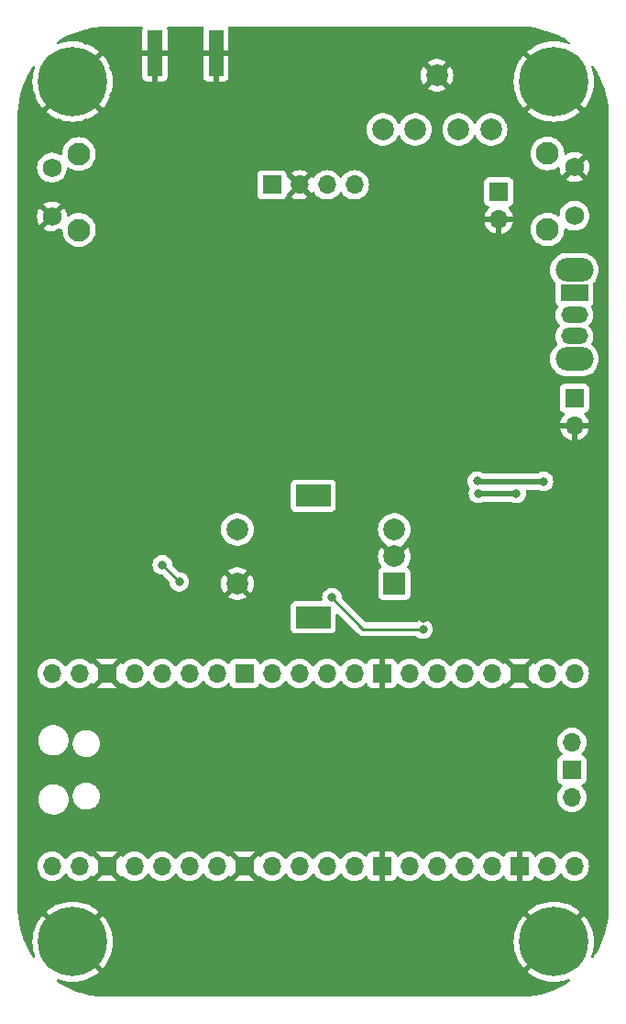
<source format=gbr>
G04 #@! TF.GenerationSoftware,KiCad,Pcbnew,7.0.5-unknown-202306101748~6fbdf8f0e2~ubuntu22.04.1*
G04 #@! TF.CreationDate,2024-07-28T12:56:51+01:00*
G04 #@! TF.ProjectId,pico_rx,7069636f-5f72-4782-9e6b-696361645f70,rev?*
G04 #@! TF.SameCoordinates,Original*
G04 #@! TF.FileFunction,Copper,L2,Bot*
G04 #@! TF.FilePolarity,Positive*
%FSLAX46Y46*%
G04 Gerber Fmt 4.6, Leading zero omitted, Abs format (unit mm)*
G04 Created by KiCad (PCBNEW 7.0.5-unknown-202306101748~6fbdf8f0e2~ubuntu22.04.1) date 2024-07-28 12:56:51*
%MOMM*%
%LPD*%
G01*
G04 APERTURE LIST*
G04 #@! TA.AperFunction,ComponentPad*
%ADD10C,6.400000*%
G04 #@! TD*
G04 #@! TA.AperFunction,ComponentPad*
%ADD11C,2.100000*%
G04 #@! TD*
G04 #@! TA.AperFunction,ComponentPad*
%ADD12C,1.750000*%
G04 #@! TD*
G04 #@! TA.AperFunction,ComponentPad*
%ADD13O,1.700000X1.700000*%
G04 #@! TD*
G04 #@! TA.AperFunction,ComponentPad*
%ADD14R,1.700000X1.700000*%
G04 #@! TD*
G04 #@! TA.AperFunction,ComponentPad*
%ADD15R,2.000000X2.000000*%
G04 #@! TD*
G04 #@! TA.AperFunction,ComponentPad*
%ADD16C,2.000000*%
G04 #@! TD*
G04 #@! TA.AperFunction,ComponentPad*
%ADD17R,3.200000X2.000000*%
G04 #@! TD*
G04 #@! TA.AperFunction,SMDPad,CuDef*
%ADD18R,1.350000X4.200000*%
G04 #@! TD*
G04 #@! TA.AperFunction,ComponentPad*
%ADD19O,3.500000X2.200000*%
G04 #@! TD*
G04 #@! TA.AperFunction,ComponentPad*
%ADD20R,2.500000X1.500000*%
G04 #@! TD*
G04 #@! TA.AperFunction,ComponentPad*
%ADD21O,2.500000X1.500000*%
G04 #@! TD*
G04 #@! TA.AperFunction,ViaPad*
%ADD22C,0.800000*%
G04 #@! TD*
G04 #@! TA.AperFunction,Conductor*
%ADD23C,0.500000*%
G04 #@! TD*
G04 #@! TA.AperFunction,Conductor*
%ADD24C,0.250000*%
G04 #@! TD*
G04 APERTURE END LIST*
D10*
X105410000Y-105410000D03*
D11*
X105992500Y-119095000D03*
X105992500Y-112085000D03*
D12*
X103502500Y-117845000D03*
X103502500Y-113345000D03*
D13*
X103505000Y-177800000D03*
X106045000Y-177800000D03*
D14*
X108585000Y-177800000D03*
D13*
X111125000Y-177800000D03*
X113665000Y-177800000D03*
X116205000Y-177800000D03*
X118745000Y-177800000D03*
D14*
X121285000Y-177800000D03*
D13*
X123825000Y-177800000D03*
X126365000Y-177800000D03*
X128905000Y-177800000D03*
X131445000Y-177800000D03*
D14*
X133985000Y-177800000D03*
D13*
X136525000Y-177800000D03*
X139065000Y-177800000D03*
X141605000Y-177800000D03*
X144145000Y-177800000D03*
D14*
X146685000Y-177800000D03*
D13*
X149225000Y-177800000D03*
X151765000Y-177800000D03*
X151765000Y-160020000D03*
X149225000Y-160020000D03*
D14*
X146685000Y-160020000D03*
D13*
X144145000Y-160020000D03*
X141605000Y-160020000D03*
X139065000Y-160020000D03*
X136525000Y-160020000D03*
D14*
X133985000Y-160020000D03*
D13*
X131445000Y-160020000D03*
X128905000Y-160020000D03*
X126365000Y-160020000D03*
X123825000Y-160020000D03*
D14*
X121285000Y-160020000D03*
D13*
X118745000Y-160020000D03*
X116205000Y-160020000D03*
X113665000Y-160020000D03*
X111125000Y-160020000D03*
D14*
X108585000Y-160020000D03*
D13*
X106045000Y-160020000D03*
X103505000Y-160020000D03*
X151535000Y-171450000D03*
D14*
X151535000Y-168910000D03*
D13*
X151535000Y-166370000D03*
D10*
X149860000Y-184785000D03*
X105410000Y-184785000D03*
D15*
X135128000Y-151725000D03*
D16*
X135128000Y-146725000D03*
X135128000Y-149225000D03*
D17*
X127628000Y-154825000D03*
X127628000Y-143625000D03*
D16*
X120628000Y-146725000D03*
X120628000Y-151725000D03*
X139065000Y-104830000D03*
X144065000Y-109830000D03*
X141065000Y-109830000D03*
X134065000Y-109830000D03*
X137065000Y-109830000D03*
D14*
X123825000Y-114935000D03*
D13*
X126365000Y-114935000D03*
X128905000Y-114935000D03*
X131445000Y-114935000D03*
D14*
X151765000Y-134620000D03*
D13*
X151765000Y-137160000D03*
D18*
X118649000Y-102816000D03*
X112999000Y-102816000D03*
D11*
X149277500Y-112045000D03*
X149277500Y-119055000D03*
D12*
X151767500Y-113295000D03*
X151767500Y-117795000D03*
D10*
X149860000Y-105410000D03*
D19*
X151765000Y-122805000D03*
X151765000Y-131005000D03*
D20*
X151765000Y-124905000D03*
D21*
X151765000Y-126905000D03*
X151765000Y-128905000D03*
D14*
X144780000Y-115565000D03*
D13*
X144780000Y-118105000D03*
D22*
X115570000Y-139319000D03*
X121793000Y-110363000D03*
X109180000Y-140274500D03*
X107760000Y-135370000D03*
X115269623Y-151569623D03*
X148900000Y-142300000D03*
X113700000Y-150000000D03*
X142792000Y-142271968D03*
X130175000Y-101600000D03*
X119380000Y-162560000D03*
X116041000Y-125861653D03*
X144780000Y-162560000D03*
X109220000Y-109220000D03*
X121343885Y-137068578D03*
X114300000Y-162560000D03*
X132080000Y-172720000D03*
X137160000Y-170180000D03*
X137160000Y-167640000D03*
X111760000Y-187960000D03*
X111760000Y-164465000D03*
X127000000Y-182880000D03*
X147320000Y-121920000D03*
X132080000Y-175260000D03*
X111760000Y-169545000D03*
X119380000Y-172720000D03*
X127635000Y-149225000D03*
X134620000Y-187960000D03*
X137160000Y-162560000D03*
X138430000Y-126275500D03*
X147320000Y-116840000D03*
X144780000Y-187960000D03*
X117475000Y-156210000D03*
X109220000Y-149860000D03*
X149860000Y-167640000D03*
X138430000Y-144145000D03*
X119380000Y-185420000D03*
X149860000Y-165100000D03*
X152400000Y-175260000D03*
X104140000Y-119380000D03*
X134620000Y-165100000D03*
X127000000Y-185420000D03*
X146685000Y-154940000D03*
X139700000Y-187960000D03*
X144780000Y-101600000D03*
X152400000Y-142240000D03*
X121285000Y-101600000D03*
X111760000Y-109220000D03*
X149860000Y-162560000D03*
X113665000Y-121920000D03*
X142240000Y-182880000D03*
X109220000Y-182880000D03*
X147320000Y-114300000D03*
X104140000Y-162560000D03*
X152400000Y-154940000D03*
X144780000Y-154940000D03*
X144780000Y-170180000D03*
X137160000Y-175260000D03*
X147320000Y-175260000D03*
X139700000Y-185420000D03*
X149860000Y-152400000D03*
X114300000Y-185420000D03*
X139700000Y-165100000D03*
X116845755Y-136135000D03*
X135890000Y-121920000D03*
X144780000Y-175260000D03*
X144780000Y-167640000D03*
X127000000Y-175260000D03*
X134620000Y-101600000D03*
X111760000Y-167640000D03*
X109220000Y-164465000D03*
X127000000Y-101600000D03*
X109220000Y-162560000D03*
X149860000Y-154940000D03*
X137795000Y-149860000D03*
X137795000Y-154940000D03*
X137160000Y-172720000D03*
X129540000Y-175260000D03*
X138400856Y-122025000D03*
X144780000Y-172720000D03*
X121285000Y-121920000D03*
X149860000Y-149860000D03*
X149860000Y-144780000D03*
X132080000Y-153035000D03*
X114300000Y-187960000D03*
X129540000Y-167640000D03*
X116840000Y-116840000D03*
X137160000Y-182880000D03*
X142240000Y-104140000D03*
X121285000Y-127000000D03*
X106680000Y-175260000D03*
X147320000Y-109220000D03*
X152400000Y-162560000D03*
X142240000Y-165100000D03*
X106680000Y-109220000D03*
X132080000Y-182880000D03*
X144780000Y-149860000D03*
X137160000Y-187960000D03*
X129540000Y-172720000D03*
X147320000Y-167640000D03*
X134620000Y-185420000D03*
X147320000Y-101600000D03*
X137160000Y-185420000D03*
X119380000Y-116840000D03*
X137160000Y-111760000D03*
X149860000Y-172720000D03*
X134620000Y-104140000D03*
X127000000Y-187960000D03*
X114300000Y-182880000D03*
X152400000Y-144780000D03*
X109220000Y-187960000D03*
X139700000Y-167640000D03*
X129540000Y-182880000D03*
X124460000Y-187960000D03*
X127000000Y-165100000D03*
X124460000Y-182880000D03*
X132080000Y-165100000D03*
X142240000Y-172720000D03*
X123825000Y-101600000D03*
X116840000Y-119380000D03*
X137160000Y-104140000D03*
X149860000Y-147320000D03*
X121285000Y-106680000D03*
X149860000Y-170180000D03*
X119380000Y-182880000D03*
X111760000Y-182880000D03*
X137795000Y-139065000D03*
X139700000Y-101600000D03*
X121920000Y-187960000D03*
X134620000Y-172720000D03*
X144780000Y-185420000D03*
X102670000Y-145080000D03*
X142240000Y-187960000D03*
X152400000Y-152400000D03*
X146685000Y-147320000D03*
X109220000Y-175260000D03*
X140335000Y-140970000D03*
X116840000Y-164465000D03*
X140335000Y-137160000D03*
X116840000Y-162560000D03*
X101600000Y-106680000D03*
X116840000Y-187960000D03*
X144780000Y-104140000D03*
X109220000Y-106680000D03*
X114710000Y-107070000D03*
X149860000Y-114300000D03*
X139700000Y-172720000D03*
X144780000Y-111760000D03*
X147320000Y-172720000D03*
X106680000Y-116840000D03*
X109855000Y-111760000D03*
X129540000Y-162560000D03*
X106045000Y-153670000D03*
X121920000Y-182880000D03*
X114300000Y-169545000D03*
X135890000Y-119380000D03*
X106680000Y-101600000D03*
X142240000Y-170180000D03*
X131200000Y-109200000D03*
X139700000Y-114300000D03*
X144780000Y-165100000D03*
X134620000Y-170180000D03*
X142240000Y-175260000D03*
X132080000Y-170180000D03*
X104140000Y-121920000D03*
X110744000Y-125222000D03*
X109220000Y-169545000D03*
X127000000Y-172720000D03*
X106680000Y-121920000D03*
X119380000Y-164465000D03*
X116840000Y-182880000D03*
X116840000Y-167640000D03*
X137795000Y-140970000D03*
X147320000Y-162560000D03*
X111760000Y-185420000D03*
X129540000Y-187960000D03*
X142240000Y-101600000D03*
X124460000Y-175260000D03*
X124460000Y-149860000D03*
X112294259Y-144288731D03*
X149860000Y-116840000D03*
X105660000Y-132730000D03*
X139700000Y-175260000D03*
X152400000Y-147320000D03*
X121285000Y-104140000D03*
X111760000Y-162560000D03*
X132080000Y-167640000D03*
X144780000Y-147320000D03*
X104140000Y-164465000D03*
X121285000Y-132080000D03*
X144780000Y-106680000D03*
X119380000Y-187960000D03*
X132080000Y-185420000D03*
X142240000Y-116840000D03*
X109220000Y-167640000D03*
X144780000Y-152400000D03*
X149860000Y-175260000D03*
X139700000Y-182880000D03*
X116880000Y-107040000D03*
X132080000Y-187960000D03*
X135255000Y-139065000D03*
X137160000Y-101600000D03*
X139700000Y-135345000D03*
X138430000Y-123825000D03*
X121920000Y-185420000D03*
X142240000Y-185420000D03*
X129540000Y-185420000D03*
X109220000Y-104140000D03*
X134620000Y-167640000D03*
X142361624Y-118525000D03*
X147320000Y-170180000D03*
X127000000Y-111760000D03*
X106426000Y-125222000D03*
X101600000Y-109220000D03*
X134620000Y-182880000D03*
X114300000Y-167640000D03*
X109220000Y-101600000D03*
X111290000Y-150580000D03*
X135255000Y-140970000D03*
X146685000Y-152400000D03*
X146685000Y-149860000D03*
X147320000Y-165100000D03*
X106680000Y-114300000D03*
X137160000Y-165100000D03*
X142240000Y-111760000D03*
X123520000Y-142330000D03*
X137795000Y-152400000D03*
X124460000Y-167640000D03*
X114300000Y-164465000D03*
X152400000Y-149860000D03*
X137548171Y-114746088D03*
X139821041Y-116718959D03*
X139700000Y-162560000D03*
X139700000Y-170180000D03*
X152400000Y-109220000D03*
X116840000Y-169545000D03*
X104140000Y-109220000D03*
X111760000Y-106680000D03*
X129540000Y-170180000D03*
X124460000Y-185420000D03*
X121920000Y-170180000D03*
X116840000Y-185420000D03*
X101600000Y-111760000D03*
X134620000Y-175260000D03*
X144780000Y-182880000D03*
X145712221Y-120987778D03*
X109855000Y-114300000D03*
X140335000Y-139065000D03*
X142240000Y-167640000D03*
X129355500Y-153035000D03*
X137795000Y-155939503D03*
X146400000Y-143400000D03*
X142900000Y-143400000D03*
D23*
X148900000Y-142300000D02*
X142820032Y-142300000D01*
X142820032Y-142300000D02*
X142792000Y-142271968D01*
D24*
X113700000Y-150000000D02*
X115269623Y-151569623D01*
X144144999Y-122555000D02*
X145712221Y-120987778D01*
X138430000Y-123190000D02*
X139065000Y-122555000D01*
X138430000Y-126275500D02*
X138430000Y-123825000D01*
X139065000Y-122555000D02*
X144144999Y-122555000D01*
X138430000Y-123825000D02*
X138430000Y-123190000D01*
X132260003Y-155939503D02*
X129355500Y-153035000D01*
X137795000Y-155939503D02*
X132260003Y-155939503D01*
D23*
X142900000Y-143400000D02*
X146400000Y-143400000D01*
G04 #@! TA.AperFunction,Conductor*
G36*
X111822581Y-100350185D02*
G01*
X111868336Y-100402989D01*
X111878280Y-100472147D01*
X111871724Y-100497833D01*
X111830403Y-100608620D01*
X111830401Y-100608627D01*
X111824000Y-100668155D01*
X111824000Y-102566000D01*
X114174000Y-102566000D01*
X114174000Y-100668172D01*
X114173999Y-100668155D01*
X114167598Y-100608627D01*
X114167596Y-100608620D01*
X114126276Y-100497833D01*
X114121292Y-100428141D01*
X114154777Y-100366818D01*
X114216101Y-100333334D01*
X114242458Y-100330500D01*
X117405542Y-100330500D01*
X117472581Y-100350185D01*
X117518336Y-100402989D01*
X117528280Y-100472147D01*
X117521724Y-100497833D01*
X117480403Y-100608620D01*
X117480401Y-100608627D01*
X117474000Y-100668155D01*
X117474000Y-102566000D01*
X119824000Y-102566000D01*
X119824000Y-100668172D01*
X119823999Y-100668155D01*
X119817598Y-100608627D01*
X119817596Y-100608620D01*
X119776276Y-100497833D01*
X119771292Y-100428141D01*
X119804777Y-100366818D01*
X119866101Y-100333334D01*
X119892458Y-100330500D01*
X146685014Y-100330500D01*
X146965074Y-100332890D01*
X146968741Y-100333032D01*
X147113339Y-100342922D01*
X147527287Y-100371238D01*
X147531474Y-100371668D01*
X148085875Y-100447869D01*
X148089991Y-100448578D01*
X148637891Y-100562434D01*
X148641974Y-100563430D01*
X149180801Y-100714402D01*
X149184821Y-100715678D01*
X149599598Y-100863090D01*
X149712082Y-100903067D01*
X149716016Y-100904617D01*
X150229266Y-101127553D01*
X150233083Y-101129369D01*
X150481502Y-101258089D01*
X150729931Y-101386815D01*
X150733601Y-101388879D01*
X151211727Y-101679633D01*
X151215257Y-101681949D01*
X151288150Y-101733403D01*
X151331568Y-101788145D01*
X151338497Y-101857670D01*
X151306738Y-101919905D01*
X151246375Y-101955090D01*
X151176571Y-101952054D01*
X151172204Y-101950471D01*
X151004936Y-101886262D01*
X150630330Y-101785887D01*
X150630323Y-101785886D01*
X150247287Y-101725219D01*
X149860001Y-101704922D01*
X149859999Y-101704922D01*
X149472712Y-101725219D01*
X149089676Y-101785886D01*
X149089669Y-101785887D01*
X148715063Y-101886262D01*
X148353005Y-102025244D01*
X148007456Y-102201310D01*
X147682206Y-102412531D01*
X147424648Y-102621095D01*
X147424648Y-102621096D01*
X148915819Y-104112266D01*
X148725130Y-104275130D01*
X148562267Y-104465818D01*
X147071096Y-102974648D01*
X147071095Y-102974648D01*
X146862531Y-103232206D01*
X146651310Y-103557456D01*
X146475244Y-103903005D01*
X146336262Y-104265063D01*
X146235887Y-104639669D01*
X146235886Y-104639676D01*
X146175219Y-105022712D01*
X146154922Y-105409999D01*
X146154922Y-105410000D01*
X146175219Y-105797287D01*
X146235886Y-106180323D01*
X146235887Y-106180330D01*
X146336262Y-106554936D01*
X146475244Y-106916994D01*
X146651310Y-107262543D01*
X146862531Y-107587793D01*
X147071095Y-107845350D01*
X147071096Y-107845350D01*
X148562266Y-106354180D01*
X148725130Y-106544870D01*
X148915818Y-106707732D01*
X147424648Y-108198903D01*
X147424649Y-108198904D01*
X147682206Y-108407468D01*
X148007456Y-108618689D01*
X148353005Y-108794755D01*
X148715063Y-108933737D01*
X149089669Y-109034112D01*
X149089676Y-109034113D01*
X149472712Y-109094780D01*
X149859999Y-109115078D01*
X149860001Y-109115078D01*
X150247287Y-109094780D01*
X150630323Y-109034113D01*
X150630330Y-109034112D01*
X151004936Y-108933737D01*
X151366994Y-108794755D01*
X151712543Y-108618689D01*
X152037783Y-108407476D01*
X152037785Y-108407475D01*
X152295350Y-108198902D01*
X150804181Y-106707732D01*
X150994870Y-106544870D01*
X151157733Y-106354180D01*
X152648902Y-107845349D01*
X152857475Y-107587785D01*
X152857476Y-107587783D01*
X153068689Y-107262543D01*
X153244755Y-106916994D01*
X153383737Y-106554936D01*
X153484112Y-106180330D01*
X153484113Y-106180323D01*
X153544780Y-105797287D01*
X153565078Y-105410000D01*
X153565078Y-105409999D01*
X153544780Y-105022712D01*
X153484113Y-104639676D01*
X153484112Y-104639669D01*
X153383737Y-104265063D01*
X153319528Y-104097796D01*
X153313880Y-104028155D01*
X153346779Y-103966516D01*
X153407781Y-103932448D01*
X153477517Y-103936769D01*
X153533847Y-103978105D01*
X153536596Y-103981849D01*
X153588049Y-104054741D01*
X153590370Y-104058279D01*
X153875655Y-104527411D01*
X153881119Y-104536395D01*
X153883189Y-104540075D01*
X153934794Y-104639669D01*
X154140629Y-105036915D01*
X154142448Y-105040739D01*
X154365380Y-105553980D01*
X154366933Y-105557920D01*
X154554314Y-106085156D01*
X154555596Y-106089192D01*
X154706568Y-106628024D01*
X154707568Y-106632128D01*
X154750769Y-106840019D01*
X154821414Y-107179977D01*
X154822134Y-107184151D01*
X154898327Y-107738510D01*
X154898760Y-107742722D01*
X154936966Y-108301256D01*
X154937108Y-108304955D01*
X154937668Y-108370429D01*
X154939500Y-108584985D01*
X154939500Y-181610014D01*
X154937109Y-181890039D01*
X154936966Y-181893742D01*
X154898760Y-182452276D01*
X154898327Y-182456488D01*
X154822134Y-183010847D01*
X154821414Y-183015021D01*
X154707571Y-183562860D01*
X154706568Y-183566974D01*
X154555596Y-184105806D01*
X154554314Y-184109842D01*
X154366933Y-184637078D01*
X154365380Y-184641018D01*
X154142448Y-185154259D01*
X154140629Y-185158083D01*
X153883195Y-185654912D01*
X153881119Y-185658603D01*
X153590372Y-186136716D01*
X153588049Y-186140257D01*
X153536597Y-186213147D01*
X153481855Y-186256565D01*
X153412330Y-186263494D01*
X153350095Y-186231735D01*
X153314910Y-186171372D01*
X153317946Y-186101568D01*
X153319529Y-186097200D01*
X153383738Y-185929933D01*
X153484112Y-185555330D01*
X153484113Y-185555323D01*
X153544780Y-185172287D01*
X153565078Y-184785000D01*
X153565078Y-184784999D01*
X153544780Y-184397712D01*
X153484113Y-184014676D01*
X153484112Y-184014669D01*
X153383737Y-183640063D01*
X153244755Y-183278005D01*
X153068689Y-182932456D01*
X152857468Y-182607206D01*
X152648904Y-182349649D01*
X152648903Y-182349648D01*
X151157733Y-183840818D01*
X150994870Y-183650130D01*
X150804179Y-183487265D01*
X152295350Y-181996096D01*
X152295350Y-181996095D01*
X152037793Y-181787531D01*
X151712543Y-181576310D01*
X151366994Y-181400244D01*
X151004936Y-181261262D01*
X150630330Y-181160887D01*
X150630323Y-181160886D01*
X150247287Y-181100219D01*
X149860001Y-181079922D01*
X149859999Y-181079922D01*
X149472712Y-181100219D01*
X149089676Y-181160886D01*
X149089669Y-181160887D01*
X148715063Y-181261262D01*
X148353005Y-181400244D01*
X148007456Y-181576310D01*
X147682206Y-181787531D01*
X147424648Y-181996095D01*
X147424648Y-181996096D01*
X148915819Y-183487266D01*
X148725130Y-183650130D01*
X148562267Y-183840818D01*
X147071096Y-182349648D01*
X147071095Y-182349648D01*
X146862531Y-182607206D01*
X146651310Y-182932456D01*
X146475244Y-183278005D01*
X146336262Y-183640063D01*
X146235887Y-184014669D01*
X146235886Y-184014676D01*
X146175219Y-184397712D01*
X146154922Y-184784999D01*
X146154922Y-184785000D01*
X146175219Y-185172287D01*
X146235886Y-185555323D01*
X146235887Y-185555330D01*
X146336262Y-185929936D01*
X146475244Y-186291994D01*
X146651310Y-186637543D01*
X146862531Y-186962793D01*
X147071095Y-187220350D01*
X147071096Y-187220350D01*
X148562266Y-185729179D01*
X148725130Y-185919870D01*
X148915819Y-186082733D01*
X147424648Y-187573903D01*
X147424649Y-187573904D01*
X147682206Y-187782468D01*
X148007456Y-187993689D01*
X148353005Y-188169755D01*
X148715063Y-188308737D01*
X149089669Y-188409112D01*
X149089676Y-188409113D01*
X149472712Y-188469780D01*
X149859999Y-188490078D01*
X149860001Y-188490078D01*
X150247287Y-188469780D01*
X150630323Y-188409113D01*
X150630330Y-188409112D01*
X151004933Y-188308738D01*
X151172200Y-188244529D01*
X151241841Y-188238881D01*
X151303481Y-188271780D01*
X151337549Y-188332782D01*
X151333228Y-188402518D01*
X151291892Y-188458848D01*
X151288147Y-188461597D01*
X151215257Y-188513049D01*
X151211716Y-188515372D01*
X150733613Y-188806112D01*
X150729922Y-188808188D01*
X150233083Y-189065629D01*
X150229259Y-189067448D01*
X149716022Y-189290378D01*
X149712082Y-189291931D01*
X149184837Y-189479315D01*
X149180801Y-189480596D01*
X148641974Y-189631568D01*
X148637864Y-189632570D01*
X148090020Y-189746414D01*
X148085847Y-189747133D01*
X148080833Y-189747823D01*
X147531489Y-189823328D01*
X147527276Y-189823761D01*
X146968741Y-189861966D01*
X146965041Y-189862108D01*
X146685014Y-189864500D01*
X108584986Y-189864500D01*
X108304955Y-189862108D01*
X108301256Y-189861966D01*
X107742722Y-189823760D01*
X107738510Y-189823327D01*
X107184151Y-189747134D01*
X107179977Y-189746414D01*
X106992903Y-189707539D01*
X106632128Y-189632568D01*
X106628024Y-189631568D01*
X106225030Y-189518655D01*
X106089186Y-189480594D01*
X106085156Y-189479314D01*
X105557920Y-189291933D01*
X105553980Y-189290380D01*
X105040739Y-189067448D01*
X105036915Y-189065629D01*
X104706958Y-188894660D01*
X104540075Y-188808189D01*
X104536402Y-188806123D01*
X104058279Y-188515370D01*
X104054741Y-188513049D01*
X103981849Y-188461596D01*
X103938432Y-188406854D01*
X103931503Y-188337329D01*
X103963262Y-188275094D01*
X104023626Y-188239909D01*
X104093429Y-188242945D01*
X104097796Y-188244528D01*
X104265063Y-188308737D01*
X104639669Y-188409112D01*
X104639676Y-188409113D01*
X105022712Y-188469780D01*
X105409999Y-188490078D01*
X105410001Y-188490078D01*
X105797287Y-188469780D01*
X106180323Y-188409113D01*
X106180330Y-188409112D01*
X106554936Y-188308737D01*
X106916994Y-188169755D01*
X107262543Y-187993689D01*
X107587783Y-187782476D01*
X107587785Y-187782475D01*
X107845349Y-187573902D01*
X106354180Y-186082733D01*
X106544870Y-185919870D01*
X106707733Y-185729180D01*
X108198902Y-187220349D01*
X108407475Y-186962785D01*
X108407476Y-186962783D01*
X108618689Y-186637543D01*
X108794755Y-186291994D01*
X108933737Y-185929936D01*
X109034112Y-185555330D01*
X109034113Y-185555323D01*
X109094780Y-185172287D01*
X109115078Y-184785000D01*
X109115078Y-184784999D01*
X109094780Y-184397712D01*
X109034113Y-184014676D01*
X109034112Y-184014669D01*
X108933737Y-183640063D01*
X108794755Y-183278005D01*
X108618689Y-182932456D01*
X108407468Y-182607206D01*
X108198904Y-182349649D01*
X108198903Y-182349648D01*
X106707732Y-183840818D01*
X106544870Y-183650130D01*
X106354179Y-183487266D01*
X107845350Y-181996096D01*
X107845350Y-181996095D01*
X107587793Y-181787531D01*
X107262543Y-181576310D01*
X106916994Y-181400244D01*
X106554936Y-181261262D01*
X106180330Y-181160887D01*
X106180323Y-181160886D01*
X105797287Y-181100219D01*
X105410001Y-181079922D01*
X105409999Y-181079922D01*
X105022712Y-181100219D01*
X104639676Y-181160886D01*
X104639669Y-181160887D01*
X104265063Y-181261262D01*
X103903005Y-181400244D01*
X103557456Y-181576310D01*
X103232206Y-181787531D01*
X102974648Y-181996095D01*
X102974648Y-181996096D01*
X104465818Y-183487267D01*
X104275130Y-183650130D01*
X104112266Y-183840819D01*
X102621096Y-182349648D01*
X102621095Y-182349648D01*
X102412531Y-182607206D01*
X102201310Y-182932456D01*
X102025244Y-183278005D01*
X101886262Y-183640063D01*
X101785887Y-184014669D01*
X101785886Y-184014676D01*
X101725219Y-184397712D01*
X101704922Y-184784999D01*
X101704922Y-184785000D01*
X101725219Y-185172287D01*
X101785886Y-185555323D01*
X101785887Y-185555330D01*
X101886262Y-185929936D01*
X101950471Y-186097204D01*
X101956119Y-186166845D01*
X101923219Y-186228484D01*
X101862218Y-186262552D01*
X101792482Y-186258231D01*
X101736152Y-186216894D01*
X101733403Y-186213150D01*
X101681949Y-186140257D01*
X101679633Y-186136727D01*
X101388880Y-185658603D01*
X101386810Y-185654922D01*
X101129369Y-185158083D01*
X101127550Y-185154259D01*
X100967158Y-184785000D01*
X100904617Y-184641016D01*
X100903067Y-184637082D01*
X100829984Y-184431446D01*
X100715678Y-184109821D01*
X100714402Y-184105801D01*
X100563430Y-183566974D01*
X100562434Y-183562891D01*
X100448578Y-183014991D01*
X100447869Y-183010875D01*
X100371668Y-182456474D01*
X100371237Y-182452276D01*
X100333032Y-181893741D01*
X100332890Y-181890074D01*
X100330500Y-181610014D01*
X100330500Y-177800000D01*
X102149341Y-177800000D01*
X102169936Y-178035403D01*
X102169938Y-178035413D01*
X102231094Y-178263655D01*
X102231096Y-178263659D01*
X102231097Y-178263663D01*
X102311004Y-178435023D01*
X102330965Y-178477830D01*
X102330967Y-178477834D01*
X102439281Y-178632521D01*
X102466505Y-178671401D01*
X102633599Y-178838495D01*
X102710135Y-178892086D01*
X102827165Y-178974032D01*
X102827167Y-178974033D01*
X102827170Y-178974035D01*
X103041337Y-179073903D01*
X103269592Y-179135063D01*
X103440319Y-179150000D01*
X103504999Y-179155659D01*
X103505000Y-179155659D01*
X103505001Y-179155659D01*
X103569681Y-179150000D01*
X103740408Y-179135063D01*
X103968663Y-179073903D01*
X104182830Y-178974035D01*
X104376401Y-178838495D01*
X104543495Y-178671401D01*
X104673424Y-178485842D01*
X104728002Y-178442217D01*
X104797500Y-178435023D01*
X104859855Y-178466546D01*
X104876575Y-178485842D01*
X105006500Y-178671395D01*
X105006505Y-178671401D01*
X105173599Y-178838495D01*
X105250135Y-178892086D01*
X105367165Y-178974032D01*
X105367167Y-178974033D01*
X105367170Y-178974035D01*
X105581337Y-179073903D01*
X105809592Y-179135063D01*
X105980319Y-179150000D01*
X106044999Y-179155659D01*
X106045000Y-179155659D01*
X106045001Y-179155659D01*
X106109681Y-179150000D01*
X106280408Y-179135063D01*
X106508663Y-179073903D01*
X106722830Y-178974035D01*
X106916401Y-178838495D01*
X107038717Y-178716178D01*
X107100036Y-178682696D01*
X107169728Y-178687680D01*
X107225662Y-178729551D01*
X107242577Y-178760529D01*
X107250275Y-178781168D01*
X107250276Y-178781169D01*
X108093866Y-177937579D01*
X108116318Y-178014040D01*
X108195605Y-178137413D01*
X108306438Y-178233451D01*
X108439839Y-178294373D01*
X108443634Y-178294918D01*
X107603829Y-179134722D01*
X107603829Y-179134723D01*
X107627624Y-179143598D01*
X107687155Y-179149999D01*
X107687172Y-179150000D01*
X109482828Y-179150000D01*
X109482844Y-179149999D01*
X109542372Y-179143598D01*
X109542378Y-179143597D01*
X109566168Y-179134723D01*
X109566168Y-179134722D01*
X108726366Y-178294918D01*
X108730161Y-178294373D01*
X108863562Y-178233451D01*
X108974395Y-178137413D01*
X109053682Y-178014040D01*
X109076133Y-177937580D01*
X109919722Y-178781168D01*
X109919723Y-178781168D01*
X109927423Y-178760526D01*
X109969296Y-178704593D01*
X110034761Y-178680178D01*
X110103033Y-178695031D01*
X110131285Y-178716181D01*
X110253599Y-178838495D01*
X110330135Y-178892086D01*
X110447165Y-178974032D01*
X110447167Y-178974033D01*
X110447170Y-178974035D01*
X110661337Y-179073903D01*
X110889592Y-179135063D01*
X111060319Y-179150000D01*
X111124999Y-179155659D01*
X111125000Y-179155659D01*
X111125001Y-179155659D01*
X111189681Y-179150000D01*
X111360408Y-179135063D01*
X111588663Y-179073903D01*
X111802830Y-178974035D01*
X111996401Y-178838495D01*
X112163495Y-178671401D01*
X112293424Y-178485842D01*
X112348002Y-178442217D01*
X112417500Y-178435023D01*
X112479855Y-178466546D01*
X112496575Y-178485842D01*
X112626500Y-178671395D01*
X112626505Y-178671401D01*
X112793599Y-178838495D01*
X112870135Y-178892086D01*
X112987165Y-178974032D01*
X112987167Y-178974033D01*
X112987170Y-178974035D01*
X113201337Y-179073903D01*
X113429592Y-179135063D01*
X113600319Y-179150000D01*
X113664999Y-179155659D01*
X113665000Y-179155659D01*
X113665001Y-179155659D01*
X113729681Y-179150000D01*
X113900408Y-179135063D01*
X114128663Y-179073903D01*
X114342830Y-178974035D01*
X114536401Y-178838495D01*
X114703495Y-178671401D01*
X114833424Y-178485842D01*
X114888002Y-178442217D01*
X114957500Y-178435023D01*
X115019855Y-178466546D01*
X115036575Y-178485842D01*
X115166500Y-178671395D01*
X115166505Y-178671401D01*
X115333599Y-178838495D01*
X115410135Y-178892086D01*
X115527165Y-178974032D01*
X115527167Y-178974033D01*
X115527170Y-178974035D01*
X115741337Y-179073903D01*
X115969592Y-179135063D01*
X116140319Y-179150000D01*
X116204999Y-179155659D01*
X116205000Y-179155659D01*
X116205001Y-179155659D01*
X116269681Y-179150000D01*
X116440408Y-179135063D01*
X116668663Y-179073903D01*
X116882830Y-178974035D01*
X117076401Y-178838495D01*
X117243495Y-178671401D01*
X117373424Y-178485842D01*
X117428002Y-178442217D01*
X117497500Y-178435023D01*
X117559855Y-178466546D01*
X117576575Y-178485842D01*
X117706500Y-178671395D01*
X117706505Y-178671401D01*
X117873599Y-178838495D01*
X117950135Y-178892086D01*
X118067165Y-178974032D01*
X118067167Y-178974033D01*
X118067170Y-178974035D01*
X118281337Y-179073903D01*
X118509592Y-179135063D01*
X118680319Y-179150000D01*
X118744999Y-179155659D01*
X118745000Y-179155659D01*
X118745001Y-179155659D01*
X118809681Y-179150000D01*
X118980408Y-179135063D01*
X119208663Y-179073903D01*
X119422830Y-178974035D01*
X119616401Y-178838495D01*
X119738717Y-178716178D01*
X119800036Y-178682696D01*
X119869728Y-178687680D01*
X119925662Y-178729551D01*
X119942577Y-178760529D01*
X119950275Y-178781168D01*
X119950276Y-178781169D01*
X120793866Y-177937579D01*
X120816318Y-178014040D01*
X120895605Y-178137413D01*
X121006438Y-178233451D01*
X121139839Y-178294373D01*
X121143634Y-178294918D01*
X120303829Y-179134722D01*
X120303829Y-179134723D01*
X120327624Y-179143598D01*
X120387155Y-179149999D01*
X120387172Y-179150000D01*
X122182828Y-179150000D01*
X122182844Y-179149999D01*
X122242372Y-179143598D01*
X122242378Y-179143597D01*
X122266168Y-179134723D01*
X122266168Y-179134722D01*
X121426366Y-178294918D01*
X121430161Y-178294373D01*
X121563562Y-178233451D01*
X121674395Y-178137413D01*
X121753682Y-178014040D01*
X121776133Y-177937580D01*
X122619722Y-178781168D01*
X122619723Y-178781168D01*
X122627423Y-178760526D01*
X122669296Y-178704593D01*
X122734761Y-178680178D01*
X122803033Y-178695031D01*
X122831285Y-178716181D01*
X122953599Y-178838495D01*
X123030135Y-178892086D01*
X123147165Y-178974032D01*
X123147167Y-178974033D01*
X123147170Y-178974035D01*
X123361337Y-179073903D01*
X123589592Y-179135063D01*
X123760319Y-179150000D01*
X123824999Y-179155659D01*
X123825000Y-179155659D01*
X123825001Y-179155659D01*
X123889681Y-179150000D01*
X124060408Y-179135063D01*
X124288663Y-179073903D01*
X124502830Y-178974035D01*
X124696401Y-178838495D01*
X124863495Y-178671401D01*
X124993424Y-178485842D01*
X125048002Y-178442217D01*
X125117500Y-178435023D01*
X125179855Y-178466546D01*
X125196575Y-178485842D01*
X125326500Y-178671395D01*
X125326505Y-178671401D01*
X125493599Y-178838495D01*
X125570135Y-178892086D01*
X125687165Y-178974032D01*
X125687167Y-178974033D01*
X125687170Y-178974035D01*
X125901337Y-179073903D01*
X126129592Y-179135063D01*
X126300319Y-179150000D01*
X126364999Y-179155659D01*
X126365000Y-179155659D01*
X126365001Y-179155659D01*
X126429681Y-179150000D01*
X126600408Y-179135063D01*
X126828663Y-179073903D01*
X127042830Y-178974035D01*
X127236401Y-178838495D01*
X127403495Y-178671401D01*
X127533424Y-178485842D01*
X127588002Y-178442217D01*
X127657500Y-178435023D01*
X127719855Y-178466546D01*
X127736575Y-178485842D01*
X127866500Y-178671395D01*
X127866505Y-178671401D01*
X128033599Y-178838495D01*
X128110135Y-178892086D01*
X128227165Y-178974032D01*
X128227167Y-178974033D01*
X128227170Y-178974035D01*
X128441337Y-179073903D01*
X128669592Y-179135063D01*
X128840319Y-179150000D01*
X128904999Y-179155659D01*
X128905000Y-179155659D01*
X128905001Y-179155659D01*
X128969681Y-179150000D01*
X129140408Y-179135063D01*
X129368663Y-179073903D01*
X129582830Y-178974035D01*
X129776401Y-178838495D01*
X129943495Y-178671401D01*
X130073424Y-178485842D01*
X130128002Y-178442217D01*
X130197500Y-178435023D01*
X130259855Y-178466546D01*
X130276575Y-178485842D01*
X130406500Y-178671395D01*
X130406505Y-178671401D01*
X130573599Y-178838495D01*
X130650135Y-178892086D01*
X130767165Y-178974032D01*
X130767167Y-178974033D01*
X130767170Y-178974035D01*
X130981337Y-179073903D01*
X131209592Y-179135063D01*
X131380319Y-179150000D01*
X131444999Y-179155659D01*
X131445000Y-179155659D01*
X131445001Y-179155659D01*
X131509681Y-179150000D01*
X131680408Y-179135063D01*
X131908663Y-179073903D01*
X132122830Y-178974035D01*
X132316401Y-178838495D01*
X132438717Y-178716178D01*
X132500036Y-178682696D01*
X132569728Y-178687680D01*
X132625662Y-178729551D01*
X132642577Y-178760528D01*
X132691646Y-178892088D01*
X132691649Y-178892093D01*
X132777809Y-179007187D01*
X132777812Y-179007190D01*
X132892906Y-179093350D01*
X132892913Y-179093354D01*
X133027620Y-179143596D01*
X133027627Y-179143598D01*
X133087155Y-179149999D01*
X133087172Y-179150000D01*
X133735000Y-179150000D01*
X133735000Y-178246494D01*
X133839839Y-178294373D01*
X133948527Y-178310000D01*
X134021473Y-178310000D01*
X134130161Y-178294373D01*
X134235000Y-178246494D01*
X134235000Y-179150000D01*
X134882828Y-179150000D01*
X134882844Y-179149999D01*
X134942372Y-179143598D01*
X134942379Y-179143596D01*
X135077086Y-179093354D01*
X135077093Y-179093350D01*
X135192187Y-179007190D01*
X135192190Y-179007187D01*
X135278350Y-178892093D01*
X135278354Y-178892086D01*
X135327422Y-178760529D01*
X135369293Y-178704595D01*
X135434757Y-178680178D01*
X135503030Y-178695030D01*
X135531285Y-178716181D01*
X135653599Y-178838495D01*
X135730135Y-178892086D01*
X135847165Y-178974032D01*
X135847167Y-178974033D01*
X135847170Y-178974035D01*
X136061337Y-179073903D01*
X136289592Y-179135063D01*
X136460319Y-179150000D01*
X136524999Y-179155659D01*
X136525000Y-179155659D01*
X136525001Y-179155659D01*
X136589681Y-179150000D01*
X136760408Y-179135063D01*
X136988663Y-179073903D01*
X137202830Y-178974035D01*
X137396401Y-178838495D01*
X137563495Y-178671401D01*
X137693424Y-178485842D01*
X137748002Y-178442217D01*
X137817500Y-178435023D01*
X137879855Y-178466546D01*
X137896575Y-178485842D01*
X138026500Y-178671395D01*
X138026505Y-178671401D01*
X138193599Y-178838495D01*
X138270135Y-178892086D01*
X138387165Y-178974032D01*
X138387167Y-178974033D01*
X138387170Y-178974035D01*
X138601337Y-179073903D01*
X138829592Y-179135063D01*
X139000319Y-179150000D01*
X139064999Y-179155659D01*
X139065000Y-179155659D01*
X139065001Y-179155659D01*
X139129681Y-179150000D01*
X139300408Y-179135063D01*
X139528663Y-179073903D01*
X139742830Y-178974035D01*
X139936401Y-178838495D01*
X140103495Y-178671401D01*
X140233424Y-178485842D01*
X140288002Y-178442217D01*
X140357500Y-178435023D01*
X140419855Y-178466546D01*
X140436575Y-178485842D01*
X140566500Y-178671395D01*
X140566505Y-178671401D01*
X140733599Y-178838495D01*
X140810135Y-178892086D01*
X140927165Y-178974032D01*
X140927167Y-178974033D01*
X140927170Y-178974035D01*
X141141337Y-179073903D01*
X141369592Y-179135063D01*
X141540319Y-179150000D01*
X141604999Y-179155659D01*
X141605000Y-179155659D01*
X141605001Y-179155659D01*
X141669681Y-179150000D01*
X141840408Y-179135063D01*
X142068663Y-179073903D01*
X142282830Y-178974035D01*
X142476401Y-178838495D01*
X142643495Y-178671401D01*
X142773424Y-178485842D01*
X142828002Y-178442217D01*
X142897500Y-178435023D01*
X142959855Y-178466546D01*
X142976575Y-178485842D01*
X143106500Y-178671395D01*
X143106505Y-178671401D01*
X143273599Y-178838495D01*
X143350135Y-178892086D01*
X143467165Y-178974032D01*
X143467167Y-178974033D01*
X143467170Y-178974035D01*
X143681337Y-179073903D01*
X143909592Y-179135063D01*
X144080319Y-179150000D01*
X144144999Y-179155659D01*
X144145000Y-179155659D01*
X144145001Y-179155659D01*
X144209681Y-179150000D01*
X144380408Y-179135063D01*
X144608663Y-179073903D01*
X144822830Y-178974035D01*
X145016401Y-178838495D01*
X145138717Y-178716178D01*
X145200036Y-178682696D01*
X145269728Y-178687680D01*
X145325662Y-178729551D01*
X145342577Y-178760528D01*
X145391646Y-178892088D01*
X145391649Y-178892093D01*
X145477809Y-179007187D01*
X145477812Y-179007190D01*
X145592906Y-179093350D01*
X145592913Y-179093354D01*
X145727620Y-179143596D01*
X145727627Y-179143598D01*
X145787155Y-179149999D01*
X145787172Y-179150000D01*
X146435000Y-179150000D01*
X146435000Y-178246494D01*
X146539839Y-178294373D01*
X146648527Y-178310000D01*
X146721473Y-178310000D01*
X146830161Y-178294373D01*
X146935000Y-178246494D01*
X146935000Y-179150000D01*
X147582828Y-179150000D01*
X147582844Y-179149999D01*
X147642372Y-179143598D01*
X147642379Y-179143596D01*
X147777086Y-179093354D01*
X147777093Y-179093350D01*
X147892187Y-179007190D01*
X147892190Y-179007187D01*
X147978350Y-178892093D01*
X147978354Y-178892086D01*
X148027422Y-178760529D01*
X148069293Y-178704595D01*
X148134757Y-178680178D01*
X148203030Y-178695030D01*
X148231285Y-178716181D01*
X148353599Y-178838495D01*
X148430135Y-178892086D01*
X148547165Y-178974032D01*
X148547167Y-178974033D01*
X148547170Y-178974035D01*
X148761337Y-179073903D01*
X148989592Y-179135063D01*
X149160319Y-179150000D01*
X149224999Y-179155659D01*
X149225000Y-179155659D01*
X149225001Y-179155659D01*
X149289681Y-179150000D01*
X149460408Y-179135063D01*
X149688663Y-179073903D01*
X149902830Y-178974035D01*
X150096401Y-178838495D01*
X150263495Y-178671401D01*
X150393424Y-178485842D01*
X150448002Y-178442217D01*
X150517500Y-178435023D01*
X150579855Y-178466546D01*
X150596575Y-178485842D01*
X150726500Y-178671395D01*
X150726505Y-178671401D01*
X150893599Y-178838495D01*
X150970135Y-178892086D01*
X151087165Y-178974032D01*
X151087167Y-178974033D01*
X151087170Y-178974035D01*
X151301337Y-179073903D01*
X151529592Y-179135063D01*
X151700319Y-179150000D01*
X151764999Y-179155659D01*
X151765000Y-179155659D01*
X151765001Y-179155659D01*
X151829681Y-179150000D01*
X152000408Y-179135063D01*
X152228663Y-179073903D01*
X152442830Y-178974035D01*
X152636401Y-178838495D01*
X152803495Y-178671401D01*
X152939035Y-178477830D01*
X153038903Y-178263663D01*
X153100063Y-178035408D01*
X153120659Y-177800000D01*
X153100063Y-177564592D01*
X153038903Y-177336337D01*
X152939035Y-177122171D01*
X152933425Y-177114158D01*
X152803494Y-176928597D01*
X152636402Y-176761506D01*
X152636395Y-176761501D01*
X152442834Y-176625967D01*
X152442830Y-176625965D01*
X152371727Y-176592809D01*
X152228663Y-176526097D01*
X152228659Y-176526096D01*
X152228655Y-176526094D01*
X152000413Y-176464938D01*
X152000403Y-176464936D01*
X151765001Y-176444341D01*
X151764999Y-176444341D01*
X151529596Y-176464936D01*
X151529586Y-176464938D01*
X151301344Y-176526094D01*
X151301335Y-176526098D01*
X151087171Y-176625964D01*
X151087169Y-176625965D01*
X150893597Y-176761505D01*
X150726505Y-176928597D01*
X150596575Y-177114158D01*
X150541998Y-177157783D01*
X150472500Y-177164977D01*
X150410145Y-177133454D01*
X150393425Y-177114158D01*
X150263494Y-176928597D01*
X150096402Y-176761506D01*
X150096395Y-176761501D01*
X149902834Y-176625967D01*
X149902830Y-176625965D01*
X149831727Y-176592809D01*
X149688663Y-176526097D01*
X149688659Y-176526096D01*
X149688655Y-176526094D01*
X149460413Y-176464938D01*
X149460403Y-176464936D01*
X149225001Y-176444341D01*
X149224999Y-176444341D01*
X148989596Y-176464936D01*
X148989586Y-176464938D01*
X148761344Y-176526094D01*
X148761335Y-176526098D01*
X148547171Y-176625964D01*
X148547169Y-176625965D01*
X148353600Y-176761503D01*
X148231284Y-176883819D01*
X148169961Y-176917303D01*
X148100269Y-176912319D01*
X148044336Y-176870447D01*
X148027421Y-176839470D01*
X147978354Y-176707913D01*
X147978350Y-176707906D01*
X147892190Y-176592812D01*
X147892187Y-176592809D01*
X147777093Y-176506649D01*
X147777086Y-176506645D01*
X147642379Y-176456403D01*
X147642372Y-176456401D01*
X147582844Y-176450000D01*
X146935000Y-176450000D01*
X146935000Y-177353505D01*
X146830161Y-177305627D01*
X146721473Y-177290000D01*
X146648527Y-177290000D01*
X146539839Y-177305627D01*
X146435000Y-177353505D01*
X146435000Y-176450000D01*
X145787155Y-176450000D01*
X145727627Y-176456401D01*
X145727620Y-176456403D01*
X145592913Y-176506645D01*
X145592906Y-176506649D01*
X145477812Y-176592809D01*
X145477809Y-176592812D01*
X145391649Y-176707906D01*
X145391645Y-176707913D01*
X145342578Y-176839470D01*
X145300707Y-176895404D01*
X145235242Y-176919821D01*
X145166969Y-176904969D01*
X145138715Y-176883819D01*
X145094364Y-176839468D01*
X145016401Y-176761505D01*
X145016397Y-176761502D01*
X145016396Y-176761501D01*
X144822834Y-176625967D01*
X144822830Y-176625965D01*
X144751727Y-176592809D01*
X144608663Y-176526097D01*
X144608659Y-176526096D01*
X144608655Y-176526094D01*
X144380413Y-176464938D01*
X144380403Y-176464936D01*
X144145001Y-176444341D01*
X144144999Y-176444341D01*
X143909596Y-176464936D01*
X143909586Y-176464938D01*
X143681344Y-176526094D01*
X143681335Y-176526098D01*
X143467171Y-176625964D01*
X143467169Y-176625965D01*
X143273597Y-176761505D01*
X143106505Y-176928597D01*
X142976575Y-177114158D01*
X142921998Y-177157783D01*
X142852500Y-177164977D01*
X142790145Y-177133454D01*
X142773425Y-177114158D01*
X142643494Y-176928597D01*
X142476402Y-176761506D01*
X142476395Y-176761501D01*
X142282834Y-176625967D01*
X142282830Y-176625965D01*
X142211727Y-176592809D01*
X142068663Y-176526097D01*
X142068659Y-176526096D01*
X142068655Y-176526094D01*
X141840413Y-176464938D01*
X141840403Y-176464936D01*
X141605001Y-176444341D01*
X141604999Y-176444341D01*
X141369596Y-176464936D01*
X141369586Y-176464938D01*
X141141344Y-176526094D01*
X141141335Y-176526098D01*
X140927171Y-176625964D01*
X140927169Y-176625965D01*
X140733597Y-176761505D01*
X140566505Y-176928597D01*
X140436575Y-177114158D01*
X140381998Y-177157783D01*
X140312500Y-177164977D01*
X140250145Y-177133454D01*
X140233425Y-177114158D01*
X140103494Y-176928597D01*
X139936402Y-176761506D01*
X139936395Y-176761501D01*
X139742834Y-176625967D01*
X139742830Y-176625965D01*
X139671727Y-176592809D01*
X139528663Y-176526097D01*
X139528659Y-176526096D01*
X139528655Y-176526094D01*
X139300413Y-176464938D01*
X139300403Y-176464936D01*
X139065001Y-176444341D01*
X139064999Y-176444341D01*
X138829596Y-176464936D01*
X138829586Y-176464938D01*
X138601344Y-176526094D01*
X138601335Y-176526098D01*
X138387171Y-176625964D01*
X138387169Y-176625965D01*
X138193597Y-176761505D01*
X138026505Y-176928597D01*
X137896575Y-177114158D01*
X137841998Y-177157783D01*
X137772500Y-177164977D01*
X137710145Y-177133454D01*
X137693425Y-177114158D01*
X137563494Y-176928597D01*
X137396402Y-176761506D01*
X137396395Y-176761501D01*
X137202834Y-176625967D01*
X137202830Y-176625965D01*
X137131727Y-176592809D01*
X136988663Y-176526097D01*
X136988659Y-176526096D01*
X136988655Y-176526094D01*
X136760413Y-176464938D01*
X136760403Y-176464936D01*
X136525001Y-176444341D01*
X136524999Y-176444341D01*
X136289596Y-176464936D01*
X136289586Y-176464938D01*
X136061344Y-176526094D01*
X136061335Y-176526098D01*
X135847171Y-176625964D01*
X135847169Y-176625965D01*
X135653600Y-176761503D01*
X135531284Y-176883819D01*
X135469961Y-176917303D01*
X135400269Y-176912319D01*
X135344336Y-176870447D01*
X135327421Y-176839470D01*
X135278354Y-176707913D01*
X135278350Y-176707906D01*
X135192190Y-176592812D01*
X135192187Y-176592809D01*
X135077093Y-176506649D01*
X135077086Y-176506645D01*
X134942379Y-176456403D01*
X134942372Y-176456401D01*
X134882844Y-176450000D01*
X134235000Y-176450000D01*
X134235000Y-177353505D01*
X134130161Y-177305627D01*
X134021473Y-177290000D01*
X133948527Y-177290000D01*
X133839839Y-177305627D01*
X133735000Y-177353505D01*
X133735000Y-176450000D01*
X133087155Y-176450000D01*
X133027627Y-176456401D01*
X133027620Y-176456403D01*
X132892913Y-176506645D01*
X132892906Y-176506649D01*
X132777812Y-176592809D01*
X132777809Y-176592812D01*
X132691649Y-176707906D01*
X132691645Y-176707913D01*
X132642578Y-176839470D01*
X132600707Y-176895404D01*
X132535242Y-176919821D01*
X132466969Y-176904969D01*
X132438715Y-176883819D01*
X132394364Y-176839468D01*
X132316401Y-176761505D01*
X132316397Y-176761502D01*
X132316396Y-176761501D01*
X132122834Y-176625967D01*
X132122830Y-176625965D01*
X132051727Y-176592809D01*
X131908663Y-176526097D01*
X131908659Y-176526096D01*
X131908655Y-176526094D01*
X131680413Y-176464938D01*
X131680403Y-176464936D01*
X131445001Y-176444341D01*
X131444999Y-176444341D01*
X131209596Y-176464936D01*
X131209586Y-176464938D01*
X130981344Y-176526094D01*
X130981335Y-176526098D01*
X130767171Y-176625964D01*
X130767169Y-176625965D01*
X130573597Y-176761505D01*
X130406505Y-176928597D01*
X130276575Y-177114158D01*
X130221998Y-177157783D01*
X130152500Y-177164977D01*
X130090145Y-177133454D01*
X130073425Y-177114158D01*
X129943494Y-176928597D01*
X129776402Y-176761506D01*
X129776395Y-176761501D01*
X129582834Y-176625967D01*
X129582830Y-176625965D01*
X129511727Y-176592809D01*
X129368663Y-176526097D01*
X129368659Y-176526096D01*
X129368655Y-176526094D01*
X129140413Y-176464938D01*
X129140403Y-176464936D01*
X128905001Y-176444341D01*
X128904999Y-176444341D01*
X128669596Y-176464936D01*
X128669586Y-176464938D01*
X128441344Y-176526094D01*
X128441335Y-176526098D01*
X128227171Y-176625964D01*
X128227169Y-176625965D01*
X128033597Y-176761505D01*
X127866505Y-176928597D01*
X127736575Y-177114158D01*
X127681998Y-177157783D01*
X127612500Y-177164977D01*
X127550145Y-177133454D01*
X127533425Y-177114158D01*
X127403494Y-176928597D01*
X127236402Y-176761506D01*
X127236395Y-176761501D01*
X127042834Y-176625967D01*
X127042830Y-176625965D01*
X126971727Y-176592809D01*
X126828663Y-176526097D01*
X126828659Y-176526096D01*
X126828655Y-176526094D01*
X126600413Y-176464938D01*
X126600403Y-176464936D01*
X126365001Y-176444341D01*
X126364999Y-176444341D01*
X126129596Y-176464936D01*
X126129586Y-176464938D01*
X125901344Y-176526094D01*
X125901335Y-176526098D01*
X125687171Y-176625964D01*
X125687169Y-176625965D01*
X125493597Y-176761505D01*
X125326505Y-176928597D01*
X125196575Y-177114158D01*
X125141998Y-177157783D01*
X125072500Y-177164977D01*
X125010145Y-177133454D01*
X124993425Y-177114158D01*
X124863494Y-176928597D01*
X124696402Y-176761506D01*
X124696395Y-176761501D01*
X124502834Y-176625967D01*
X124502830Y-176625965D01*
X124431727Y-176592809D01*
X124288663Y-176526097D01*
X124288659Y-176526096D01*
X124288655Y-176526094D01*
X124060413Y-176464938D01*
X124060403Y-176464936D01*
X123825001Y-176444341D01*
X123824999Y-176444341D01*
X123589596Y-176464936D01*
X123589586Y-176464938D01*
X123361344Y-176526094D01*
X123361335Y-176526098D01*
X123147171Y-176625964D01*
X123147169Y-176625965D01*
X122953600Y-176761503D01*
X122831284Y-176883819D01*
X122769961Y-176917303D01*
X122700269Y-176912319D01*
X122644336Y-176870447D01*
X122627421Y-176839471D01*
X122619721Y-176818829D01*
X121776132Y-177662418D01*
X121753682Y-177585960D01*
X121674395Y-177462587D01*
X121563562Y-177366549D01*
X121430161Y-177305627D01*
X121426365Y-177305081D01*
X122266169Y-176465276D01*
X122266168Y-176465275D01*
X122242382Y-176456403D01*
X122242372Y-176456401D01*
X122182844Y-176450000D01*
X120387155Y-176450000D01*
X120327626Y-176456401D01*
X120303829Y-176465276D01*
X121143635Y-177305081D01*
X121139839Y-177305627D01*
X121006438Y-177366549D01*
X120895605Y-177462587D01*
X120816318Y-177585960D01*
X120793866Y-177662419D01*
X119950276Y-176818829D01*
X119950276Y-176818830D01*
X119942579Y-176839468D01*
X119900708Y-176895403D01*
X119835244Y-176919821D01*
X119766971Y-176904970D01*
X119738715Y-176883819D01*
X119694364Y-176839468D01*
X119616401Y-176761505D01*
X119616397Y-176761502D01*
X119616396Y-176761501D01*
X119422834Y-176625967D01*
X119422830Y-176625965D01*
X119351727Y-176592809D01*
X119208663Y-176526097D01*
X119208659Y-176526096D01*
X119208655Y-176526094D01*
X118980413Y-176464938D01*
X118980403Y-176464936D01*
X118745001Y-176444341D01*
X118744999Y-176444341D01*
X118509596Y-176464936D01*
X118509586Y-176464938D01*
X118281344Y-176526094D01*
X118281335Y-176526098D01*
X118067171Y-176625964D01*
X118067169Y-176625965D01*
X117873597Y-176761505D01*
X117706505Y-176928597D01*
X117576575Y-177114158D01*
X117521998Y-177157783D01*
X117452500Y-177164977D01*
X117390145Y-177133454D01*
X117373425Y-177114158D01*
X117243494Y-176928597D01*
X117076402Y-176761506D01*
X117076395Y-176761501D01*
X116882834Y-176625967D01*
X116882830Y-176625965D01*
X116811727Y-176592809D01*
X116668663Y-176526097D01*
X116668659Y-176526096D01*
X116668655Y-176526094D01*
X116440413Y-176464938D01*
X116440403Y-176464936D01*
X116205001Y-176444341D01*
X116204999Y-176444341D01*
X115969596Y-176464936D01*
X115969586Y-176464938D01*
X115741344Y-176526094D01*
X115741335Y-176526098D01*
X115527171Y-176625964D01*
X115527169Y-176625965D01*
X115333597Y-176761505D01*
X115166505Y-176928597D01*
X115036575Y-177114158D01*
X114981998Y-177157783D01*
X114912500Y-177164977D01*
X114850145Y-177133454D01*
X114833425Y-177114158D01*
X114703494Y-176928597D01*
X114536402Y-176761506D01*
X114536395Y-176761501D01*
X114342834Y-176625967D01*
X114342830Y-176625965D01*
X114271727Y-176592809D01*
X114128663Y-176526097D01*
X114128659Y-176526096D01*
X114128655Y-176526094D01*
X113900413Y-176464938D01*
X113900403Y-176464936D01*
X113665001Y-176444341D01*
X113664999Y-176444341D01*
X113429596Y-176464936D01*
X113429586Y-176464938D01*
X113201344Y-176526094D01*
X113201335Y-176526098D01*
X112987171Y-176625964D01*
X112987169Y-176625965D01*
X112793597Y-176761505D01*
X112626505Y-176928597D01*
X112496575Y-177114158D01*
X112441998Y-177157783D01*
X112372500Y-177164977D01*
X112310145Y-177133454D01*
X112293425Y-177114158D01*
X112163494Y-176928597D01*
X111996402Y-176761506D01*
X111996395Y-176761501D01*
X111802834Y-176625967D01*
X111802830Y-176625965D01*
X111731727Y-176592809D01*
X111588663Y-176526097D01*
X111588659Y-176526096D01*
X111588655Y-176526094D01*
X111360413Y-176464938D01*
X111360403Y-176464936D01*
X111125001Y-176444341D01*
X111124999Y-176444341D01*
X110889596Y-176464936D01*
X110889586Y-176464938D01*
X110661344Y-176526094D01*
X110661335Y-176526098D01*
X110447171Y-176625964D01*
X110447169Y-176625965D01*
X110253600Y-176761503D01*
X110131284Y-176883819D01*
X110069961Y-176917303D01*
X110000269Y-176912319D01*
X109944336Y-176870447D01*
X109927421Y-176839471D01*
X109919721Y-176818829D01*
X109076132Y-177662418D01*
X109053682Y-177585960D01*
X108974395Y-177462587D01*
X108863562Y-177366549D01*
X108730161Y-177305627D01*
X108726365Y-177305081D01*
X109566169Y-176465276D01*
X109566168Y-176465275D01*
X109542382Y-176456403D01*
X109542372Y-176456401D01*
X109482844Y-176450000D01*
X107687155Y-176450000D01*
X107627626Y-176456401D01*
X107603829Y-176465276D01*
X108443635Y-177305081D01*
X108439839Y-177305627D01*
X108306438Y-177366549D01*
X108195605Y-177462587D01*
X108116318Y-177585960D01*
X108093866Y-177662419D01*
X107250276Y-176818829D01*
X107250276Y-176818830D01*
X107242579Y-176839468D01*
X107200708Y-176895403D01*
X107135244Y-176919821D01*
X107066971Y-176904970D01*
X107038715Y-176883819D01*
X106994364Y-176839468D01*
X106916401Y-176761505D01*
X106916397Y-176761502D01*
X106916396Y-176761501D01*
X106722834Y-176625967D01*
X106722830Y-176625965D01*
X106651727Y-176592809D01*
X106508663Y-176526097D01*
X106508659Y-176526096D01*
X106508655Y-176526094D01*
X106280413Y-176464938D01*
X106280403Y-176464936D01*
X106045001Y-176444341D01*
X106044999Y-176444341D01*
X105809596Y-176464936D01*
X105809586Y-176464938D01*
X105581344Y-176526094D01*
X105581335Y-176526098D01*
X105367171Y-176625964D01*
X105367169Y-176625965D01*
X105173597Y-176761505D01*
X105006508Y-176928594D01*
X104876574Y-177114159D01*
X104821997Y-177157784D01*
X104752498Y-177164976D01*
X104690144Y-177133454D01*
X104673424Y-177114158D01*
X104543494Y-176928597D01*
X104376402Y-176761506D01*
X104376395Y-176761501D01*
X104182834Y-176625967D01*
X104182830Y-176625965D01*
X104111727Y-176592809D01*
X103968663Y-176526097D01*
X103968659Y-176526096D01*
X103968655Y-176526094D01*
X103740413Y-176464938D01*
X103740403Y-176464936D01*
X103505001Y-176444341D01*
X103504999Y-176444341D01*
X103269596Y-176464936D01*
X103269586Y-176464938D01*
X103041344Y-176526094D01*
X103041335Y-176526098D01*
X102827171Y-176625964D01*
X102827169Y-176625965D01*
X102633597Y-176761505D01*
X102466505Y-176928597D01*
X102330965Y-177122169D01*
X102330964Y-177122171D01*
X102231098Y-177336335D01*
X102231094Y-177336344D01*
X102169938Y-177564586D01*
X102169936Y-177564596D01*
X102149341Y-177799999D01*
X102149341Y-177800000D01*
X100330500Y-177800000D01*
X100330500Y-171635000D01*
X102229700Y-171635000D01*
X102232359Y-171667097D01*
X102236955Y-171722567D01*
X102240819Y-171813523D01*
X102240820Y-171813534D01*
X102245939Y-171837284D01*
X102247120Y-171845233D01*
X102248865Y-171866301D01*
X102248865Y-171866304D01*
X102248866Y-171866305D01*
X102271205Y-171954520D01*
X102278677Y-171989191D01*
X102291046Y-172046582D01*
X102298883Y-172066084D01*
X102301458Y-172073987D01*
X102305844Y-172091303D01*
X102343655Y-172177504D01*
X102379934Y-172267787D01*
X102379935Y-172267788D01*
X102389232Y-172282888D01*
X102393218Y-172290495D01*
X102399076Y-172303850D01*
X102452275Y-172385277D01*
X102504930Y-172470794D01*
X102511543Y-172478308D01*
X102522263Y-172492402D01*
X102524738Y-172496189D01*
X102526021Y-172498153D01*
X102594027Y-172572028D01*
X102662436Y-172649755D01*
X102667564Y-172653895D01*
X102680882Y-172666377D01*
X102683216Y-172668913D01*
X102764933Y-172732515D01*
X102847920Y-172799523D01*
X102847922Y-172799524D01*
X102850678Y-172801064D01*
X102866360Y-172811460D01*
X102866367Y-172811465D01*
X102866371Y-172811467D01*
X102866374Y-172811470D01*
X102959885Y-172862075D01*
X102960162Y-172862225D01*
X103056046Y-172915790D01*
X103058849Y-172917058D01*
X103065695Y-172920097D01*
X103065794Y-172919873D01*
X103070490Y-172921932D01*
X103070497Y-172921936D01*
X103174276Y-172957563D01*
X103280829Y-172995211D01*
X103281398Y-172995308D01*
X103286129Y-172996312D01*
X103290007Y-172997294D01*
X103290019Y-172997298D01*
X103401324Y-173015870D01*
X103401324Y-173015871D01*
X103515791Y-173035499D01*
X103515800Y-173035500D01*
X103751044Y-173035500D01*
X103751049Y-173035500D01*
X103784073Y-173029988D01*
X103807469Y-173026085D01*
X103812407Y-173025463D01*
X103872541Y-173020346D01*
X103924615Y-173006786D01*
X103930017Y-173005634D01*
X103979981Y-172997298D01*
X104037186Y-172977658D01*
X104041663Y-172976309D01*
X104103249Y-172960275D01*
X104109249Y-172957563D01*
X104114262Y-172955296D01*
X104149297Y-172939459D01*
X104154681Y-172937322D01*
X104199503Y-172921936D01*
X104255554Y-172891601D01*
X104259527Y-172889632D01*
X104268156Y-172885730D01*
X104320486Y-172862077D01*
X104359647Y-172835608D01*
X104364820Y-172832469D01*
X104403626Y-172811470D01*
X104456532Y-172770290D01*
X104459850Y-172767881D01*
X104518003Y-172728579D01*
X104549770Y-172698131D01*
X104554548Y-172694002D01*
X104586784Y-172668913D01*
X104589109Y-172666388D01*
X104604420Y-172649755D01*
X104634389Y-172617198D01*
X104637101Y-172614432D01*
X104690118Y-172563621D01*
X104714329Y-172530883D01*
X104718540Y-172525785D01*
X104743979Y-172498153D01*
X104784206Y-172436578D01*
X104786241Y-172433652D01*
X104831879Y-172371947D01*
X104848733Y-172338517D01*
X104852170Y-172332552D01*
X104870924Y-172303849D01*
X104901805Y-172233445D01*
X104903174Y-172230538D01*
X104939207Y-172159074D01*
X104949208Y-172126413D01*
X104951701Y-172119694D01*
X104964157Y-172091300D01*
X104983827Y-172013621D01*
X104984635Y-172010732D01*
X105009016Y-171931123D01*
X105012936Y-171900508D01*
X105014330Y-171893170D01*
X105021134Y-171866305D01*
X105028132Y-171781845D01*
X105039298Y-171694654D01*
X105038126Y-171667079D01*
X105038281Y-171659355D01*
X105040300Y-171635000D01*
X105038592Y-171614392D01*
X105033044Y-171547432D01*
X105029180Y-171456474D01*
X105029180Y-171456468D01*
X105024059Y-171432709D01*
X105022879Y-171424762D01*
X105022286Y-171417602D01*
X105021134Y-171403695D01*
X105021133Y-171403692D01*
X105021133Y-171403688D01*
X105003739Y-171335003D01*
X105409723Y-171335003D01*
X105411688Y-171357470D01*
X105411862Y-171365660D01*
X105410709Y-171391324D01*
X105410710Y-171391328D01*
X105421641Y-171472031D01*
X105421966Y-171474949D01*
X105428792Y-171552972D01*
X105428795Y-171552987D01*
X105435482Y-171577941D01*
X105437034Y-171585670D01*
X105440924Y-171614381D01*
X105440926Y-171614392D01*
X105465075Y-171688713D01*
X105465997Y-171691825D01*
X105485423Y-171764324D01*
X105485427Y-171764336D01*
X105497736Y-171790732D01*
X105500512Y-171797779D01*
X105510483Y-171828464D01*
X105545970Y-171894411D01*
X105547558Y-171897576D01*
X105577898Y-171962639D01*
X105596490Y-171989191D01*
X105600303Y-171995378D01*
X105617146Y-172026678D01*
X105617152Y-172026687D01*
X105661792Y-172082663D01*
X105664106Y-172085758D01*
X105687854Y-172119672D01*
X105703402Y-172141877D01*
X105703405Y-172141880D01*
X105728646Y-172167121D01*
X105733283Y-172172309D01*
X105757492Y-172202666D01*
X105808959Y-172247632D01*
X105812008Y-172250483D01*
X105858116Y-172296592D01*
X105858122Y-172296597D01*
X105858123Y-172296598D01*
X105868479Y-172303849D01*
X105890055Y-172318957D01*
X105895290Y-172323057D01*
X105927004Y-172350765D01*
X105927013Y-172350771D01*
X105982849Y-172384131D01*
X105986613Y-172386568D01*
X106037359Y-172422101D01*
X106037364Y-172422104D01*
X106059917Y-172432620D01*
X106075677Y-172439969D01*
X106081271Y-172442935D01*
X106118349Y-172465088D01*
X106120236Y-172466215D01*
X106132437Y-172470794D01*
X106178083Y-172487925D01*
X106182503Y-172489782D01*
X106235670Y-172514575D01*
X106235674Y-172514577D01*
X106266069Y-172522720D01*
X106279677Y-172526366D01*
X106285413Y-172528207D01*
X106292581Y-172530897D01*
X106330976Y-172545307D01*
X106388545Y-172555754D01*
X106393511Y-172556868D01*
X106447023Y-172571207D01*
X106495689Y-172575464D01*
X106501306Y-172576218D01*
X106552453Y-172585500D01*
X106607691Y-172585500D01*
X106613092Y-172585735D01*
X106641548Y-172588225D01*
X106664998Y-172590277D01*
X106665000Y-172590277D01*
X106717992Y-172585640D01*
X106721121Y-172585500D01*
X106721155Y-172585500D01*
X106775172Y-172580638D01*
X106882977Y-172571207D01*
X106883000Y-172571200D01*
X106883475Y-172571117D01*
X106888713Y-172570419D01*
X106889188Y-172570377D01*
X106992997Y-172541726D01*
X107094330Y-172514575D01*
X107094337Y-172514571D01*
X107101254Y-172512053D01*
X107105948Y-172510554D01*
X107106170Y-172510493D01*
X107106181Y-172510487D01*
X107106183Y-172510487D01*
X107200454Y-172465088D01*
X107200454Y-172465087D01*
X107292639Y-172422102D01*
X107292644Y-172422097D01*
X107297327Y-172419395D01*
X107297400Y-172419522D01*
X107308164Y-172413218D01*
X107308973Y-172412829D01*
X107391156Y-172353118D01*
X107471877Y-172296598D01*
X107472747Y-172295727D01*
X107487550Y-172283084D01*
X107491078Y-172280522D01*
X107559131Y-172209343D01*
X107626598Y-172141877D01*
X107629285Y-172138039D01*
X107641239Y-172123465D01*
X107646629Y-172117828D01*
X107646628Y-172117828D01*
X107646632Y-172117825D01*
X107699164Y-172038241D01*
X107752102Y-171962639D01*
X107755543Y-171955259D01*
X107764432Y-171939364D01*
X107770635Y-171929968D01*
X107806889Y-171845146D01*
X107844575Y-171764330D01*
X107847570Y-171753148D01*
X107853325Y-171736505D01*
X107859103Y-171722988D01*
X107878936Y-171636092D01*
X107901207Y-171552977D01*
X107902887Y-171533766D01*
X107904206Y-171525377D01*
X107904445Y-171524325D01*
X107909191Y-171503537D01*
X107911595Y-171450000D01*
X150179341Y-171450000D01*
X150199936Y-171685403D01*
X150199938Y-171685413D01*
X150261094Y-171913655D01*
X150261096Y-171913659D01*
X150261097Y-171913663D01*
X150343930Y-172091299D01*
X150360965Y-172127830D01*
X150360967Y-172127834D01*
X150458964Y-172267787D01*
X150496505Y-172321401D01*
X150663599Y-172488495D01*
X150744735Y-172545307D01*
X150857165Y-172624032D01*
X150857167Y-172624033D01*
X150857170Y-172624035D01*
X151071337Y-172723903D01*
X151071343Y-172723904D01*
X151071344Y-172723905D01*
X151088788Y-172728579D01*
X151299592Y-172785063D01*
X151482480Y-172801064D01*
X151534999Y-172805659D01*
X151535000Y-172805659D01*
X151535001Y-172805659D01*
X151587520Y-172801064D01*
X151770408Y-172785063D01*
X151998663Y-172723903D01*
X152212830Y-172624035D01*
X152406401Y-172488495D01*
X152573495Y-172321401D01*
X152709035Y-172127830D01*
X152808903Y-171913663D01*
X152870063Y-171685408D01*
X152890659Y-171450000D01*
X152887824Y-171417602D01*
X152884257Y-171376830D01*
X152870063Y-171214592D01*
X152808903Y-170986337D01*
X152709035Y-170772171D01*
X152708808Y-170771847D01*
X152573496Y-170578600D01*
X152523016Y-170528120D01*
X152451567Y-170456671D01*
X152418084Y-170395351D01*
X152423068Y-170325659D01*
X152464939Y-170269725D01*
X152495915Y-170252810D01*
X152627331Y-170203796D01*
X152742546Y-170117546D01*
X152828796Y-170002331D01*
X152879091Y-169867483D01*
X152885500Y-169807873D01*
X152885499Y-168012128D01*
X152879091Y-167952517D01*
X152828796Y-167817669D01*
X152828795Y-167817668D01*
X152828793Y-167817664D01*
X152742547Y-167702455D01*
X152742544Y-167702452D01*
X152627335Y-167616206D01*
X152627328Y-167616202D01*
X152495917Y-167567189D01*
X152439983Y-167525318D01*
X152415566Y-167459853D01*
X152430418Y-167391580D01*
X152451563Y-167363332D01*
X152573495Y-167241401D01*
X152709035Y-167047830D01*
X152808903Y-166833663D01*
X152870063Y-166605408D01*
X152890659Y-166370000D01*
X152870063Y-166134592D01*
X152808903Y-165906337D01*
X152709035Y-165692171D01*
X152707304Y-165689698D01*
X152573494Y-165498597D01*
X152406402Y-165331506D01*
X152406395Y-165331501D01*
X152212834Y-165195967D01*
X152212830Y-165195965D01*
X152212828Y-165195964D01*
X151998663Y-165096097D01*
X151998659Y-165096096D01*
X151998655Y-165096094D01*
X151770413Y-165034938D01*
X151770403Y-165034936D01*
X151535001Y-165014341D01*
X151534999Y-165014341D01*
X151299596Y-165034936D01*
X151299586Y-165034938D01*
X151071344Y-165096094D01*
X151071335Y-165096098D01*
X150857171Y-165195964D01*
X150857169Y-165195965D01*
X150663597Y-165331505D01*
X150496505Y-165498597D01*
X150360965Y-165692169D01*
X150360964Y-165692171D01*
X150261098Y-165906335D01*
X150261094Y-165906344D01*
X150199938Y-166134586D01*
X150199936Y-166134596D01*
X150179341Y-166369999D01*
X150179341Y-166370000D01*
X150199936Y-166605403D01*
X150199938Y-166605413D01*
X150261094Y-166833655D01*
X150261096Y-166833659D01*
X150261097Y-166833663D01*
X150328619Y-166978464D01*
X150360965Y-167047830D01*
X150360967Y-167047834D01*
X150451192Y-167176687D01*
X150496501Y-167241396D01*
X150496506Y-167241402D01*
X150618430Y-167363326D01*
X150651915Y-167424649D01*
X150646931Y-167494341D01*
X150605059Y-167550274D01*
X150574083Y-167567189D01*
X150442669Y-167616203D01*
X150442664Y-167616206D01*
X150327455Y-167702452D01*
X150327452Y-167702455D01*
X150241206Y-167817664D01*
X150241202Y-167817671D01*
X150190908Y-167952517D01*
X150184501Y-168012116D01*
X150184501Y-168012123D01*
X150184500Y-168012135D01*
X150184500Y-169807870D01*
X150184501Y-169807876D01*
X150190908Y-169867483D01*
X150241202Y-170002328D01*
X150241206Y-170002335D01*
X150327452Y-170117544D01*
X150327455Y-170117547D01*
X150442664Y-170203793D01*
X150442671Y-170203797D01*
X150574081Y-170252810D01*
X150630015Y-170294681D01*
X150654432Y-170360145D01*
X150639580Y-170428418D01*
X150618430Y-170456673D01*
X150496503Y-170578600D01*
X150360965Y-170772169D01*
X150360964Y-170772171D01*
X150261098Y-170986335D01*
X150261094Y-170986344D01*
X150199938Y-171214586D01*
X150199936Y-171214596D01*
X150179341Y-171449999D01*
X150179341Y-171450000D01*
X107911595Y-171450000D01*
X107913050Y-171417602D01*
X107920277Y-171335000D01*
X107918310Y-171312528D01*
X107918137Y-171304334D01*
X107919290Y-171278670D01*
X107908353Y-171197939D01*
X107908034Y-171195067D01*
X107901207Y-171117023D01*
X107894515Y-171092053D01*
X107892963Y-171084322D01*
X107889076Y-171055618D01*
X107889075Y-171055616D01*
X107889075Y-171055613D01*
X107866817Y-170987112D01*
X107864921Y-170981276D01*
X107863998Y-170978161D01*
X107844576Y-170905673D01*
X107844574Y-170905669D01*
X107832266Y-170879274D01*
X107829488Y-170872222D01*
X107819519Y-170841541D01*
X107819517Y-170841537D01*
X107819517Y-170841536D01*
X107806988Y-170818253D01*
X107784027Y-170775583D01*
X107782432Y-170772405D01*
X107781315Y-170770010D01*
X107752102Y-170707362D01*
X107733512Y-170680813D01*
X107729698Y-170674625D01*
X107718718Y-170654221D01*
X107712852Y-170643319D01*
X107668192Y-170587318D01*
X107665896Y-170584247D01*
X107626598Y-170528123D01*
X107601353Y-170502878D01*
X107596715Y-170497689D01*
X107572506Y-170467332D01*
X107521039Y-170422366D01*
X107517990Y-170419515D01*
X107471878Y-170373402D01*
X107439940Y-170351039D01*
X107434705Y-170346939D01*
X107402996Y-170319235D01*
X107402994Y-170319233D01*
X107402992Y-170319232D01*
X107347149Y-170285868D01*
X107343386Y-170283431D01*
X107292641Y-170247899D01*
X107254333Y-170230035D01*
X107248735Y-170227067D01*
X107209769Y-170203787D01*
X107209767Y-170203786D01*
X107151928Y-170182079D01*
X107147515Y-170180226D01*
X107094330Y-170155425D01*
X107094329Y-170155425D01*
X107050321Y-170143632D01*
X107044581Y-170141790D01*
X106999025Y-170124692D01*
X106941456Y-170114245D01*
X106936480Y-170113128D01*
X106882977Y-170098793D01*
X106834327Y-170094536D01*
X106828659Y-170093775D01*
X106777551Y-170084500D01*
X106777547Y-170084500D01*
X106722309Y-170084500D01*
X106716907Y-170084264D01*
X106688451Y-170081774D01*
X106665002Y-170079723D01*
X106664997Y-170079723D01*
X106612050Y-170084355D01*
X106608862Y-170084499D01*
X106608851Y-170084500D01*
X106608845Y-170084500D01*
X106562671Y-170088655D01*
X106554826Y-170089361D01*
X106447020Y-170098793D01*
X106446468Y-170098891D01*
X106441275Y-170099581D01*
X106440812Y-170099622D01*
X106440809Y-170099623D01*
X106337002Y-170128273D01*
X106235659Y-170155428D01*
X106228739Y-170157946D01*
X106224050Y-170159444D01*
X106223849Y-170159499D01*
X106223832Y-170159505D01*
X106129528Y-170204919D01*
X106037358Y-170247899D01*
X106032670Y-170250606D01*
X106032598Y-170250481D01*
X106021871Y-170256764D01*
X106021030Y-170257168D01*
X105938831Y-170316889D01*
X105858123Y-170373401D01*
X105857241Y-170374284D01*
X105842461Y-170386906D01*
X105838928Y-170389472D01*
X105838916Y-170389483D01*
X105807477Y-170422366D01*
X105770868Y-170460656D01*
X105748379Y-170483144D01*
X105703403Y-170528120D01*
X105703402Y-170528121D01*
X105700711Y-170531965D01*
X105688773Y-170546521D01*
X105683368Y-170552174D01*
X105665925Y-170578599D01*
X105630828Y-170631768D01*
X105578587Y-170706378D01*
X105577898Y-170707362D01*
X105577891Y-170707374D01*
X105574457Y-170714738D01*
X105565572Y-170730628D01*
X105559362Y-170740035D01*
X105559362Y-170740036D01*
X105532129Y-170803752D01*
X105523108Y-170824858D01*
X105515331Y-170841536D01*
X105485425Y-170905669D01*
X105485424Y-170905671D01*
X105482425Y-170916860D01*
X105476681Y-170933475D01*
X105470899Y-170947005D01*
X105470896Y-170947016D01*
X105451063Y-171033907D01*
X105428793Y-171117022D01*
X105428793Y-171117023D01*
X105427112Y-171136226D01*
X105425793Y-171144619D01*
X105424492Y-171150323D01*
X105420809Y-171166459D01*
X105420809Y-171166464D01*
X105416949Y-171252397D01*
X105409723Y-171334996D01*
X105409723Y-171335003D01*
X105003739Y-171335003D01*
X105003738Y-171335000D01*
X104998794Y-171315479D01*
X104978954Y-171223419D01*
X104971115Y-171203912D01*
X104968541Y-171196015D01*
X104964157Y-171178700D01*
X104926344Y-171092495D01*
X104890064Y-171002210D01*
X104880768Y-170987112D01*
X104876779Y-170979500D01*
X104870924Y-170966151D01*
X104817724Y-170884721D01*
X104765071Y-170799208D01*
X104765070Y-170799207D01*
X104765069Y-170799205D01*
X104758451Y-170791686D01*
X104747727Y-170777584D01*
X104743978Y-170771845D01*
X104675972Y-170697971D01*
X104607565Y-170620246D01*
X104602439Y-170616107D01*
X104589117Y-170603621D01*
X104586785Y-170601088D01*
X104586783Y-170601086D01*
X104505066Y-170537484D01*
X104422080Y-170470477D01*
X104422073Y-170470472D01*
X104419311Y-170468929D01*
X104403643Y-170458542D01*
X104403634Y-170458535D01*
X104403628Y-170458532D01*
X104403626Y-170458530D01*
X104309837Y-170407774D01*
X104213954Y-170354210D01*
X104213953Y-170354209D01*
X104213952Y-170354209D01*
X104211381Y-170353047D01*
X104204284Y-170349898D01*
X104204188Y-170350119D01*
X104199506Y-170348065D01*
X104095723Y-170312436D01*
X103989168Y-170274788D01*
X103989160Y-170274786D01*
X103988612Y-170274692D01*
X103983889Y-170273691D01*
X103979989Y-170272703D01*
X103868675Y-170254128D01*
X103754209Y-170234500D01*
X103754200Y-170234500D01*
X103751049Y-170234500D01*
X103518951Y-170234500D01*
X103518950Y-170234500D01*
X103462533Y-170243913D01*
X103457587Y-170244535D01*
X103455099Y-170244747D01*
X103397469Y-170249652D01*
X103397461Y-170249653D01*
X103345397Y-170263208D01*
X103339981Y-170264363D01*
X103290013Y-170272703D01*
X103232840Y-170292331D01*
X103228330Y-170293690D01*
X103166749Y-170309725D01*
X103166744Y-170309727D01*
X103120711Y-170330535D01*
X103115304Y-170332680D01*
X103070503Y-170348060D01*
X103070498Y-170348063D01*
X103014448Y-170378395D01*
X103010478Y-170380363D01*
X102949514Y-170407922D01*
X102910359Y-170434385D01*
X102905149Y-170437544D01*
X102866379Y-170458526D01*
X102866367Y-170458533D01*
X102813487Y-170499692D01*
X102810124Y-170502133D01*
X102752001Y-170541417D01*
X102751994Y-170541422D01*
X102720248Y-170571847D01*
X102715430Y-170576011D01*
X102683218Y-170601085D01*
X102683209Y-170601093D01*
X102635613Y-170652795D01*
X102632900Y-170655564D01*
X102579882Y-170706378D01*
X102579880Y-170706380D01*
X102555681Y-170739098D01*
X102551448Y-170744223D01*
X102526022Y-170771845D01*
X102485797Y-170833412D01*
X102483741Y-170836367D01*
X102438124Y-170898047D01*
X102438120Y-170898054D01*
X102421268Y-170931475D01*
X102417811Y-170937472D01*
X102399076Y-170966149D01*
X102368219Y-171036496D01*
X102366803Y-171039503D01*
X102330790Y-171110931D01*
X102320792Y-171143573D01*
X102318288Y-171150323D01*
X102305845Y-171178691D01*
X102305845Y-171178692D01*
X102286178Y-171256347D01*
X102285358Y-171259279D01*
X102260984Y-171338876D01*
X102260983Y-171338879D01*
X102257063Y-171369485D01*
X102255668Y-171376830D01*
X102248867Y-171403688D01*
X102248864Y-171403705D01*
X102241867Y-171488154D01*
X102230702Y-171575344D01*
X102230701Y-171575344D01*
X102231872Y-171602900D01*
X102231716Y-171610655D01*
X102229700Y-171634995D01*
X102229700Y-171635000D01*
X100330500Y-171635000D01*
X100330500Y-166185000D01*
X102229700Y-166185000D01*
X102234642Y-166244653D01*
X102236955Y-166272567D01*
X102240819Y-166363523D01*
X102240820Y-166363534D01*
X102245939Y-166387284D01*
X102247120Y-166395233D01*
X102248865Y-166416301D01*
X102271205Y-166504519D01*
X102291046Y-166596582D01*
X102298883Y-166616084D01*
X102301458Y-166623987D01*
X102305844Y-166641303D01*
X102343655Y-166727504D01*
X102379934Y-166817787D01*
X102379935Y-166817788D01*
X102389232Y-166832888D01*
X102393218Y-166840495D01*
X102399076Y-166853850D01*
X102452275Y-166935277D01*
X102504930Y-167020794D01*
X102511543Y-167028308D01*
X102522263Y-167042402D01*
X102523576Y-167044411D01*
X102526021Y-167048153D01*
X102594027Y-167122028D01*
X102662436Y-167199755D01*
X102667564Y-167203895D01*
X102680882Y-167216377D01*
X102683216Y-167218913D01*
X102764933Y-167282515D01*
X102847920Y-167349523D01*
X102847922Y-167349524D01*
X102850678Y-167351064D01*
X102866360Y-167361460D01*
X102866367Y-167361465D01*
X102866371Y-167361467D01*
X102866374Y-167361470D01*
X102959885Y-167412075D01*
X102960162Y-167412225D01*
X103056046Y-167465790D01*
X103058849Y-167467058D01*
X103065695Y-167470097D01*
X103065794Y-167469873D01*
X103070490Y-167471932D01*
X103070497Y-167471936D01*
X103174276Y-167507563D01*
X103280829Y-167545211D01*
X103281398Y-167545308D01*
X103286129Y-167546312D01*
X103290007Y-167547294D01*
X103290019Y-167547298D01*
X103401324Y-167565870D01*
X103401324Y-167565871D01*
X103515791Y-167585499D01*
X103515800Y-167585500D01*
X103751044Y-167585500D01*
X103751049Y-167585500D01*
X103784073Y-167579988D01*
X103807469Y-167576085D01*
X103812407Y-167575463D01*
X103872541Y-167570346D01*
X103924615Y-167556786D01*
X103930017Y-167555634D01*
X103979981Y-167547298D01*
X104037186Y-167527658D01*
X104041663Y-167526309D01*
X104103249Y-167510275D01*
X104109249Y-167507563D01*
X104119082Y-167503118D01*
X104149297Y-167489459D01*
X104154681Y-167487322D01*
X104199503Y-167471936D01*
X104255554Y-167441601D01*
X104259527Y-167439632D01*
X104268156Y-167435730D01*
X104320486Y-167412077D01*
X104359647Y-167385608D01*
X104364820Y-167382469D01*
X104403626Y-167361470D01*
X104456532Y-167320290D01*
X104459850Y-167317881D01*
X104518003Y-167278579D01*
X104549770Y-167248131D01*
X104554548Y-167244002D01*
X104586784Y-167218913D01*
X104589109Y-167216388D01*
X104604420Y-167199755D01*
X104634389Y-167167198D01*
X104637101Y-167164432D01*
X104690118Y-167113621D01*
X104714329Y-167080883D01*
X104718540Y-167075785D01*
X104743979Y-167048153D01*
X104744348Y-167047589D01*
X104784205Y-166986581D01*
X104786241Y-166983652D01*
X104831879Y-166921947D01*
X104848733Y-166888517D01*
X104852170Y-166882552D01*
X104870924Y-166853849D01*
X104901805Y-166783445D01*
X104903174Y-166780538D01*
X104939207Y-166709074D01*
X104949208Y-166676413D01*
X104951701Y-166669694D01*
X104964157Y-166641300D01*
X104983827Y-166563621D01*
X104984635Y-166560732D01*
X105007828Y-166485003D01*
X105409723Y-166485003D01*
X105411688Y-166507470D01*
X105411862Y-166515660D01*
X105410709Y-166541324D01*
X105410710Y-166541328D01*
X105421641Y-166622031D01*
X105421966Y-166624949D01*
X105428792Y-166702972D01*
X105428795Y-166702987D01*
X105435482Y-166727941D01*
X105437034Y-166735670D01*
X105440924Y-166764381D01*
X105440926Y-166764392D01*
X105465075Y-166838713D01*
X105465997Y-166841825D01*
X105485423Y-166914324D01*
X105485427Y-166914336D01*
X105497736Y-166940732D01*
X105500512Y-166947779D01*
X105510483Y-166978464D01*
X105545970Y-167044411D01*
X105547558Y-167047576D01*
X105577898Y-167112639D01*
X105596490Y-167139191D01*
X105600303Y-167145378D01*
X105617146Y-167176678D01*
X105617152Y-167176687D01*
X105661792Y-167232663D01*
X105664106Y-167235758D01*
X105695296Y-167280301D01*
X105703402Y-167291877D01*
X105703405Y-167291880D01*
X105728646Y-167317121D01*
X105733283Y-167322309D01*
X105757492Y-167352666D01*
X105808959Y-167397632D01*
X105812008Y-167400483D01*
X105858116Y-167446592D01*
X105858122Y-167446597D01*
X105858123Y-167446598D01*
X105869802Y-167454775D01*
X105890055Y-167468957D01*
X105895290Y-167473057D01*
X105927004Y-167500765D01*
X105927013Y-167500771D01*
X105982849Y-167534131D01*
X105986613Y-167536568D01*
X106037359Y-167572101D01*
X106037364Y-167572104D01*
X106045902Y-167576085D01*
X106075677Y-167589969D01*
X106081271Y-167592935D01*
X106120217Y-167616204D01*
X106120236Y-167616215D01*
X106138828Y-167623192D01*
X106178083Y-167637925D01*
X106182503Y-167639782D01*
X106235670Y-167664575D01*
X106235674Y-167664577D01*
X106266069Y-167672720D01*
X106279677Y-167676366D01*
X106285413Y-167678207D01*
X106302264Y-167684531D01*
X106330976Y-167695307D01*
X106388545Y-167705754D01*
X106393511Y-167706868D01*
X106447023Y-167721207D01*
X106495689Y-167725464D01*
X106501306Y-167726218D01*
X106552453Y-167735500D01*
X106607691Y-167735500D01*
X106613092Y-167735735D01*
X106641548Y-167738225D01*
X106664998Y-167740277D01*
X106665000Y-167740277D01*
X106717992Y-167735640D01*
X106721121Y-167735500D01*
X106721155Y-167735500D01*
X106775172Y-167730638D01*
X106882977Y-167721207D01*
X106883000Y-167721200D01*
X106883475Y-167721117D01*
X106888713Y-167720419D01*
X106889188Y-167720377D01*
X106992997Y-167691726D01*
X107094330Y-167664575D01*
X107094337Y-167664571D01*
X107101254Y-167662053D01*
X107105948Y-167660554D01*
X107106170Y-167660493D01*
X107106181Y-167660487D01*
X107106183Y-167660487D01*
X107200454Y-167615088D01*
X107292639Y-167572102D01*
X107292644Y-167572097D01*
X107297327Y-167569395D01*
X107297400Y-167569522D01*
X107308164Y-167563218D01*
X107308973Y-167562829D01*
X107391156Y-167503118D01*
X107471877Y-167446598D01*
X107472747Y-167445727D01*
X107487550Y-167433084D01*
X107491078Y-167430522D01*
X107508572Y-167412225D01*
X107559131Y-167359343D01*
X107626592Y-167291883D01*
X107626592Y-167291882D01*
X107626598Y-167291877D01*
X107629285Y-167288039D01*
X107641239Y-167273465D01*
X107646629Y-167267828D01*
X107646628Y-167267828D01*
X107646632Y-167267825D01*
X107699164Y-167188241D01*
X107752102Y-167112639D01*
X107755543Y-167105259D01*
X107764432Y-167089364D01*
X107770635Y-167079968D01*
X107806889Y-166995146D01*
X107844575Y-166914330D01*
X107847570Y-166903148D01*
X107853325Y-166886505D01*
X107855024Y-166882531D01*
X107859103Y-166872988D01*
X107878936Y-166786092D01*
X107901207Y-166702977D01*
X107902887Y-166683766D01*
X107904206Y-166675377D01*
X107905508Y-166669672D01*
X107909191Y-166653537D01*
X107913050Y-166567602D01*
X107920277Y-166485000D01*
X107918310Y-166462528D01*
X107918137Y-166454334D01*
X107919290Y-166428670D01*
X107908353Y-166347939D01*
X107908034Y-166345067D01*
X107901207Y-166267023D01*
X107894515Y-166242053D01*
X107892963Y-166234322D01*
X107889076Y-166205618D01*
X107889075Y-166205616D01*
X107889075Y-166205613D01*
X107871947Y-166152900D01*
X107864921Y-166131276D01*
X107863998Y-166128161D01*
X107844576Y-166055673D01*
X107844574Y-166055669D01*
X107832266Y-166029274D01*
X107829488Y-166022222D01*
X107819519Y-165991541D01*
X107819517Y-165991537D01*
X107819517Y-165991536D01*
X107806988Y-165968253D01*
X107784027Y-165925583D01*
X107782432Y-165922405D01*
X107767338Y-165890036D01*
X107752102Y-165857362D01*
X107733512Y-165830813D01*
X107729698Y-165824625D01*
X107719862Y-165806347D01*
X107712852Y-165793319D01*
X107668192Y-165737318D01*
X107665896Y-165734247D01*
X107626598Y-165678123D01*
X107601353Y-165652878D01*
X107596715Y-165647689D01*
X107572506Y-165617332D01*
X107521039Y-165572366D01*
X107517990Y-165569515D01*
X107471878Y-165523402D01*
X107439940Y-165501039D01*
X107434705Y-165496939D01*
X107420542Y-165484565D01*
X107402996Y-165469235D01*
X107402994Y-165469233D01*
X107402992Y-165469232D01*
X107347149Y-165435868D01*
X107343386Y-165433431D01*
X107292641Y-165397899D01*
X107267911Y-165386367D01*
X107254332Y-165380034D01*
X107248735Y-165377067D01*
X107209769Y-165353787D01*
X107209767Y-165353786D01*
X107151928Y-165332079D01*
X107147515Y-165330226D01*
X107094330Y-165305425D01*
X107094329Y-165305425D01*
X107050321Y-165293632D01*
X107044581Y-165291790D01*
X106999025Y-165274692D01*
X106941456Y-165264245D01*
X106936480Y-165263128D01*
X106882977Y-165248793D01*
X106834327Y-165244536D01*
X106828659Y-165243775D01*
X106777551Y-165234500D01*
X106777547Y-165234500D01*
X106722309Y-165234500D01*
X106716907Y-165234264D01*
X106688451Y-165231774D01*
X106665002Y-165229723D01*
X106664997Y-165229723D01*
X106612050Y-165234355D01*
X106608862Y-165234499D01*
X106608851Y-165234500D01*
X106608845Y-165234500D01*
X106562671Y-165238655D01*
X106554826Y-165239361D01*
X106447020Y-165248793D01*
X106446468Y-165248891D01*
X106441275Y-165249581D01*
X106440812Y-165249622D01*
X106440809Y-165249623D01*
X106337002Y-165278273D01*
X106235659Y-165305428D01*
X106228739Y-165307946D01*
X106224050Y-165309444D01*
X106223849Y-165309499D01*
X106223832Y-165309505D01*
X106129528Y-165354919D01*
X106037358Y-165397899D01*
X106032670Y-165400606D01*
X106032598Y-165400481D01*
X106021871Y-165406764D01*
X106021030Y-165407168D01*
X105938831Y-165466889D01*
X105858123Y-165523401D01*
X105857241Y-165524284D01*
X105842461Y-165536906D01*
X105838928Y-165539472D01*
X105838916Y-165539483D01*
X105807477Y-165572366D01*
X105770868Y-165610656D01*
X105748379Y-165633144D01*
X105703403Y-165678120D01*
X105703402Y-165678121D01*
X105700711Y-165681965D01*
X105688773Y-165696521D01*
X105683368Y-165702174D01*
X105665864Y-165728692D01*
X105630828Y-165781768D01*
X105577898Y-165857362D01*
X105577891Y-165857374D01*
X105574457Y-165864738D01*
X105565572Y-165880628D01*
X105559362Y-165890035D01*
X105559362Y-165890036D01*
X105532157Y-165953688D01*
X105523108Y-165974858D01*
X105519445Y-165982714D01*
X105485425Y-166055669D01*
X105485424Y-166055671D01*
X105482425Y-166066860D01*
X105476681Y-166083475D01*
X105470899Y-166097005D01*
X105470896Y-166097016D01*
X105451063Y-166183907D01*
X105428793Y-166267022D01*
X105428793Y-166267023D01*
X105427112Y-166286226D01*
X105425793Y-166294625D01*
X105420809Y-166316459D01*
X105420809Y-166316464D01*
X105416949Y-166402397D01*
X105409723Y-166484996D01*
X105409723Y-166485003D01*
X105007828Y-166485003D01*
X105009016Y-166481123D01*
X105012936Y-166450508D01*
X105014330Y-166443170D01*
X105021134Y-166416305D01*
X105028132Y-166331845D01*
X105039298Y-166244654D01*
X105038126Y-166217079D01*
X105038281Y-166209355D01*
X105040300Y-166185000D01*
X105040209Y-166183907D01*
X105033044Y-166097432D01*
X105029180Y-166006474D01*
X105029180Y-166006468D01*
X105024059Y-165982709D01*
X105022879Y-165974762D01*
X105021134Y-165953695D01*
X105021133Y-165953692D01*
X105021133Y-165953688D01*
X104998794Y-165865480D01*
X104997045Y-165857363D01*
X104978954Y-165773419D01*
X104971115Y-165753912D01*
X104968541Y-165746015D01*
X104964157Y-165728700D01*
X104926344Y-165642495D01*
X104890064Y-165552210D01*
X104880768Y-165537112D01*
X104876779Y-165529500D01*
X104870924Y-165516151D01*
X104817724Y-165434721D01*
X104765071Y-165349208D01*
X104765070Y-165349207D01*
X104765069Y-165349205D01*
X104758451Y-165341686D01*
X104747727Y-165327584D01*
X104743978Y-165321845D01*
X104675972Y-165247971D01*
X104607565Y-165170246D01*
X104602439Y-165166107D01*
X104589117Y-165153621D01*
X104586785Y-165151088D01*
X104586783Y-165151086D01*
X104505066Y-165087484D01*
X104422080Y-165020477D01*
X104422073Y-165020472D01*
X104419311Y-165018929D01*
X104403643Y-165008542D01*
X104403634Y-165008535D01*
X104403628Y-165008532D01*
X104403626Y-165008530D01*
X104309837Y-164957774D01*
X104213954Y-164904210D01*
X104213953Y-164904209D01*
X104213952Y-164904209D01*
X104211381Y-164903047D01*
X104204284Y-164899898D01*
X104204188Y-164900119D01*
X104199506Y-164898065D01*
X104095723Y-164862436D01*
X103989168Y-164824788D01*
X103989160Y-164824786D01*
X103988612Y-164824692D01*
X103983889Y-164823691D01*
X103979989Y-164822703D01*
X103868675Y-164804128D01*
X103754209Y-164784500D01*
X103754200Y-164784500D01*
X103751049Y-164784500D01*
X103518951Y-164784500D01*
X103518950Y-164784500D01*
X103462533Y-164793913D01*
X103457587Y-164794535D01*
X103455099Y-164794747D01*
X103397469Y-164799652D01*
X103397461Y-164799653D01*
X103345397Y-164813208D01*
X103339981Y-164814363D01*
X103290013Y-164822703D01*
X103232840Y-164842331D01*
X103228330Y-164843690D01*
X103166749Y-164859725D01*
X103166744Y-164859727D01*
X103120711Y-164880535D01*
X103115304Y-164882680D01*
X103070503Y-164898060D01*
X103070498Y-164898063D01*
X103014448Y-164928395D01*
X103010478Y-164930363D01*
X102949514Y-164957922D01*
X102910359Y-164984385D01*
X102905149Y-164987544D01*
X102866379Y-165008526D01*
X102866367Y-165008533D01*
X102813487Y-165049692D01*
X102810124Y-165052133D01*
X102752001Y-165091417D01*
X102751994Y-165091422D01*
X102720248Y-165121847D01*
X102715430Y-165126011D01*
X102683218Y-165151085D01*
X102683209Y-165151093D01*
X102635613Y-165202795D01*
X102632900Y-165205564D01*
X102579882Y-165256378D01*
X102579880Y-165256380D01*
X102555681Y-165289098D01*
X102551448Y-165294223D01*
X102526022Y-165321845D01*
X102485797Y-165383412D01*
X102483741Y-165386367D01*
X102438124Y-165448047D01*
X102438120Y-165448054D01*
X102421268Y-165481475D01*
X102417811Y-165487472D01*
X102399076Y-165516149D01*
X102368219Y-165586496D01*
X102366803Y-165589503D01*
X102330790Y-165660931D01*
X102320792Y-165693573D01*
X102318288Y-165700323D01*
X102305845Y-165728691D01*
X102305845Y-165728692D01*
X102286178Y-165806347D01*
X102285358Y-165809279D01*
X102260984Y-165888876D01*
X102260983Y-165888879D01*
X102257063Y-165919485D01*
X102255668Y-165926830D01*
X102248867Y-165953688D01*
X102248864Y-165953705D01*
X102241867Y-166038154D01*
X102230702Y-166125344D01*
X102230701Y-166125344D01*
X102231872Y-166152900D01*
X102231716Y-166160655D01*
X102229700Y-166184995D01*
X102229700Y-166185000D01*
X100330500Y-166185000D01*
X100330500Y-160020000D01*
X102149341Y-160020000D01*
X102169936Y-160255403D01*
X102169938Y-160255413D01*
X102231094Y-160483655D01*
X102231096Y-160483659D01*
X102231097Y-160483663D01*
X102311004Y-160655023D01*
X102330965Y-160697830D01*
X102330967Y-160697834D01*
X102439281Y-160852521D01*
X102466505Y-160891401D01*
X102633599Y-161058495D01*
X102730384Y-161126265D01*
X102827165Y-161194032D01*
X102827167Y-161194033D01*
X102827170Y-161194035D01*
X103041337Y-161293903D01*
X103269592Y-161355063D01*
X103446034Y-161370500D01*
X103504999Y-161375659D01*
X103505000Y-161375659D01*
X103505001Y-161375659D01*
X103563966Y-161370500D01*
X103740408Y-161355063D01*
X103968663Y-161293903D01*
X104182830Y-161194035D01*
X104376401Y-161058495D01*
X104543495Y-160891401D01*
X104673424Y-160705842D01*
X104728002Y-160662217D01*
X104797500Y-160655023D01*
X104859855Y-160686546D01*
X104876575Y-160705842D01*
X105006500Y-160891395D01*
X105006505Y-160891401D01*
X105173599Y-161058495D01*
X105270384Y-161126264D01*
X105367165Y-161194032D01*
X105367167Y-161194033D01*
X105367170Y-161194035D01*
X105581337Y-161293903D01*
X105809592Y-161355063D01*
X105986034Y-161370500D01*
X106044999Y-161375659D01*
X106045000Y-161375659D01*
X106045001Y-161375659D01*
X106103966Y-161370500D01*
X106280408Y-161355063D01*
X106508663Y-161293903D01*
X106722830Y-161194035D01*
X106916401Y-161058495D01*
X107038717Y-160936178D01*
X107100036Y-160902696D01*
X107169728Y-160907680D01*
X107225662Y-160949551D01*
X107242577Y-160980529D01*
X107250275Y-161001168D01*
X107250276Y-161001169D01*
X108093866Y-160157579D01*
X108116318Y-160234040D01*
X108195605Y-160357413D01*
X108306438Y-160453451D01*
X108439839Y-160514373D01*
X108443634Y-160514918D01*
X107603829Y-161354722D01*
X107603829Y-161354723D01*
X107627624Y-161363598D01*
X107687155Y-161369999D01*
X107687172Y-161370000D01*
X109482828Y-161370000D01*
X109482844Y-161369999D01*
X109542372Y-161363598D01*
X109542378Y-161363597D01*
X109566168Y-161354723D01*
X109566168Y-161354722D01*
X108726366Y-160514918D01*
X108730161Y-160514373D01*
X108863562Y-160453451D01*
X108974395Y-160357413D01*
X109053682Y-160234040D01*
X109076133Y-160157580D01*
X109919722Y-161001168D01*
X109919723Y-161001168D01*
X109927423Y-160980526D01*
X109969296Y-160924593D01*
X110034761Y-160900178D01*
X110103033Y-160915031D01*
X110131285Y-160936181D01*
X110253599Y-161058495D01*
X110350384Y-161126264D01*
X110447165Y-161194032D01*
X110447167Y-161194033D01*
X110447170Y-161194035D01*
X110661337Y-161293903D01*
X110889592Y-161355063D01*
X111066034Y-161370500D01*
X111124999Y-161375659D01*
X111125000Y-161375659D01*
X111125001Y-161375659D01*
X111183966Y-161370500D01*
X111360408Y-161355063D01*
X111588663Y-161293903D01*
X111802830Y-161194035D01*
X111996401Y-161058495D01*
X112163495Y-160891401D01*
X112293424Y-160705842D01*
X112348002Y-160662217D01*
X112417500Y-160655023D01*
X112479855Y-160686546D01*
X112496575Y-160705842D01*
X112626500Y-160891395D01*
X112626505Y-160891401D01*
X112793599Y-161058495D01*
X112890384Y-161126264D01*
X112987165Y-161194032D01*
X112987167Y-161194033D01*
X112987170Y-161194035D01*
X113201337Y-161293903D01*
X113429592Y-161355063D01*
X113606034Y-161370500D01*
X113664999Y-161375659D01*
X113665000Y-161375659D01*
X113665001Y-161375659D01*
X113723966Y-161370500D01*
X113900408Y-161355063D01*
X114128663Y-161293903D01*
X114342830Y-161194035D01*
X114536401Y-161058495D01*
X114703495Y-160891401D01*
X114833424Y-160705842D01*
X114888002Y-160662217D01*
X114957500Y-160655023D01*
X115019855Y-160686546D01*
X115036575Y-160705842D01*
X115166500Y-160891395D01*
X115166505Y-160891401D01*
X115333599Y-161058495D01*
X115430384Y-161126264D01*
X115527165Y-161194032D01*
X115527167Y-161194033D01*
X115527170Y-161194035D01*
X115741337Y-161293903D01*
X115969592Y-161355063D01*
X116146034Y-161370500D01*
X116204999Y-161375659D01*
X116205000Y-161375659D01*
X116205001Y-161375659D01*
X116263966Y-161370500D01*
X116440408Y-161355063D01*
X116668663Y-161293903D01*
X116882830Y-161194035D01*
X117076401Y-161058495D01*
X117243495Y-160891401D01*
X117373424Y-160705842D01*
X117428002Y-160662217D01*
X117497500Y-160655023D01*
X117559855Y-160686546D01*
X117576575Y-160705842D01*
X117706500Y-160891395D01*
X117706505Y-160891401D01*
X117873599Y-161058495D01*
X117970384Y-161126264D01*
X118067165Y-161194032D01*
X118067167Y-161194033D01*
X118067170Y-161194035D01*
X118281337Y-161293903D01*
X118509592Y-161355063D01*
X118686034Y-161370500D01*
X118744999Y-161375659D01*
X118745000Y-161375659D01*
X118745001Y-161375659D01*
X118803966Y-161370500D01*
X118980408Y-161355063D01*
X119208663Y-161293903D01*
X119422830Y-161194035D01*
X119616401Y-161058495D01*
X119738329Y-160936566D01*
X119799648Y-160903084D01*
X119869340Y-160908068D01*
X119925274Y-160949939D01*
X119942189Y-160980917D01*
X119991202Y-161112328D01*
X119991206Y-161112335D01*
X120077452Y-161227544D01*
X120077455Y-161227547D01*
X120192664Y-161313793D01*
X120192671Y-161313797D01*
X120327517Y-161364091D01*
X120327516Y-161364091D01*
X120334444Y-161364835D01*
X120387127Y-161370500D01*
X122182872Y-161370499D01*
X122242483Y-161364091D01*
X122377331Y-161313796D01*
X122492546Y-161227546D01*
X122578796Y-161112331D01*
X122627810Y-160980916D01*
X122669681Y-160924984D01*
X122735145Y-160900566D01*
X122803418Y-160915417D01*
X122831673Y-160936569D01*
X122953599Y-161058495D01*
X123050384Y-161126264D01*
X123147165Y-161194032D01*
X123147167Y-161194033D01*
X123147170Y-161194035D01*
X123361337Y-161293903D01*
X123589592Y-161355063D01*
X123766034Y-161370500D01*
X123824999Y-161375659D01*
X123825000Y-161375659D01*
X123825001Y-161375659D01*
X123883966Y-161370500D01*
X124060408Y-161355063D01*
X124288663Y-161293903D01*
X124502830Y-161194035D01*
X124696401Y-161058495D01*
X124863495Y-160891401D01*
X124993424Y-160705842D01*
X125048002Y-160662217D01*
X125117500Y-160655023D01*
X125179855Y-160686546D01*
X125196575Y-160705842D01*
X125326500Y-160891395D01*
X125326505Y-160891401D01*
X125493599Y-161058495D01*
X125590384Y-161126264D01*
X125687165Y-161194032D01*
X125687167Y-161194033D01*
X125687170Y-161194035D01*
X125901337Y-161293903D01*
X126129592Y-161355063D01*
X126306034Y-161370500D01*
X126364999Y-161375659D01*
X126365000Y-161375659D01*
X126365001Y-161375659D01*
X126423966Y-161370500D01*
X126600408Y-161355063D01*
X126828663Y-161293903D01*
X127042830Y-161194035D01*
X127236401Y-161058495D01*
X127403495Y-160891401D01*
X127533424Y-160705842D01*
X127588002Y-160662217D01*
X127657500Y-160655023D01*
X127719855Y-160686546D01*
X127736575Y-160705842D01*
X127866500Y-160891395D01*
X127866505Y-160891401D01*
X128033599Y-161058495D01*
X128130384Y-161126264D01*
X128227165Y-161194032D01*
X128227167Y-161194033D01*
X128227170Y-161194035D01*
X128441337Y-161293903D01*
X128669592Y-161355063D01*
X128846034Y-161370500D01*
X128904999Y-161375659D01*
X128905000Y-161375659D01*
X128905001Y-161375659D01*
X128963966Y-161370500D01*
X129140408Y-161355063D01*
X129368663Y-161293903D01*
X129582830Y-161194035D01*
X129776401Y-161058495D01*
X129943495Y-160891401D01*
X130073424Y-160705842D01*
X130128002Y-160662217D01*
X130197500Y-160655023D01*
X130259855Y-160686546D01*
X130276575Y-160705842D01*
X130406500Y-160891395D01*
X130406505Y-160891401D01*
X130573599Y-161058495D01*
X130670384Y-161126264D01*
X130767165Y-161194032D01*
X130767167Y-161194033D01*
X130767170Y-161194035D01*
X130981337Y-161293903D01*
X131209592Y-161355063D01*
X131386034Y-161370500D01*
X131444999Y-161375659D01*
X131445000Y-161375659D01*
X131445001Y-161375659D01*
X131503966Y-161370500D01*
X131680408Y-161355063D01*
X131908663Y-161293903D01*
X132122830Y-161194035D01*
X132316401Y-161058495D01*
X132438717Y-160936178D01*
X132500036Y-160902696D01*
X132569728Y-160907680D01*
X132625662Y-160949551D01*
X132642577Y-160980528D01*
X132691646Y-161112088D01*
X132691649Y-161112093D01*
X132777809Y-161227187D01*
X132777812Y-161227190D01*
X132892906Y-161313350D01*
X132892913Y-161313354D01*
X133027620Y-161363596D01*
X133027627Y-161363598D01*
X133087155Y-161369999D01*
X133087172Y-161370000D01*
X133735000Y-161370000D01*
X133735000Y-160466494D01*
X133839839Y-160514373D01*
X133948527Y-160530000D01*
X134021473Y-160530000D01*
X134130161Y-160514373D01*
X134235000Y-160466494D01*
X134235000Y-161370000D01*
X134882828Y-161370000D01*
X134882844Y-161369999D01*
X134942372Y-161363598D01*
X134942379Y-161363596D01*
X135077086Y-161313354D01*
X135077093Y-161313350D01*
X135192187Y-161227190D01*
X135192190Y-161227187D01*
X135278350Y-161112093D01*
X135278354Y-161112086D01*
X135327422Y-160980529D01*
X135369293Y-160924595D01*
X135434757Y-160900178D01*
X135503030Y-160915030D01*
X135531285Y-160936181D01*
X135653599Y-161058495D01*
X135750384Y-161126264D01*
X135847165Y-161194032D01*
X135847167Y-161194033D01*
X135847170Y-161194035D01*
X136061337Y-161293903D01*
X136289592Y-161355063D01*
X136466034Y-161370500D01*
X136524999Y-161375659D01*
X136525000Y-161375659D01*
X136525001Y-161375659D01*
X136583966Y-161370500D01*
X136760408Y-161355063D01*
X136988663Y-161293903D01*
X137202830Y-161194035D01*
X137396401Y-161058495D01*
X137563495Y-160891401D01*
X137693424Y-160705842D01*
X137748002Y-160662217D01*
X137817500Y-160655023D01*
X137879855Y-160686546D01*
X137896575Y-160705842D01*
X138026500Y-160891395D01*
X138026505Y-160891401D01*
X138193599Y-161058495D01*
X138290384Y-161126264D01*
X138387165Y-161194032D01*
X138387167Y-161194033D01*
X138387170Y-161194035D01*
X138601337Y-161293903D01*
X138829592Y-161355063D01*
X139006034Y-161370500D01*
X139064999Y-161375659D01*
X139065000Y-161375659D01*
X139065001Y-161375659D01*
X139123966Y-161370500D01*
X139300408Y-161355063D01*
X139528663Y-161293903D01*
X139742830Y-161194035D01*
X139936401Y-161058495D01*
X140103495Y-160891401D01*
X140233424Y-160705842D01*
X140288002Y-160662217D01*
X140357500Y-160655023D01*
X140419855Y-160686546D01*
X140436575Y-160705842D01*
X140566500Y-160891395D01*
X140566505Y-160891401D01*
X140733599Y-161058495D01*
X140830384Y-161126264D01*
X140927165Y-161194032D01*
X140927167Y-161194033D01*
X140927170Y-161194035D01*
X141141337Y-161293903D01*
X141369592Y-161355063D01*
X141546034Y-161370500D01*
X141604999Y-161375659D01*
X141605000Y-161375659D01*
X141605001Y-161375659D01*
X141663966Y-161370500D01*
X141840408Y-161355063D01*
X142068663Y-161293903D01*
X142282830Y-161194035D01*
X142476401Y-161058495D01*
X142643495Y-160891401D01*
X142773424Y-160705842D01*
X142828002Y-160662217D01*
X142897500Y-160655023D01*
X142959855Y-160686546D01*
X142976575Y-160705842D01*
X143106500Y-160891395D01*
X143106505Y-160891401D01*
X143273599Y-161058495D01*
X143370384Y-161126264D01*
X143467165Y-161194032D01*
X143467167Y-161194033D01*
X143467170Y-161194035D01*
X143681337Y-161293903D01*
X143909592Y-161355063D01*
X144086034Y-161370500D01*
X144144999Y-161375659D01*
X144145000Y-161375659D01*
X144145001Y-161375659D01*
X144203966Y-161370500D01*
X144380408Y-161355063D01*
X144608663Y-161293903D01*
X144822830Y-161194035D01*
X145016401Y-161058495D01*
X145138717Y-160936178D01*
X145200036Y-160902696D01*
X145269728Y-160907680D01*
X145325662Y-160949551D01*
X145342577Y-160980529D01*
X145350275Y-161001168D01*
X145350276Y-161001169D01*
X146193866Y-160157579D01*
X146216318Y-160234040D01*
X146295605Y-160357413D01*
X146406438Y-160453451D01*
X146539839Y-160514373D01*
X146543634Y-160514918D01*
X145703829Y-161354722D01*
X145703829Y-161354723D01*
X145727624Y-161363598D01*
X145787155Y-161369999D01*
X145787172Y-161370000D01*
X147582828Y-161370000D01*
X147582844Y-161369999D01*
X147642372Y-161363598D01*
X147642378Y-161363597D01*
X147666168Y-161354723D01*
X147666168Y-161354722D01*
X146826366Y-160514918D01*
X146830161Y-160514373D01*
X146963562Y-160453451D01*
X147074395Y-160357413D01*
X147153682Y-160234040D01*
X147176133Y-160157580D01*
X148019722Y-161001168D01*
X148019723Y-161001168D01*
X148027423Y-160980526D01*
X148069296Y-160924593D01*
X148134761Y-160900178D01*
X148203033Y-160915031D01*
X148231285Y-160936181D01*
X148353599Y-161058495D01*
X148450384Y-161126264D01*
X148547165Y-161194032D01*
X148547167Y-161194033D01*
X148547170Y-161194035D01*
X148761337Y-161293903D01*
X148989592Y-161355063D01*
X149166034Y-161370500D01*
X149224999Y-161375659D01*
X149225000Y-161375659D01*
X149225001Y-161375659D01*
X149283966Y-161370500D01*
X149460408Y-161355063D01*
X149688663Y-161293903D01*
X149902830Y-161194035D01*
X150096401Y-161058495D01*
X150263495Y-160891401D01*
X150393424Y-160705842D01*
X150448002Y-160662217D01*
X150517500Y-160655023D01*
X150579855Y-160686546D01*
X150596575Y-160705842D01*
X150726500Y-160891395D01*
X150726505Y-160891401D01*
X150893599Y-161058495D01*
X150990384Y-161126264D01*
X151087165Y-161194032D01*
X151087167Y-161194033D01*
X151087170Y-161194035D01*
X151301337Y-161293903D01*
X151529592Y-161355063D01*
X151706034Y-161370500D01*
X151764999Y-161375659D01*
X151765000Y-161375659D01*
X151765001Y-161375659D01*
X151823966Y-161370500D01*
X152000408Y-161355063D01*
X152228663Y-161293903D01*
X152442830Y-161194035D01*
X152636401Y-161058495D01*
X152803495Y-160891401D01*
X152939035Y-160697830D01*
X153038903Y-160483663D01*
X153100063Y-160255408D01*
X153120659Y-160020000D01*
X153100063Y-159784592D01*
X153038903Y-159556337D01*
X152939035Y-159342171D01*
X152933425Y-159334158D01*
X152803494Y-159148597D01*
X152636402Y-158981506D01*
X152636395Y-158981501D01*
X152442834Y-158845967D01*
X152442830Y-158845965D01*
X152371727Y-158812809D01*
X152228663Y-158746097D01*
X152228659Y-158746096D01*
X152228655Y-158746094D01*
X152000413Y-158684938D01*
X152000403Y-158684936D01*
X151765001Y-158664341D01*
X151764999Y-158664341D01*
X151529596Y-158684936D01*
X151529586Y-158684938D01*
X151301344Y-158746094D01*
X151301335Y-158746098D01*
X151087171Y-158845964D01*
X151087169Y-158845965D01*
X150893597Y-158981505D01*
X150726505Y-159148597D01*
X150596575Y-159334158D01*
X150541998Y-159377783D01*
X150472500Y-159384977D01*
X150410145Y-159353454D01*
X150393425Y-159334158D01*
X150263494Y-159148597D01*
X150096402Y-158981506D01*
X150096395Y-158981501D01*
X149902834Y-158845967D01*
X149902830Y-158845965D01*
X149831727Y-158812809D01*
X149688663Y-158746097D01*
X149688659Y-158746096D01*
X149688655Y-158746094D01*
X149460413Y-158684938D01*
X149460403Y-158684936D01*
X149225001Y-158664341D01*
X149224999Y-158664341D01*
X148989596Y-158684936D01*
X148989586Y-158684938D01*
X148761344Y-158746094D01*
X148761335Y-158746098D01*
X148547171Y-158845964D01*
X148547169Y-158845965D01*
X148353600Y-158981503D01*
X148231284Y-159103819D01*
X148169961Y-159137303D01*
X148100269Y-159132319D01*
X148044336Y-159090447D01*
X148027421Y-159059471D01*
X148019721Y-159038829D01*
X147176132Y-159882418D01*
X147153682Y-159805960D01*
X147074395Y-159682587D01*
X146963562Y-159586549D01*
X146830161Y-159525627D01*
X146826365Y-159525081D01*
X147666169Y-158685276D01*
X147666168Y-158685275D01*
X147642382Y-158676403D01*
X147642372Y-158676401D01*
X147582844Y-158670000D01*
X145787155Y-158670000D01*
X145727626Y-158676401D01*
X145703829Y-158685276D01*
X146543635Y-159525081D01*
X146539839Y-159525627D01*
X146406438Y-159586549D01*
X146295605Y-159682587D01*
X146216318Y-159805960D01*
X146193866Y-159882419D01*
X145350276Y-159038829D01*
X145350276Y-159038830D01*
X145342579Y-159059468D01*
X145300708Y-159115403D01*
X145235244Y-159139821D01*
X145166971Y-159124970D01*
X145138715Y-159103819D01*
X145093977Y-159059081D01*
X145016401Y-158981505D01*
X145016397Y-158981502D01*
X145016396Y-158981501D01*
X144822834Y-158845967D01*
X144822830Y-158845965D01*
X144751727Y-158812809D01*
X144608663Y-158746097D01*
X144608659Y-158746096D01*
X144608655Y-158746094D01*
X144380413Y-158684938D01*
X144380403Y-158684936D01*
X144145001Y-158664341D01*
X144144999Y-158664341D01*
X143909596Y-158684936D01*
X143909586Y-158684938D01*
X143681344Y-158746094D01*
X143681335Y-158746098D01*
X143467171Y-158845964D01*
X143467169Y-158845965D01*
X143273597Y-158981505D01*
X143106505Y-159148597D01*
X142976575Y-159334158D01*
X142921998Y-159377783D01*
X142852500Y-159384977D01*
X142790145Y-159353454D01*
X142773425Y-159334158D01*
X142643494Y-159148597D01*
X142476402Y-158981506D01*
X142476395Y-158981501D01*
X142282834Y-158845967D01*
X142282830Y-158845965D01*
X142211727Y-158812809D01*
X142068663Y-158746097D01*
X142068659Y-158746096D01*
X142068655Y-158746094D01*
X141840413Y-158684938D01*
X141840403Y-158684936D01*
X141605001Y-158664341D01*
X141604999Y-158664341D01*
X141369596Y-158684936D01*
X141369586Y-158684938D01*
X141141344Y-158746094D01*
X141141335Y-158746098D01*
X140927171Y-158845964D01*
X140927169Y-158845965D01*
X140733597Y-158981505D01*
X140566505Y-159148597D01*
X140436575Y-159334158D01*
X140381998Y-159377783D01*
X140312500Y-159384977D01*
X140250145Y-159353454D01*
X140233425Y-159334158D01*
X140103494Y-159148597D01*
X139936402Y-158981506D01*
X139936395Y-158981501D01*
X139742834Y-158845967D01*
X139742830Y-158845965D01*
X139671727Y-158812809D01*
X139528663Y-158746097D01*
X139528659Y-158746096D01*
X139528655Y-158746094D01*
X139300413Y-158684938D01*
X139300403Y-158684936D01*
X139065001Y-158664341D01*
X139064999Y-158664341D01*
X138829596Y-158684936D01*
X138829586Y-158684938D01*
X138601344Y-158746094D01*
X138601335Y-158746098D01*
X138387171Y-158845964D01*
X138387169Y-158845965D01*
X138193597Y-158981505D01*
X138026505Y-159148597D01*
X137896575Y-159334158D01*
X137841998Y-159377783D01*
X137772500Y-159384977D01*
X137710145Y-159353454D01*
X137693425Y-159334158D01*
X137563494Y-159148597D01*
X137396402Y-158981506D01*
X137396395Y-158981501D01*
X137202834Y-158845967D01*
X137202830Y-158845965D01*
X137131727Y-158812809D01*
X136988663Y-158746097D01*
X136988659Y-158746096D01*
X136988655Y-158746094D01*
X136760413Y-158684938D01*
X136760403Y-158684936D01*
X136525001Y-158664341D01*
X136524999Y-158664341D01*
X136289596Y-158684936D01*
X136289586Y-158684938D01*
X136061344Y-158746094D01*
X136061335Y-158746098D01*
X135847171Y-158845964D01*
X135847169Y-158845965D01*
X135653600Y-158981503D01*
X135531284Y-159103819D01*
X135469961Y-159137303D01*
X135400269Y-159132319D01*
X135344336Y-159090447D01*
X135327421Y-159059470D01*
X135278354Y-158927913D01*
X135278350Y-158927906D01*
X135192190Y-158812812D01*
X135192187Y-158812809D01*
X135077093Y-158726649D01*
X135077086Y-158726645D01*
X134942379Y-158676403D01*
X134942372Y-158676401D01*
X134882844Y-158670000D01*
X134235000Y-158670000D01*
X134235000Y-159573505D01*
X134130161Y-159525627D01*
X134021473Y-159510000D01*
X133948527Y-159510000D01*
X133839839Y-159525627D01*
X133735000Y-159573505D01*
X133735000Y-158670000D01*
X133087155Y-158670000D01*
X133027627Y-158676401D01*
X133027620Y-158676403D01*
X132892913Y-158726645D01*
X132892906Y-158726649D01*
X132777812Y-158812809D01*
X132777809Y-158812812D01*
X132691649Y-158927906D01*
X132691645Y-158927913D01*
X132642578Y-159059470D01*
X132600707Y-159115404D01*
X132535242Y-159139821D01*
X132466969Y-159124969D01*
X132438715Y-159103819D01*
X132393977Y-159059081D01*
X132316401Y-158981505D01*
X132316397Y-158981502D01*
X132316396Y-158981501D01*
X132122834Y-158845967D01*
X132122830Y-158845965D01*
X132051727Y-158812809D01*
X131908663Y-158746097D01*
X131908659Y-158746096D01*
X131908655Y-158746094D01*
X131680413Y-158684938D01*
X131680403Y-158684936D01*
X131445001Y-158664341D01*
X131444999Y-158664341D01*
X131209596Y-158684936D01*
X131209586Y-158684938D01*
X130981344Y-158746094D01*
X130981335Y-158746098D01*
X130767171Y-158845964D01*
X130767169Y-158845965D01*
X130573597Y-158981505D01*
X130406508Y-159148594D01*
X130276574Y-159334159D01*
X130221997Y-159377784D01*
X130152498Y-159384976D01*
X130090144Y-159353454D01*
X130073424Y-159334158D01*
X129943494Y-159148597D01*
X129776402Y-158981506D01*
X129776395Y-158981501D01*
X129582834Y-158845967D01*
X129582830Y-158845965D01*
X129511727Y-158812809D01*
X129368663Y-158746097D01*
X129368659Y-158746096D01*
X129368655Y-158746094D01*
X129140413Y-158684938D01*
X129140403Y-158684936D01*
X128905001Y-158664341D01*
X128904999Y-158664341D01*
X128669596Y-158684936D01*
X128669586Y-158684938D01*
X128441344Y-158746094D01*
X128441335Y-158746098D01*
X128227171Y-158845964D01*
X128227169Y-158845965D01*
X128033597Y-158981505D01*
X127866505Y-159148597D01*
X127736575Y-159334158D01*
X127681998Y-159377783D01*
X127612500Y-159384977D01*
X127550145Y-159353454D01*
X127533425Y-159334158D01*
X127403494Y-159148597D01*
X127236402Y-158981506D01*
X127236395Y-158981501D01*
X127042834Y-158845967D01*
X127042830Y-158845965D01*
X126971727Y-158812809D01*
X126828663Y-158746097D01*
X126828659Y-158746096D01*
X126828655Y-158746094D01*
X126600413Y-158684938D01*
X126600403Y-158684936D01*
X126365001Y-158664341D01*
X126364999Y-158664341D01*
X126129596Y-158684936D01*
X126129586Y-158684938D01*
X125901344Y-158746094D01*
X125901335Y-158746098D01*
X125687171Y-158845964D01*
X125687169Y-158845965D01*
X125493597Y-158981505D01*
X125326505Y-159148597D01*
X125196575Y-159334158D01*
X125141998Y-159377783D01*
X125072500Y-159384977D01*
X125010145Y-159353454D01*
X124993425Y-159334158D01*
X124863494Y-159148597D01*
X124696402Y-158981506D01*
X124696395Y-158981501D01*
X124502834Y-158845967D01*
X124502830Y-158845965D01*
X124431727Y-158812809D01*
X124288663Y-158746097D01*
X124288659Y-158746096D01*
X124288655Y-158746094D01*
X124060413Y-158684938D01*
X124060403Y-158684936D01*
X123825001Y-158664341D01*
X123824999Y-158664341D01*
X123589596Y-158684936D01*
X123589586Y-158684938D01*
X123361344Y-158746094D01*
X123361335Y-158746098D01*
X123147171Y-158845964D01*
X123147169Y-158845965D01*
X122953600Y-158981503D01*
X122831673Y-159103430D01*
X122770350Y-159136914D01*
X122700658Y-159131930D01*
X122644725Y-159090058D01*
X122627810Y-159059081D01*
X122578797Y-158927671D01*
X122578793Y-158927664D01*
X122492547Y-158812455D01*
X122492544Y-158812452D01*
X122377335Y-158726206D01*
X122377328Y-158726202D01*
X122242482Y-158675908D01*
X122242483Y-158675908D01*
X122182883Y-158669501D01*
X122182881Y-158669500D01*
X122182873Y-158669500D01*
X122182864Y-158669500D01*
X120387129Y-158669500D01*
X120387123Y-158669501D01*
X120327516Y-158675908D01*
X120192671Y-158726202D01*
X120192664Y-158726206D01*
X120077455Y-158812452D01*
X120077452Y-158812455D01*
X119991206Y-158927664D01*
X119991203Y-158927669D01*
X119942189Y-159059083D01*
X119900317Y-159115016D01*
X119834853Y-159139433D01*
X119766580Y-159124581D01*
X119738326Y-159103430D01*
X119616402Y-158981506D01*
X119616395Y-158981501D01*
X119422834Y-158845967D01*
X119422830Y-158845965D01*
X119351727Y-158812809D01*
X119208663Y-158746097D01*
X119208659Y-158746096D01*
X119208655Y-158746094D01*
X118980413Y-158684938D01*
X118980403Y-158684936D01*
X118745001Y-158664341D01*
X118744999Y-158664341D01*
X118509596Y-158684936D01*
X118509586Y-158684938D01*
X118281344Y-158746094D01*
X118281335Y-158746098D01*
X118067171Y-158845964D01*
X118067169Y-158845965D01*
X117873597Y-158981505D01*
X117706508Y-159148594D01*
X117576574Y-159334159D01*
X117521997Y-159377784D01*
X117452498Y-159384976D01*
X117390144Y-159353454D01*
X117373424Y-159334158D01*
X117243494Y-159148597D01*
X117076402Y-158981506D01*
X117076395Y-158981501D01*
X116882834Y-158845967D01*
X116882830Y-158845965D01*
X116811727Y-158812809D01*
X116668663Y-158746097D01*
X116668659Y-158746096D01*
X116668655Y-158746094D01*
X116440413Y-158684938D01*
X116440403Y-158684936D01*
X116205001Y-158664341D01*
X116204999Y-158664341D01*
X115969596Y-158684936D01*
X115969586Y-158684938D01*
X115741344Y-158746094D01*
X115741335Y-158746098D01*
X115527171Y-158845964D01*
X115527169Y-158845965D01*
X115333597Y-158981505D01*
X115166505Y-159148597D01*
X115036575Y-159334158D01*
X114981998Y-159377783D01*
X114912500Y-159384977D01*
X114850145Y-159353454D01*
X114833425Y-159334158D01*
X114703494Y-159148597D01*
X114536402Y-158981506D01*
X114536395Y-158981501D01*
X114342834Y-158845967D01*
X114342830Y-158845965D01*
X114271727Y-158812809D01*
X114128663Y-158746097D01*
X114128659Y-158746096D01*
X114128655Y-158746094D01*
X113900413Y-158684938D01*
X113900403Y-158684936D01*
X113665001Y-158664341D01*
X113664999Y-158664341D01*
X113429596Y-158684936D01*
X113429586Y-158684938D01*
X113201344Y-158746094D01*
X113201335Y-158746098D01*
X112987171Y-158845964D01*
X112987169Y-158845965D01*
X112793597Y-158981505D01*
X112626505Y-159148597D01*
X112496575Y-159334158D01*
X112441998Y-159377783D01*
X112372500Y-159384977D01*
X112310145Y-159353454D01*
X112293425Y-159334158D01*
X112163494Y-159148597D01*
X111996402Y-158981506D01*
X111996395Y-158981501D01*
X111802834Y-158845967D01*
X111802830Y-158845965D01*
X111731727Y-158812809D01*
X111588663Y-158746097D01*
X111588659Y-158746096D01*
X111588655Y-158746094D01*
X111360413Y-158684938D01*
X111360403Y-158684936D01*
X111125001Y-158664341D01*
X111124999Y-158664341D01*
X110889596Y-158684936D01*
X110889586Y-158684938D01*
X110661344Y-158746094D01*
X110661335Y-158746098D01*
X110447171Y-158845964D01*
X110447169Y-158845965D01*
X110253600Y-158981503D01*
X110131284Y-159103819D01*
X110069961Y-159137303D01*
X110000269Y-159132319D01*
X109944336Y-159090447D01*
X109927421Y-159059471D01*
X109919721Y-159038829D01*
X109076132Y-159882418D01*
X109053682Y-159805960D01*
X108974395Y-159682587D01*
X108863562Y-159586549D01*
X108730161Y-159525627D01*
X108726365Y-159525081D01*
X109566169Y-158685276D01*
X109566168Y-158685275D01*
X109542382Y-158676403D01*
X109542372Y-158676401D01*
X109482844Y-158670000D01*
X107687155Y-158670000D01*
X107627626Y-158676401D01*
X107603829Y-158685276D01*
X108443635Y-159525081D01*
X108439839Y-159525627D01*
X108306438Y-159586549D01*
X108195605Y-159682587D01*
X108116318Y-159805960D01*
X108093866Y-159882419D01*
X107250276Y-159038829D01*
X107250276Y-159038830D01*
X107242579Y-159059468D01*
X107200708Y-159115403D01*
X107135244Y-159139821D01*
X107066971Y-159124970D01*
X107038715Y-159103819D01*
X106993977Y-159059081D01*
X106916401Y-158981505D01*
X106916397Y-158981502D01*
X106916396Y-158981501D01*
X106722834Y-158845967D01*
X106722830Y-158845965D01*
X106651727Y-158812809D01*
X106508663Y-158746097D01*
X106508659Y-158746096D01*
X106508655Y-158746094D01*
X106280413Y-158684938D01*
X106280403Y-158684936D01*
X106045001Y-158664341D01*
X106044999Y-158664341D01*
X105809596Y-158684936D01*
X105809586Y-158684938D01*
X105581344Y-158746094D01*
X105581335Y-158746098D01*
X105367171Y-158845964D01*
X105367169Y-158845965D01*
X105173597Y-158981505D01*
X105006508Y-159148594D01*
X104876574Y-159334159D01*
X104821997Y-159377784D01*
X104752498Y-159384976D01*
X104690144Y-159353454D01*
X104673424Y-159334158D01*
X104543494Y-159148597D01*
X104376402Y-158981506D01*
X104376395Y-158981501D01*
X104182834Y-158845967D01*
X104182830Y-158845965D01*
X104111727Y-158812809D01*
X103968663Y-158746097D01*
X103968659Y-158746096D01*
X103968655Y-158746094D01*
X103740413Y-158684938D01*
X103740403Y-158684936D01*
X103505001Y-158664341D01*
X103504999Y-158664341D01*
X103269596Y-158684936D01*
X103269586Y-158684938D01*
X103041344Y-158746094D01*
X103041335Y-158746098D01*
X102827171Y-158845964D01*
X102827169Y-158845965D01*
X102633597Y-158981505D01*
X102466505Y-159148597D01*
X102330965Y-159342169D01*
X102330964Y-159342171D01*
X102231098Y-159556335D01*
X102231094Y-159556344D01*
X102169938Y-159784586D01*
X102169936Y-159784596D01*
X102149341Y-160019999D01*
X102149341Y-160020000D01*
X100330500Y-160020000D01*
X100330500Y-155872870D01*
X125527500Y-155872870D01*
X125527501Y-155872876D01*
X125533908Y-155932483D01*
X125584202Y-156067328D01*
X125584206Y-156067335D01*
X125670452Y-156182544D01*
X125670455Y-156182547D01*
X125785664Y-156268793D01*
X125785671Y-156268797D01*
X125920517Y-156319091D01*
X125920516Y-156319091D01*
X125927444Y-156319835D01*
X125980127Y-156325500D01*
X129275872Y-156325499D01*
X129335483Y-156319091D01*
X129470331Y-156268796D01*
X129585546Y-156182546D01*
X129671796Y-156067331D01*
X129722091Y-155932483D01*
X129728500Y-155872873D01*
X129728499Y-154591950D01*
X129748184Y-154524912D01*
X129800987Y-154479157D01*
X129870146Y-154469213D01*
X129933702Y-154498238D01*
X129940180Y-154504270D01*
X131759197Y-156323287D01*
X131769022Y-156335551D01*
X131769243Y-156335369D01*
X131774213Y-156341376D01*
X131774216Y-156341379D01*
X131774217Y-156341380D01*
X131824654Y-156388744D01*
X131845533Y-156409623D01*
X131851007Y-156413869D01*
X131855445Y-156417659D01*
X131889421Y-156449565D01*
X131889425Y-156449567D01*
X131906976Y-156459216D01*
X131923234Y-156469895D01*
X131939067Y-156482177D01*
X131961018Y-156491675D01*
X131981840Y-156500686D01*
X131987084Y-156503255D01*
X132027911Y-156525700D01*
X132047315Y-156530682D01*
X132065713Y-156536981D01*
X132084108Y-156544941D01*
X132130132Y-156552229D01*
X132135835Y-156553410D01*
X132180984Y-156565003D01*
X132201019Y-156565003D01*
X132220416Y-156566529D01*
X132240199Y-156569663D01*
X132286586Y-156565278D01*
X132292425Y-156565003D01*
X137091252Y-156565003D01*
X137158291Y-156584688D01*
X137183400Y-156606029D01*
X137189126Y-156612388D01*
X137189130Y-156612392D01*
X137342265Y-156723651D01*
X137342270Y-156723654D01*
X137515192Y-156800645D01*
X137515197Y-156800647D01*
X137700354Y-156840003D01*
X137700355Y-156840003D01*
X137889644Y-156840003D01*
X137889646Y-156840003D01*
X138074803Y-156800647D01*
X138247730Y-156723654D01*
X138400871Y-156612391D01*
X138527533Y-156471719D01*
X138622179Y-156307787D01*
X138680674Y-156127759D01*
X138700460Y-155939503D01*
X138680674Y-155751247D01*
X138622179Y-155571219D01*
X138527533Y-155407287D01*
X138400871Y-155266615D01*
X138400870Y-155266614D01*
X138247734Y-155155354D01*
X138247729Y-155155351D01*
X138074807Y-155078360D01*
X138074802Y-155078358D01*
X137929000Y-155047368D01*
X137889646Y-155039003D01*
X137700354Y-155039003D01*
X137667897Y-155045901D01*
X137515197Y-155078358D01*
X137515192Y-155078360D01*
X137342270Y-155155351D01*
X137342265Y-155155354D01*
X137189130Y-155266613D01*
X137189126Y-155266617D01*
X137183400Y-155272977D01*
X137123913Y-155309624D01*
X137091252Y-155314003D01*
X132570455Y-155314003D01*
X132503416Y-155294318D01*
X132482774Y-155277684D01*
X130294460Y-153089369D01*
X130260975Y-153028046D01*
X130258823Y-153014668D01*
X130241174Y-152846744D01*
X130182679Y-152666716D01*
X130088033Y-152502784D01*
X129961371Y-152362112D01*
X129949891Y-152353771D01*
X129808234Y-152250851D01*
X129808229Y-152250848D01*
X129635307Y-152173857D01*
X129635302Y-152173855D01*
X129489500Y-152142865D01*
X129450146Y-152134500D01*
X129260854Y-152134500D01*
X129228397Y-152141398D01*
X129075697Y-152173855D01*
X129075692Y-152173857D01*
X128902770Y-152250848D01*
X128902765Y-152250851D01*
X128749629Y-152362111D01*
X128622966Y-152502785D01*
X128528321Y-152666715D01*
X128528318Y-152666722D01*
X128469827Y-152846740D01*
X128469826Y-152846744D01*
X128457152Y-152967331D01*
X128450040Y-153035000D01*
X128466072Y-153187539D01*
X128453502Y-153256269D01*
X128405770Y-153307292D01*
X128342751Y-153324500D01*
X125980129Y-153324500D01*
X125980123Y-153324501D01*
X125920516Y-153330908D01*
X125785671Y-153381202D01*
X125785664Y-153381206D01*
X125670455Y-153467452D01*
X125670452Y-153467455D01*
X125584206Y-153582664D01*
X125584202Y-153582671D01*
X125533908Y-153717517D01*
X125527501Y-153777116D01*
X125527500Y-153777135D01*
X125527500Y-155872870D01*
X100330500Y-155872870D01*
X100330500Y-150000000D01*
X112794540Y-150000000D01*
X112814326Y-150188256D01*
X112814327Y-150188259D01*
X112872818Y-150368277D01*
X112872821Y-150368284D01*
X112967467Y-150532216D01*
X113090739Y-150669123D01*
X113094129Y-150672888D01*
X113247265Y-150784148D01*
X113247270Y-150784151D01*
X113420192Y-150861142D01*
X113420197Y-150861144D01*
X113605354Y-150900500D01*
X113664548Y-150900500D01*
X113731587Y-150920185D01*
X113752229Y-150936819D01*
X114330661Y-151515252D01*
X114364146Y-151576575D01*
X114366301Y-151589971D01*
X114372938Y-151653111D01*
X114383949Y-151757879D01*
X114383950Y-151757882D01*
X114442441Y-151937900D01*
X114442444Y-151937907D01*
X114537090Y-152101839D01*
X114634191Y-152209680D01*
X114663752Y-152242511D01*
X114816888Y-152353771D01*
X114816893Y-152353774D01*
X114989815Y-152430765D01*
X114989820Y-152430767D01*
X115174977Y-152470123D01*
X115174978Y-152470123D01*
X115364267Y-152470123D01*
X115364269Y-152470123D01*
X115549426Y-152430767D01*
X115722353Y-152353774D01*
X115875494Y-152242511D01*
X116002156Y-152101839D01*
X116096802Y-151937907D01*
X116155297Y-151757879D01*
X116158752Y-151725005D01*
X119122858Y-151725005D01*
X119143385Y-151972729D01*
X119143387Y-151972738D01*
X119204412Y-152213717D01*
X119304266Y-152441364D01*
X119404564Y-152594882D01*
X120144923Y-151854523D01*
X120168507Y-151934844D01*
X120246239Y-152055798D01*
X120354900Y-152149952D01*
X120485685Y-152209680D01*
X120495466Y-152211086D01*
X119757942Y-152948609D01*
X119804768Y-152985055D01*
X119804770Y-152985056D01*
X120023385Y-153103364D01*
X120023396Y-153103369D01*
X120258506Y-153184083D01*
X120503707Y-153225000D01*
X120752293Y-153225000D01*
X120997493Y-153184083D01*
X121232603Y-153103369D01*
X121232614Y-153103364D01*
X121451228Y-152985057D01*
X121451231Y-152985055D01*
X121498056Y-152948609D01*
X120760533Y-152211086D01*
X120770315Y-152209680D01*
X120901100Y-152149952D01*
X121009761Y-152055798D01*
X121087493Y-151934844D01*
X121111076Y-151854524D01*
X121851434Y-152594882D01*
X121951731Y-152441369D01*
X122051587Y-152213717D01*
X122112612Y-151972738D01*
X122112614Y-151972729D01*
X122133141Y-151725005D01*
X122133141Y-151724994D01*
X122112614Y-151477270D01*
X122112612Y-151477261D01*
X122051587Y-151236282D01*
X121951731Y-151008630D01*
X121851434Y-150855116D01*
X121111076Y-151595475D01*
X121087493Y-151515156D01*
X121009761Y-151394202D01*
X120901100Y-151300048D01*
X120770315Y-151240320D01*
X120760532Y-151238913D01*
X121498056Y-150501389D01*
X121451229Y-150464943D01*
X121232614Y-150346635D01*
X121232603Y-150346630D01*
X120997493Y-150265916D01*
X120752293Y-150225000D01*
X120503707Y-150225000D01*
X120258506Y-150265916D01*
X120023396Y-150346630D01*
X120023390Y-150346632D01*
X119804761Y-150464949D01*
X119757942Y-150501388D01*
X119757942Y-150501390D01*
X120495464Y-151238913D01*
X120485685Y-151240320D01*
X120354900Y-151300048D01*
X120246239Y-151394202D01*
X120168507Y-151515156D01*
X120144923Y-151595475D01*
X119404564Y-150855116D01*
X119304267Y-151008632D01*
X119204412Y-151236282D01*
X119143387Y-151477261D01*
X119143385Y-151477270D01*
X119122858Y-151724994D01*
X119122858Y-151725005D01*
X116158752Y-151725005D01*
X116175083Y-151569623D01*
X116155297Y-151381367D01*
X116096802Y-151201339D01*
X116002156Y-151037407D01*
X115875494Y-150896735D01*
X115875493Y-150896734D01*
X115722357Y-150785474D01*
X115722352Y-150785471D01*
X115549430Y-150708480D01*
X115549425Y-150708478D01*
X115381982Y-150672888D01*
X115364269Y-150669123D01*
X115364268Y-150669123D01*
X115305076Y-150669123D01*
X115238037Y-150649438D01*
X115217395Y-150632804D01*
X114638960Y-150054369D01*
X114605475Y-149993046D01*
X114603323Y-149979668D01*
X114585674Y-149811744D01*
X114527179Y-149631716D01*
X114432533Y-149467784D01*
X114305871Y-149327112D01*
X114305870Y-149327111D01*
X114152734Y-149215851D01*
X114152729Y-149215848D01*
X113979807Y-149138857D01*
X113979802Y-149138855D01*
X113834001Y-149107865D01*
X113794646Y-149099500D01*
X113605354Y-149099500D01*
X113572897Y-149106398D01*
X113420197Y-149138855D01*
X113420192Y-149138857D01*
X113247270Y-149215848D01*
X113247265Y-149215851D01*
X113094129Y-149327111D01*
X112967466Y-149467785D01*
X112872821Y-149631715D01*
X112872818Y-149631722D01*
X112814327Y-149811740D01*
X112814326Y-149811744D01*
X112794540Y-150000000D01*
X100330500Y-150000000D01*
X100330500Y-146725005D01*
X119122357Y-146725005D01*
X119142890Y-146972812D01*
X119142892Y-146972824D01*
X119203936Y-147213881D01*
X119303826Y-147441606D01*
X119439833Y-147649782D01*
X119439836Y-147649785D01*
X119608256Y-147832738D01*
X119804491Y-147985474D01*
X120023190Y-148103828D01*
X120258386Y-148184571D01*
X120503665Y-148225500D01*
X120752335Y-148225500D01*
X120997614Y-148184571D01*
X121232810Y-148103828D01*
X121451509Y-147985474D01*
X121647744Y-147832738D01*
X121816164Y-147649785D01*
X121952173Y-147441607D01*
X122052063Y-147213881D01*
X122113108Y-146972821D01*
X122133643Y-146725005D01*
X133622357Y-146725005D01*
X133642890Y-146972812D01*
X133642892Y-146972824D01*
X133703936Y-147213881D01*
X133803826Y-147441606D01*
X133939833Y-147649782D01*
X133939836Y-147649785D01*
X134108256Y-147832738D01*
X134108259Y-147832740D01*
X134108262Y-147832743D01*
X134209374Y-147911442D01*
X134250187Y-147968152D01*
X134254300Y-147997748D01*
X134995466Y-148738913D01*
X134985685Y-148740320D01*
X134854900Y-148800048D01*
X134746239Y-148894202D01*
X134668507Y-149015156D01*
X134644923Y-149095475D01*
X133904564Y-148355116D01*
X133804267Y-148508632D01*
X133704412Y-148736282D01*
X133643387Y-148977261D01*
X133643385Y-148977270D01*
X133622858Y-149224994D01*
X133622858Y-149225005D01*
X133643385Y-149472729D01*
X133643387Y-149472738D01*
X133704412Y-149713717D01*
X133804267Y-149941367D01*
X133916484Y-150113129D01*
X133936672Y-150180018D01*
X133917491Y-150247204D01*
X133886987Y-150280216D01*
X133770452Y-150367455D01*
X133684206Y-150482664D01*
X133684202Y-150482671D01*
X133633908Y-150617517D01*
X133627956Y-150672888D01*
X133627501Y-150677123D01*
X133627500Y-150677135D01*
X133627500Y-152772870D01*
X133627501Y-152772876D01*
X133633908Y-152832483D01*
X133684202Y-152967328D01*
X133684206Y-152967335D01*
X133770452Y-153082544D01*
X133770455Y-153082547D01*
X133885664Y-153168793D01*
X133885671Y-153168797D01*
X134020517Y-153219091D01*
X134020516Y-153219091D01*
X134027444Y-153219835D01*
X134080127Y-153225500D01*
X136175872Y-153225499D01*
X136235483Y-153219091D01*
X136370331Y-153168796D01*
X136485546Y-153082546D01*
X136571796Y-152967331D01*
X136622091Y-152832483D01*
X136628500Y-152772873D01*
X136628499Y-150677128D01*
X136622091Y-150617517D01*
X136578778Y-150501390D01*
X136571797Y-150482671D01*
X136571793Y-150482664D01*
X136485547Y-150367456D01*
X136485548Y-150367456D01*
X136485546Y-150367454D01*
X136370331Y-150281204D01*
X136370329Y-150281203D01*
X136369012Y-150280217D01*
X136327141Y-150224283D01*
X136322157Y-150154591D01*
X136339515Y-150113128D01*
X136451731Y-149941369D01*
X136551587Y-149713717D01*
X136612612Y-149472738D01*
X136612614Y-149472729D01*
X136633141Y-149225005D01*
X136633141Y-149224994D01*
X136612614Y-148977270D01*
X136612612Y-148977261D01*
X136551587Y-148736282D01*
X136451731Y-148508630D01*
X136351434Y-148355116D01*
X135611076Y-149095474D01*
X135587493Y-149015156D01*
X135509761Y-148894202D01*
X135401100Y-148800048D01*
X135270315Y-148740320D01*
X135260534Y-148738913D01*
X136003898Y-147995548D01*
X136014515Y-147948852D01*
X136046621Y-147911444D01*
X136147744Y-147832738D01*
X136316164Y-147649785D01*
X136452173Y-147441607D01*
X136552063Y-147213881D01*
X136613108Y-146972821D01*
X136633643Y-146725000D01*
X136613108Y-146477179D01*
X136552063Y-146236119D01*
X136452173Y-146008393D01*
X136452172Y-146008393D01*
X136316166Y-145800217D01*
X136294557Y-145776744D01*
X136147744Y-145617262D01*
X135951509Y-145464526D01*
X135951507Y-145464525D01*
X135951506Y-145464524D01*
X135732811Y-145346172D01*
X135732802Y-145346169D01*
X135497616Y-145265429D01*
X135252335Y-145224500D01*
X135003665Y-145224500D01*
X134758383Y-145265429D01*
X134523197Y-145346169D01*
X134523188Y-145346172D01*
X134304493Y-145464524D01*
X134108257Y-145617261D01*
X133939833Y-145800217D01*
X133803826Y-146008393D01*
X133703936Y-146236118D01*
X133642892Y-146477175D01*
X133642890Y-146477187D01*
X133622357Y-146724994D01*
X133622357Y-146725005D01*
X122133643Y-146725005D01*
X122133643Y-146725000D01*
X122113108Y-146477179D01*
X122052063Y-146236119D01*
X121952173Y-146008393D01*
X121816166Y-145800217D01*
X121794557Y-145776744D01*
X121647744Y-145617262D01*
X121451509Y-145464526D01*
X121451507Y-145464525D01*
X121451506Y-145464524D01*
X121232811Y-145346172D01*
X121232802Y-145346169D01*
X120997616Y-145265429D01*
X120752335Y-145224500D01*
X120503665Y-145224500D01*
X120258383Y-145265429D01*
X120023197Y-145346169D01*
X120023188Y-145346172D01*
X119804493Y-145464524D01*
X119608257Y-145617261D01*
X119439833Y-145800217D01*
X119303826Y-146008393D01*
X119203936Y-146236118D01*
X119142892Y-146477175D01*
X119142890Y-146477187D01*
X119122357Y-146724994D01*
X119122357Y-146725005D01*
X100330500Y-146725005D01*
X100330500Y-144672870D01*
X125527500Y-144672870D01*
X125527501Y-144672876D01*
X125533908Y-144732483D01*
X125584202Y-144867328D01*
X125584206Y-144867335D01*
X125670452Y-144982544D01*
X125670455Y-144982547D01*
X125785664Y-145068793D01*
X125785671Y-145068797D01*
X125920517Y-145119091D01*
X125920516Y-145119091D01*
X125927444Y-145119835D01*
X125980127Y-145125500D01*
X129275872Y-145125499D01*
X129335483Y-145119091D01*
X129470331Y-145068796D01*
X129585546Y-144982546D01*
X129671796Y-144867331D01*
X129722091Y-144732483D01*
X129728500Y-144672873D01*
X129728499Y-142577128D01*
X129722091Y-142517517D01*
X129711178Y-142488259D01*
X129671797Y-142382671D01*
X129671793Y-142382664D01*
X129588925Y-142271968D01*
X141886540Y-142271968D01*
X141906326Y-142460224D01*
X141906327Y-142460227D01*
X141964818Y-142640245D01*
X141964821Y-142640252D01*
X142059467Y-142804184D01*
X142084705Y-142832214D01*
X142087361Y-142835163D01*
X142117592Y-142898155D01*
X142108967Y-142967490D01*
X142102600Y-142980135D01*
X142072820Y-143031715D01*
X142014328Y-143211738D01*
X142014326Y-143211744D01*
X141994540Y-143400000D01*
X142014326Y-143588256D01*
X142014327Y-143588259D01*
X142072818Y-143768277D01*
X142072821Y-143768284D01*
X142167467Y-143932216D01*
X142294129Y-144072888D01*
X142447265Y-144184148D01*
X142447270Y-144184151D01*
X142620192Y-144261142D01*
X142620197Y-144261144D01*
X142805354Y-144300500D01*
X142805355Y-144300500D01*
X142994644Y-144300500D01*
X142994646Y-144300500D01*
X143179803Y-144261144D01*
X143352730Y-144184151D01*
X143354776Y-144182664D01*
X143366452Y-144174182D01*
X143432258Y-144150702D01*
X143439337Y-144150500D01*
X145860663Y-144150500D01*
X145927702Y-144170185D01*
X145933548Y-144174182D01*
X145947265Y-144184148D01*
X145947270Y-144184151D01*
X146120192Y-144261142D01*
X146120197Y-144261144D01*
X146305354Y-144300500D01*
X146305355Y-144300500D01*
X146494644Y-144300500D01*
X146494646Y-144300500D01*
X146679803Y-144261144D01*
X146852730Y-144184151D01*
X147005871Y-144072888D01*
X147132533Y-143932216D01*
X147227179Y-143768284D01*
X147285674Y-143588256D01*
X147305460Y-143400000D01*
X147285674Y-143211744D01*
X147285671Y-143211737D01*
X147284322Y-143205383D01*
X147285801Y-143205068D01*
X147284028Y-143142976D01*
X147320109Y-143083144D01*
X147382810Y-143052316D01*
X147403954Y-143050500D01*
X148360663Y-143050500D01*
X148427702Y-143070185D01*
X148433548Y-143074182D01*
X148447265Y-143084148D01*
X148447270Y-143084151D01*
X148620192Y-143161142D01*
X148620197Y-143161144D01*
X148805354Y-143200500D01*
X148805355Y-143200500D01*
X148994644Y-143200500D01*
X148994646Y-143200500D01*
X149179803Y-143161144D01*
X149352730Y-143084151D01*
X149505871Y-142972888D01*
X149632533Y-142832216D01*
X149727179Y-142668284D01*
X149785674Y-142488256D01*
X149805460Y-142300000D01*
X149785674Y-142111744D01*
X149727179Y-141931716D01*
X149632533Y-141767784D01*
X149505871Y-141627112D01*
X149505870Y-141627111D01*
X149352734Y-141515851D01*
X149352729Y-141515848D01*
X149179807Y-141438857D01*
X149179802Y-141438855D01*
X149034000Y-141407865D01*
X148994646Y-141399500D01*
X148805354Y-141399500D01*
X148772897Y-141406398D01*
X148620197Y-141438855D01*
X148620192Y-141438857D01*
X148447270Y-141515848D01*
X148447265Y-141515851D01*
X148433548Y-141525818D01*
X148367742Y-141549298D01*
X148360663Y-141549500D01*
X143369920Y-141549500D01*
X143302881Y-141529815D01*
X143297035Y-141525818D01*
X143244734Y-141487819D01*
X143244729Y-141487816D01*
X143071807Y-141410825D01*
X143071802Y-141410823D01*
X142926000Y-141379833D01*
X142886646Y-141371468D01*
X142697354Y-141371468D01*
X142664897Y-141378366D01*
X142512197Y-141410823D01*
X142512192Y-141410825D01*
X142339270Y-141487816D01*
X142339265Y-141487819D01*
X142186129Y-141599079D01*
X142059466Y-141739753D01*
X141964821Y-141903683D01*
X141964818Y-141903690D01*
X141906327Y-142083708D01*
X141906326Y-142083712D01*
X141886540Y-142271968D01*
X129588925Y-142271968D01*
X129585547Y-142267455D01*
X129585544Y-142267452D01*
X129470335Y-142181206D01*
X129470328Y-142181202D01*
X129335482Y-142130908D01*
X129335483Y-142130908D01*
X129275883Y-142124501D01*
X129275881Y-142124500D01*
X129275873Y-142124500D01*
X129275864Y-142124500D01*
X125980129Y-142124500D01*
X125980123Y-142124501D01*
X125920516Y-142130908D01*
X125785671Y-142181202D01*
X125785664Y-142181206D01*
X125670455Y-142267452D01*
X125670452Y-142267455D01*
X125584206Y-142382664D01*
X125584202Y-142382671D01*
X125533908Y-142517517D01*
X125527501Y-142577116D01*
X125527501Y-142577123D01*
X125527500Y-142577135D01*
X125527500Y-144672870D01*
X100330500Y-144672870D01*
X100330500Y-135517870D01*
X150414500Y-135517870D01*
X150414501Y-135517876D01*
X150420908Y-135577483D01*
X150471202Y-135712328D01*
X150471206Y-135712335D01*
X150557452Y-135827544D01*
X150557455Y-135827547D01*
X150672664Y-135913793D01*
X150672671Y-135913797D01*
X150672674Y-135913798D01*
X150804598Y-135963002D01*
X150860531Y-136004873D01*
X150884949Y-136070337D01*
X150870098Y-136138610D01*
X150848947Y-136166865D01*
X150726886Y-136288926D01*
X150591400Y-136482420D01*
X150591399Y-136482422D01*
X150491570Y-136696507D01*
X150491567Y-136696513D01*
X150434364Y-136909999D01*
X150434364Y-136910000D01*
X151331314Y-136910000D01*
X151305507Y-136950156D01*
X151265000Y-137088111D01*
X151265000Y-137231889D01*
X151305507Y-137369844D01*
X151331314Y-137410000D01*
X150434364Y-137410000D01*
X150491567Y-137623486D01*
X150491570Y-137623492D01*
X150591399Y-137837578D01*
X150726894Y-138031082D01*
X150893917Y-138198105D01*
X151087421Y-138333600D01*
X151301507Y-138433429D01*
X151301516Y-138433433D01*
X151515000Y-138490634D01*
X151515000Y-137595501D01*
X151622685Y-137644680D01*
X151729237Y-137660000D01*
X151800763Y-137660000D01*
X151907315Y-137644680D01*
X152015000Y-137595501D01*
X152015000Y-138490633D01*
X152228483Y-138433433D01*
X152228492Y-138433429D01*
X152442578Y-138333600D01*
X152636082Y-138198105D01*
X152803105Y-138031082D01*
X152938600Y-137837578D01*
X153038429Y-137623492D01*
X153038432Y-137623486D01*
X153095636Y-137410000D01*
X152198686Y-137410000D01*
X152224493Y-137369844D01*
X152265000Y-137231889D01*
X152265000Y-137088111D01*
X152224493Y-136950156D01*
X152198686Y-136910000D01*
X153095636Y-136910000D01*
X153095635Y-136909999D01*
X153038432Y-136696513D01*
X153038429Y-136696507D01*
X152938600Y-136482422D01*
X152938599Y-136482420D01*
X152803113Y-136288926D01*
X152803108Y-136288920D01*
X152681053Y-136166865D01*
X152647568Y-136105542D01*
X152652552Y-136035850D01*
X152694424Y-135979917D01*
X152725400Y-135963002D01*
X152857331Y-135913796D01*
X152972546Y-135827546D01*
X153058796Y-135712331D01*
X153109091Y-135577483D01*
X153115500Y-135517873D01*
X153115499Y-133722128D01*
X153109091Y-133662517D01*
X153058796Y-133527669D01*
X153058795Y-133527668D01*
X153058793Y-133527664D01*
X152972547Y-133412455D01*
X152972544Y-133412452D01*
X152857335Y-133326206D01*
X152857328Y-133326202D01*
X152722482Y-133275908D01*
X152722483Y-133275908D01*
X152662883Y-133269501D01*
X152662881Y-133269500D01*
X152662873Y-133269500D01*
X152662864Y-133269500D01*
X150867129Y-133269500D01*
X150867123Y-133269501D01*
X150807516Y-133275908D01*
X150672671Y-133326202D01*
X150672664Y-133326206D01*
X150557455Y-133412452D01*
X150557452Y-133412455D01*
X150471206Y-133527664D01*
X150471202Y-133527671D01*
X150420908Y-133662517D01*
X150414501Y-133722116D01*
X150414501Y-133722123D01*
X150414500Y-133722135D01*
X150414500Y-135517870D01*
X100330500Y-135517870D01*
X100330500Y-131005000D01*
X149509551Y-131005000D01*
X149529317Y-131256151D01*
X149588126Y-131501110D01*
X149684533Y-131733859D01*
X149816160Y-131948653D01*
X149816161Y-131948656D01*
X149816164Y-131948659D01*
X149979776Y-132140224D01*
X150128066Y-132266875D01*
X150171343Y-132303838D01*
X150171346Y-132303839D01*
X150386140Y-132435466D01*
X150618888Y-132531873D01*
X150618889Y-132531873D01*
X150863852Y-132590683D01*
X151019950Y-132602968D01*
X151052116Y-132605500D01*
X151052118Y-132605500D01*
X152477884Y-132605500D01*
X152507518Y-132603167D01*
X152666148Y-132590683D01*
X152911111Y-132531873D01*
X153143859Y-132435466D01*
X153358659Y-132303836D01*
X153550224Y-132140224D01*
X153713836Y-131948659D01*
X153845466Y-131733859D01*
X153941873Y-131501111D01*
X154000683Y-131256148D01*
X154020449Y-131005000D01*
X154000683Y-130753852D01*
X153941873Y-130508889D01*
X153845466Y-130276141D01*
X153845466Y-130276140D01*
X153713839Y-130061346D01*
X153713838Y-130061343D01*
X153676875Y-130018066D01*
X153550224Y-129869776D01*
X153362593Y-129709524D01*
X153324401Y-129651018D01*
X153323903Y-129581150D01*
X153339638Y-129546925D01*
X153370635Y-129499968D01*
X153459103Y-129292988D01*
X153509191Y-129073537D01*
X153519290Y-128848670D01*
X153489075Y-128625613D01*
X153419517Y-128411536D01*
X153312852Y-128213319D01*
X153172508Y-128037334D01*
X153172507Y-128037333D01*
X153128489Y-127998875D01*
X153090955Y-127939943D01*
X153091241Y-127870074D01*
X153120448Y-127819803D01*
X153128747Y-127811123D01*
X153246632Y-127687825D01*
X153370635Y-127499968D01*
X153459103Y-127292988D01*
X153509191Y-127073537D01*
X153519290Y-126848670D01*
X153489075Y-126625613D01*
X153419517Y-126411536D01*
X153312852Y-126213319D01*
X153312850Y-126213316D01*
X153309786Y-126208675D01*
X153311388Y-126207616D01*
X153288214Y-126150853D01*
X153300971Y-126082157D01*
X153337257Y-126038962D01*
X153372546Y-126012546D01*
X153458796Y-125897331D01*
X153509091Y-125762483D01*
X153515500Y-125702873D01*
X153515499Y-124107128D01*
X153509091Y-124047517D01*
X153508979Y-124046474D01*
X153521386Y-123977715D01*
X153547486Y-123944365D01*
X153546784Y-123943663D01*
X153550220Y-123940227D01*
X153550224Y-123940224D01*
X153713836Y-123748659D01*
X153845466Y-123533859D01*
X153941873Y-123301111D01*
X154000683Y-123056148D01*
X154020449Y-122805000D01*
X154000683Y-122553852D01*
X153941873Y-122308889D01*
X153845466Y-122076141D01*
X153845466Y-122076140D01*
X153713839Y-121861346D01*
X153713838Y-121861343D01*
X153676875Y-121818066D01*
X153550224Y-121669776D01*
X153423571Y-121561604D01*
X153358656Y-121506161D01*
X153358653Y-121506160D01*
X153143859Y-121374533D01*
X152911110Y-121278126D01*
X152666150Y-121219317D01*
X152477884Y-121204500D01*
X152477882Y-121204500D01*
X151052118Y-121204500D01*
X151052116Y-121204500D01*
X150863849Y-121219317D01*
X150618889Y-121278126D01*
X150386140Y-121374533D01*
X150171346Y-121506160D01*
X150171343Y-121506161D01*
X149979776Y-121669776D01*
X149816161Y-121861343D01*
X149816160Y-121861346D01*
X149684533Y-122076140D01*
X149588126Y-122308889D01*
X149529317Y-122553848D01*
X149509551Y-122805000D01*
X149529317Y-123056151D01*
X149588126Y-123301110D01*
X149684533Y-123533859D01*
X149816160Y-123748653D01*
X149816161Y-123748656D01*
X149979779Y-123940227D01*
X149983221Y-123943669D01*
X149982090Y-123944799D01*
X150016453Y-123997428D01*
X150021021Y-124046475D01*
X150020908Y-124047517D01*
X150020909Y-124047517D01*
X150014500Y-124107127D01*
X150014500Y-124107128D01*
X150014500Y-124107132D01*
X150014500Y-125702870D01*
X150014501Y-125702876D01*
X150020908Y-125762483D01*
X150071202Y-125897328D01*
X150071206Y-125897335D01*
X150157452Y-126012544D01*
X150157455Y-126012547D01*
X150196597Y-126041849D01*
X150238468Y-126097783D01*
X150243452Y-126167474D01*
X150225773Y-126209426D01*
X150159363Y-126310033D01*
X150070899Y-126517004D01*
X150070895Y-126517017D01*
X150020810Y-126736457D01*
X150020808Y-126736468D01*
X150015769Y-126848674D01*
X150010710Y-126961330D01*
X150040925Y-127184387D01*
X150040926Y-127184390D01*
X150110483Y-127398465D01*
X150217146Y-127596678D01*
X150217148Y-127596681D01*
X150357489Y-127772663D01*
X150357491Y-127772664D01*
X150357492Y-127772666D01*
X150401510Y-127811124D01*
X150439044Y-127870055D01*
X150438758Y-127939924D01*
X150409552Y-127990195D01*
X150283369Y-128122173D01*
X150159363Y-128310033D01*
X150070899Y-128517004D01*
X150070895Y-128517017D01*
X150020810Y-128736457D01*
X150020808Y-128736468D01*
X150015769Y-128848674D01*
X150010710Y-128961330D01*
X150040925Y-129184387D01*
X150040926Y-129184390D01*
X150110483Y-129398465D01*
X150195687Y-129556800D01*
X150210121Y-129625163D01*
X150185303Y-129690477D01*
X150167025Y-129709850D01*
X149979776Y-129869776D01*
X149816161Y-130061343D01*
X149816160Y-130061346D01*
X149684533Y-130276140D01*
X149588126Y-130508889D01*
X149529317Y-130753848D01*
X149509551Y-131005000D01*
X100330500Y-131005000D01*
X100330500Y-117845006D01*
X102122788Y-117845006D01*
X102141603Y-118072085D01*
X102141605Y-118072093D01*
X102197545Y-118292993D01*
X102289077Y-118501664D01*
X102289079Y-118501668D01*
X102369374Y-118624570D01*
X103023450Y-117970493D01*
X103047602Y-118052745D01*
X103124557Y-118172489D01*
X103232131Y-118265702D01*
X103361608Y-118324833D01*
X103374382Y-118326669D01*
X102721515Y-118979536D01*
X102721516Y-118979537D01*
X102747866Y-119000046D01*
X102747872Y-119000050D01*
X102948269Y-119108499D01*
X102948280Y-119108504D01*
X103163798Y-119182492D01*
X103388565Y-119220000D01*
X103616435Y-119220000D01*
X103841201Y-119182492D01*
X104056719Y-119108504D01*
X104056730Y-119108499D01*
X104255006Y-119001199D01*
X104323334Y-118986604D01*
X104388706Y-119011267D01*
X104430367Y-119067358D01*
X104437640Y-119100523D01*
X104438269Y-119108504D01*
X104456353Y-119338297D01*
X104456353Y-119338300D01*
X104456354Y-119338302D01*
X104503726Y-119535619D01*
X104513330Y-119575619D01*
X104606722Y-119801089D01*
X104734237Y-120009173D01*
X104734238Y-120009176D01*
X104734241Y-120009179D01*
X104892741Y-120194759D01*
X105031487Y-120313259D01*
X105078323Y-120353261D01*
X105078326Y-120353262D01*
X105286410Y-120480777D01*
X105511881Y-120574169D01*
X105511878Y-120574169D01*
X105511884Y-120574170D01*
X105511888Y-120574172D01*
X105749198Y-120631146D01*
X105992500Y-120650294D01*
X106235802Y-120631146D01*
X106473112Y-120574172D01*
X106698589Y-120480777D01*
X106906679Y-120353259D01*
X107092259Y-120194759D01*
X107250759Y-120009179D01*
X107378277Y-119801089D01*
X107471672Y-119575612D01*
X107528646Y-119338302D01*
X107547794Y-119095000D01*
X107528646Y-118851698D01*
X107471672Y-118614388D01*
X107471669Y-118614380D01*
X107378277Y-118388910D01*
X107250762Y-118180826D01*
X107250761Y-118180823D01*
X107214953Y-118138897D01*
X107092259Y-117995241D01*
X106928058Y-117855000D01*
X106906676Y-117836738D01*
X106906673Y-117836737D01*
X106698589Y-117709222D01*
X106473118Y-117615830D01*
X106473121Y-117615830D01*
X106306511Y-117575830D01*
X106235802Y-117558854D01*
X106235800Y-117558853D01*
X106235797Y-117558853D01*
X106020443Y-117541905D01*
X105992500Y-117539706D01*
X105992499Y-117539706D01*
X105749202Y-117558853D01*
X105511880Y-117615830D01*
X105286410Y-117709222D01*
X105078326Y-117836737D01*
X105074385Y-117839601D01*
X105073714Y-117838677D01*
X105014863Y-117865035D01*
X104945780Y-117854585D01*
X104893312Y-117808444D01*
X104874539Y-117752410D01*
X104863394Y-117617905D01*
X104807454Y-117397006D01*
X104715920Y-117188330D01*
X104635624Y-117065427D01*
X103981548Y-117719503D01*
X103957398Y-117637255D01*
X103880443Y-117517511D01*
X103772869Y-117424298D01*
X103643392Y-117365167D01*
X103630616Y-117363330D01*
X104283483Y-116710462D01*
X104283483Y-116710461D01*
X104257132Y-116689952D01*
X104257127Y-116689949D01*
X104056730Y-116581500D01*
X104056719Y-116581495D01*
X103841201Y-116507507D01*
X103616435Y-116470000D01*
X103388565Y-116470000D01*
X103163798Y-116507507D01*
X102948280Y-116581495D01*
X102948269Y-116581500D01*
X102747873Y-116689948D01*
X102721516Y-116710462D01*
X103374384Y-117363330D01*
X103361608Y-117365167D01*
X103232131Y-117424298D01*
X103124557Y-117517511D01*
X103047602Y-117637255D01*
X103023451Y-117719503D01*
X102369373Y-117065427D01*
X102289078Y-117188333D01*
X102289077Y-117188335D01*
X102197545Y-117397006D01*
X102141605Y-117617906D01*
X102141603Y-117617914D01*
X102122788Y-117844993D01*
X102122788Y-117845006D01*
X100330500Y-117845006D01*
X100330500Y-116462870D01*
X143429500Y-116462870D01*
X143429501Y-116462876D01*
X143435908Y-116522483D01*
X143486202Y-116657328D01*
X143486206Y-116657335D01*
X143572452Y-116772544D01*
X143572455Y-116772547D01*
X143687664Y-116858793D01*
X143687671Y-116858797D01*
X143687674Y-116858798D01*
X143819598Y-116908002D01*
X143875531Y-116949873D01*
X143899949Y-117015337D01*
X143885098Y-117083610D01*
X143863947Y-117111865D01*
X143741886Y-117233926D01*
X143606400Y-117427420D01*
X143606399Y-117427422D01*
X143506570Y-117641507D01*
X143506567Y-117641513D01*
X143449364Y-117854999D01*
X143449364Y-117855000D01*
X144346314Y-117855000D01*
X144320507Y-117895156D01*
X144280000Y-118033111D01*
X144280000Y-118176889D01*
X144320507Y-118314844D01*
X144346314Y-118355000D01*
X143449364Y-118355000D01*
X143506567Y-118568486D01*
X143506570Y-118568492D01*
X143606399Y-118782578D01*
X143741894Y-118976082D01*
X143908917Y-119143105D01*
X144102421Y-119278600D01*
X144316507Y-119378429D01*
X144316516Y-119378433D01*
X144530000Y-119435634D01*
X144530000Y-118540501D01*
X144637685Y-118589680D01*
X144744237Y-118605000D01*
X144815763Y-118605000D01*
X144922315Y-118589680D01*
X145030000Y-118540501D01*
X145030000Y-119435633D01*
X145243483Y-119378433D01*
X145243492Y-119378429D01*
X145457578Y-119278600D01*
X145651082Y-119143105D01*
X145739187Y-119055000D01*
X147722206Y-119055000D01*
X147741353Y-119298297D01*
X147741353Y-119298300D01*
X147741354Y-119298302D01*
X147750957Y-119338302D01*
X147798330Y-119535619D01*
X147891722Y-119761089D01*
X148019237Y-119969173D01*
X148019238Y-119969176D01*
X148053404Y-120009179D01*
X148177741Y-120154759D01*
X148321397Y-120277453D01*
X148363323Y-120313261D01*
X148363326Y-120313262D01*
X148571410Y-120440777D01*
X148796881Y-120534169D01*
X148796878Y-120534169D01*
X148796884Y-120534170D01*
X148796888Y-120534172D01*
X149034198Y-120591146D01*
X149277500Y-120610294D01*
X149520802Y-120591146D01*
X149758112Y-120534172D01*
X149983589Y-120440777D01*
X150191679Y-120313259D01*
X150377259Y-120154759D01*
X150535759Y-119969179D01*
X150663277Y-119761089D01*
X150756672Y-119535612D01*
X150813646Y-119298302D01*
X150832794Y-119055000D01*
X150832793Y-119054993D01*
X150833070Y-119051480D01*
X150857953Y-118986191D01*
X150914184Y-118944720D01*
X150983910Y-118940233D01*
X151015705Y-118952153D01*
X151104212Y-119000050D01*
X151213074Y-119058963D01*
X151318046Y-119095000D01*
X151428673Y-119132979D01*
X151428675Y-119132979D01*
X151428677Y-119132980D01*
X151653523Y-119170500D01*
X151653524Y-119170500D01*
X151881476Y-119170500D01*
X151881477Y-119170500D01*
X152106323Y-119132980D01*
X152321926Y-119058963D01*
X152522406Y-118950469D01*
X152702294Y-118810456D01*
X152856683Y-118642745D01*
X152981362Y-118451909D01*
X153072930Y-118243155D01*
X153128890Y-118022176D01*
X153131122Y-117995241D01*
X153147714Y-117795006D01*
X153147714Y-117794993D01*
X153128891Y-117567831D01*
X153128889Y-117567820D01*
X153072930Y-117346844D01*
X152981362Y-117138091D01*
X152856685Y-116947257D01*
X152794927Y-116880170D01*
X152702294Y-116779544D01*
X152702293Y-116779543D01*
X152702291Y-116779541D01*
X152702287Y-116779538D01*
X152522409Y-116639533D01*
X152522400Y-116639527D01*
X152321932Y-116531040D01*
X152321929Y-116531039D01*
X152321926Y-116531037D01*
X152321920Y-116531035D01*
X152321918Y-116531034D01*
X152106326Y-116457020D01*
X151937688Y-116428880D01*
X151881477Y-116419500D01*
X151653523Y-116419500D01*
X151608553Y-116427003D01*
X151428673Y-116457020D01*
X151213081Y-116531034D01*
X151213067Y-116531040D01*
X151012599Y-116639527D01*
X151012590Y-116639533D01*
X150832712Y-116779538D01*
X150832708Y-116779541D01*
X150678314Y-116947257D01*
X150553637Y-117138091D01*
X150462069Y-117346844D01*
X150406110Y-117567820D01*
X150406108Y-117567832D01*
X150394216Y-117711350D01*
X150369063Y-117776535D01*
X150312661Y-117817773D01*
X150242917Y-117821971D01*
X150196377Y-117798551D01*
X150195615Y-117799601D01*
X150191673Y-117796737D01*
X149983589Y-117669222D01*
X149758118Y-117575830D01*
X149758121Y-117575830D01*
X149607655Y-117539706D01*
X149520802Y-117518854D01*
X149520800Y-117518853D01*
X149520797Y-117518853D01*
X149277500Y-117499706D01*
X149034202Y-117518853D01*
X149034197Y-117518854D01*
X149034198Y-117518854D01*
X148830198Y-117567831D01*
X148796880Y-117575830D01*
X148571410Y-117669222D01*
X148363326Y-117796737D01*
X148363323Y-117796738D01*
X148177741Y-117955241D01*
X148019238Y-118140823D01*
X148019237Y-118140826D01*
X147891722Y-118348910D01*
X147798330Y-118574380D01*
X147741353Y-118811702D01*
X147722206Y-119055000D01*
X145739187Y-119055000D01*
X145818105Y-118976082D01*
X145953600Y-118782578D01*
X146053429Y-118568492D01*
X146053432Y-118568486D01*
X146110636Y-118355000D01*
X145213686Y-118355000D01*
X145239493Y-118314844D01*
X145280000Y-118176889D01*
X145280000Y-118033111D01*
X145239493Y-117895156D01*
X145213686Y-117855000D01*
X146110636Y-117855000D01*
X146110635Y-117854999D01*
X146053432Y-117641513D01*
X146053429Y-117641507D01*
X145953600Y-117427422D01*
X145953599Y-117427420D01*
X145818113Y-117233926D01*
X145818108Y-117233920D01*
X145696053Y-117111865D01*
X145662568Y-117050542D01*
X145667552Y-116980850D01*
X145709424Y-116924917D01*
X145740400Y-116908002D01*
X145872331Y-116858796D01*
X145987546Y-116772546D01*
X146073796Y-116657331D01*
X146124091Y-116522483D01*
X146130500Y-116462873D01*
X146130499Y-114667128D01*
X146124247Y-114608965D01*
X146124091Y-114607516D01*
X146073797Y-114472671D01*
X146073793Y-114472664D01*
X145987547Y-114357455D01*
X145987544Y-114357452D01*
X145872335Y-114271206D01*
X145872328Y-114271202D01*
X145737482Y-114220908D01*
X145737483Y-114220908D01*
X145677883Y-114214501D01*
X145677881Y-114214500D01*
X145677873Y-114214500D01*
X145677864Y-114214500D01*
X143882129Y-114214500D01*
X143882123Y-114214501D01*
X143822516Y-114220908D01*
X143687671Y-114271202D01*
X143687664Y-114271206D01*
X143572455Y-114357452D01*
X143572452Y-114357455D01*
X143486206Y-114472664D01*
X143486202Y-114472671D01*
X143435908Y-114607517D01*
X143429501Y-114667116D01*
X143429501Y-114667123D01*
X143429500Y-114667135D01*
X143429500Y-116462870D01*
X100330500Y-116462870D01*
X100330500Y-115832870D01*
X122474500Y-115832870D01*
X122474501Y-115832876D01*
X122480908Y-115892483D01*
X122531202Y-116027328D01*
X122531206Y-116027335D01*
X122617452Y-116142544D01*
X122617455Y-116142547D01*
X122732664Y-116228793D01*
X122732671Y-116228797D01*
X122867517Y-116279091D01*
X122867516Y-116279091D01*
X122874444Y-116279835D01*
X122927127Y-116285500D01*
X124722872Y-116285499D01*
X124782483Y-116279091D01*
X124917331Y-116228796D01*
X125032546Y-116142546D01*
X125118796Y-116027331D01*
X125169091Y-115892483D01*
X125175500Y-115832873D01*
X125175499Y-115822314D01*
X125195179Y-115755277D01*
X125211818Y-115734628D01*
X125881922Y-115064523D01*
X125905507Y-115144844D01*
X125983239Y-115265798D01*
X126091900Y-115359952D01*
X126222685Y-115419680D01*
X126232466Y-115421086D01*
X125603625Y-116049925D01*
X125687421Y-116108599D01*
X125901507Y-116208429D01*
X125901516Y-116208433D01*
X126129673Y-116269567D01*
X126129684Y-116269569D01*
X126364998Y-116290157D01*
X126365002Y-116290157D01*
X126600315Y-116269569D01*
X126600326Y-116269567D01*
X126828483Y-116208433D01*
X126828492Y-116208429D01*
X127042578Y-116108600D01*
X127042582Y-116108598D01*
X127126373Y-116049926D01*
X127126373Y-116049925D01*
X126497533Y-115421086D01*
X126507315Y-115419680D01*
X126638100Y-115359952D01*
X126746761Y-115265798D01*
X126824493Y-115144844D01*
X126848076Y-115064524D01*
X127479925Y-115696373D01*
X127533119Y-115620405D01*
X127587696Y-115576781D01*
X127657195Y-115569588D01*
X127719549Y-115601110D01*
X127736269Y-115620405D01*
X127866505Y-115806401D01*
X128033599Y-115973495D01*
X128130384Y-116041265D01*
X128227165Y-116109032D01*
X128227167Y-116109033D01*
X128227170Y-116109035D01*
X128441337Y-116208903D01*
X128669592Y-116270063D01*
X128846034Y-116285500D01*
X128904999Y-116290659D01*
X128905000Y-116290659D01*
X128905001Y-116290659D01*
X128963966Y-116285500D01*
X129140408Y-116270063D01*
X129368663Y-116208903D01*
X129582830Y-116109035D01*
X129776401Y-115973495D01*
X129943495Y-115806401D01*
X130073424Y-115620842D01*
X130128002Y-115577217D01*
X130197500Y-115570023D01*
X130259855Y-115601546D01*
X130276575Y-115620842D01*
X130406500Y-115806395D01*
X130406505Y-115806401D01*
X130573599Y-115973495D01*
X130670384Y-116041265D01*
X130767165Y-116109032D01*
X130767167Y-116109033D01*
X130767170Y-116109035D01*
X130981337Y-116208903D01*
X131209592Y-116270063D01*
X131386034Y-116285500D01*
X131444999Y-116290659D01*
X131445000Y-116290659D01*
X131445001Y-116290659D01*
X131503966Y-116285500D01*
X131680408Y-116270063D01*
X131908663Y-116208903D01*
X132122830Y-116109035D01*
X132316401Y-115973495D01*
X132483495Y-115806401D01*
X132619035Y-115612830D01*
X132718903Y-115398663D01*
X132780063Y-115170408D01*
X132800659Y-114935000D01*
X132780063Y-114699592D01*
X132726708Y-114500466D01*
X132718905Y-114471344D01*
X132718904Y-114471343D01*
X132718903Y-114471337D01*
X132619035Y-114257171D01*
X132613731Y-114249595D01*
X132483494Y-114063597D01*
X132316402Y-113896506D01*
X132316395Y-113896501D01*
X132122834Y-113760967D01*
X132122830Y-113760965D01*
X132084289Y-113742993D01*
X131908663Y-113661097D01*
X131908659Y-113661096D01*
X131908655Y-113661094D01*
X131680413Y-113599938D01*
X131680403Y-113599936D01*
X131445001Y-113579341D01*
X131444999Y-113579341D01*
X131209596Y-113599936D01*
X131209586Y-113599938D01*
X130981344Y-113661094D01*
X130981335Y-113661098D01*
X130767171Y-113760964D01*
X130767169Y-113760965D01*
X130573597Y-113896505D01*
X130406508Y-114063594D01*
X130276574Y-114249159D01*
X130221997Y-114292784D01*
X130152498Y-114299976D01*
X130090144Y-114268454D01*
X130073424Y-114249158D01*
X130049156Y-114214500D01*
X130020536Y-114173625D01*
X129943494Y-114063597D01*
X129776402Y-113896506D01*
X129776395Y-113896501D01*
X129582834Y-113760967D01*
X129582830Y-113760965D01*
X129544289Y-113742993D01*
X129368663Y-113661097D01*
X129368659Y-113661096D01*
X129368655Y-113661094D01*
X129140413Y-113599938D01*
X129140403Y-113599936D01*
X128905001Y-113579341D01*
X128904999Y-113579341D01*
X128669596Y-113599936D01*
X128669586Y-113599938D01*
X128441344Y-113661094D01*
X128441335Y-113661098D01*
X128227171Y-113760964D01*
X128227169Y-113760965D01*
X128033597Y-113896505D01*
X127866505Y-114063597D01*
X127736269Y-114249595D01*
X127681692Y-114293220D01*
X127612194Y-114300414D01*
X127549839Y-114268891D01*
X127533119Y-114249595D01*
X127479925Y-114173626D01*
X127479925Y-114173625D01*
X126848076Y-114805474D01*
X126824493Y-114725156D01*
X126746761Y-114604202D01*
X126638100Y-114510048D01*
X126507315Y-114450320D01*
X126497533Y-114448913D01*
X127126373Y-113820073D01*
X127126373Y-113820072D01*
X127042583Y-113761402D01*
X127042579Y-113761400D01*
X126828492Y-113661570D01*
X126828483Y-113661566D01*
X126600326Y-113600432D01*
X126600315Y-113600430D01*
X126365002Y-113579843D01*
X126364998Y-113579843D01*
X126129684Y-113600430D01*
X126129673Y-113600432D01*
X125901516Y-113661566D01*
X125901507Y-113661570D01*
X125687419Y-113761401D01*
X125603625Y-113820072D01*
X126232466Y-114448913D01*
X126222685Y-114450320D01*
X126091900Y-114510048D01*
X125983239Y-114604202D01*
X125905507Y-114725156D01*
X125881923Y-114805474D01*
X125211818Y-114135370D01*
X125178333Y-114074047D01*
X125175499Y-114047689D01*
X125175499Y-114037129D01*
X125175498Y-114037123D01*
X125175497Y-114037116D01*
X125169091Y-113977517D01*
X125159450Y-113951669D01*
X125118797Y-113842671D01*
X125118793Y-113842664D01*
X125032547Y-113727455D01*
X125032544Y-113727452D01*
X124917335Y-113641206D01*
X124917328Y-113641202D01*
X124782482Y-113590908D01*
X124782483Y-113590908D01*
X124722883Y-113584501D01*
X124722881Y-113584500D01*
X124722873Y-113584500D01*
X124722864Y-113584500D01*
X122927129Y-113584500D01*
X122927123Y-113584501D01*
X122867516Y-113590908D01*
X122732671Y-113641202D01*
X122732664Y-113641206D01*
X122617455Y-113727452D01*
X122617452Y-113727455D01*
X122531206Y-113842664D01*
X122531202Y-113842671D01*
X122480908Y-113977517D01*
X122478286Y-114001909D01*
X122474501Y-114037123D01*
X122474500Y-114037135D01*
X122474500Y-115832870D01*
X100330500Y-115832870D01*
X100330500Y-113345006D01*
X102122286Y-113345006D01*
X102141108Y-113572168D01*
X102141110Y-113572179D01*
X102197069Y-113793155D01*
X102288637Y-114001908D01*
X102413314Y-114192742D01*
X102505409Y-114292784D01*
X102564943Y-114357455D01*
X102567708Y-114360458D01*
X102567712Y-114360461D01*
X102711879Y-114472671D01*
X102747594Y-114500469D01*
X102747596Y-114500470D01*
X102747599Y-114500472D01*
X102765294Y-114510048D01*
X102948074Y-114608963D01*
X103060029Y-114647397D01*
X103163673Y-114682979D01*
X103163675Y-114682979D01*
X103163677Y-114682980D01*
X103388523Y-114720500D01*
X103388524Y-114720500D01*
X103616476Y-114720500D01*
X103616477Y-114720500D01*
X103841323Y-114682980D01*
X104056926Y-114608963D01*
X104257406Y-114500469D01*
X104437294Y-114360456D01*
X104591683Y-114192745D01*
X104716362Y-114001909D01*
X104807930Y-113793155D01*
X104863890Y-113572176D01*
X104875782Y-113428647D01*
X104900936Y-113363465D01*
X104957338Y-113322226D01*
X105027081Y-113318028D01*
X105073622Y-113341448D01*
X105074385Y-113340399D01*
X105078316Y-113343254D01*
X105078321Y-113343259D01*
X105078326Y-113343262D01*
X105286410Y-113470777D01*
X105511881Y-113564169D01*
X105511878Y-113564169D01*
X105511884Y-113564170D01*
X105511888Y-113564172D01*
X105749198Y-113621146D01*
X105992500Y-113640294D01*
X106235802Y-113621146D01*
X106473112Y-113564172D01*
X106698589Y-113470777D01*
X106906679Y-113343259D01*
X107092259Y-113184759D01*
X107250759Y-112999179D01*
X107378277Y-112791089D01*
X107471672Y-112565612D01*
X107528646Y-112328302D01*
X107547794Y-112085000D01*
X107544646Y-112045000D01*
X147722206Y-112045000D01*
X147741353Y-112288297D01*
X147741353Y-112288300D01*
X147741354Y-112288302D01*
X147791520Y-112497257D01*
X147798330Y-112525619D01*
X147891722Y-112751089D01*
X148019237Y-112959173D01*
X148019238Y-112959176D01*
X148053404Y-112999179D01*
X148177741Y-113144759D01*
X148321397Y-113267453D01*
X148363323Y-113303261D01*
X148363326Y-113303262D01*
X148571410Y-113430777D01*
X148796881Y-113524169D01*
X148796878Y-113524169D01*
X148796884Y-113524170D01*
X148796888Y-113524172D01*
X149034198Y-113581146D01*
X149277500Y-113600294D01*
X149520802Y-113581146D01*
X149758112Y-113524172D01*
X149983589Y-113430777D01*
X150191679Y-113303259D01*
X150191689Y-113303249D01*
X150195615Y-113300399D01*
X150196290Y-113301328D01*
X150255097Y-113274969D01*
X150324184Y-113285397D01*
X150376666Y-113331521D01*
X150395459Y-113387588D01*
X150406603Y-113522084D01*
X150406605Y-113522093D01*
X150462545Y-113742993D01*
X150554077Y-113951664D01*
X150554079Y-113951668D01*
X150634374Y-114074570D01*
X151288451Y-113420494D01*
X151312602Y-113502745D01*
X151389557Y-113622489D01*
X151497131Y-113715702D01*
X151626608Y-113774833D01*
X151639382Y-113776669D01*
X150986515Y-114429536D01*
X150986516Y-114429537D01*
X151012866Y-114450046D01*
X151012872Y-114450050D01*
X151213269Y-114558499D01*
X151213280Y-114558504D01*
X151428798Y-114632492D01*
X151653565Y-114670000D01*
X151881435Y-114670000D01*
X152106201Y-114632492D01*
X152321719Y-114558504D01*
X152321730Y-114558499D01*
X152522133Y-114450047D01*
X152548482Y-114429537D01*
X152548482Y-114429536D01*
X151895617Y-113776669D01*
X151908392Y-113774833D01*
X152037869Y-113715702D01*
X152145443Y-113622489D01*
X152222398Y-113502745D01*
X152246548Y-113420495D01*
X152900625Y-114074571D01*
X152980920Y-113951669D01*
X153072454Y-113742993D01*
X153128394Y-113522093D01*
X153128396Y-113522085D01*
X153147212Y-113295006D01*
X153147212Y-113294993D01*
X153128396Y-113067914D01*
X153128394Y-113067906D01*
X153072454Y-112847006D01*
X152980920Y-112638330D01*
X152900624Y-112515427D01*
X152246548Y-113169504D01*
X152222398Y-113087255D01*
X152145443Y-112967511D01*
X152037869Y-112874298D01*
X151908392Y-112815167D01*
X151895616Y-112813330D01*
X152548483Y-112160462D01*
X152548483Y-112160461D01*
X152522132Y-112139952D01*
X152522127Y-112139949D01*
X152321730Y-112031500D01*
X152321719Y-112031495D01*
X152106201Y-111957507D01*
X151881435Y-111920000D01*
X151653565Y-111920000D01*
X151428798Y-111957507D01*
X151213280Y-112031495D01*
X151213268Y-112031500D01*
X151014993Y-112138800D01*
X150946664Y-112153395D01*
X150881292Y-112128732D01*
X150839632Y-112072641D01*
X150832359Y-112039480D01*
X150813646Y-111801698D01*
X150756672Y-111564388D01*
X150756669Y-111564380D01*
X150663277Y-111338910D01*
X150535762Y-111130826D01*
X150535761Y-111130823D01*
X150499953Y-111088897D01*
X150377259Y-110945241D01*
X150238510Y-110826738D01*
X150191676Y-110786738D01*
X150191673Y-110786737D01*
X149983589Y-110659222D01*
X149758118Y-110565830D01*
X149758121Y-110565830D01*
X149607655Y-110529706D01*
X149520802Y-110508854D01*
X149520800Y-110508853D01*
X149520797Y-110508853D01*
X149277500Y-110489706D01*
X149034202Y-110508853D01*
X148796880Y-110565830D01*
X148571410Y-110659222D01*
X148363326Y-110786737D01*
X148363323Y-110786738D01*
X148177741Y-110945241D01*
X148019238Y-111130823D01*
X148019237Y-111130826D01*
X147891722Y-111338910D01*
X147798330Y-111564380D01*
X147741353Y-111801702D01*
X147722206Y-112045000D01*
X107544646Y-112045000D01*
X107528646Y-111841698D01*
X107471672Y-111604388D01*
X107455104Y-111564388D01*
X107378277Y-111378910D01*
X107250762Y-111170826D01*
X107250761Y-111170823D01*
X107182136Y-111090474D01*
X107092259Y-110985241D01*
X106969563Y-110880449D01*
X106906676Y-110826738D01*
X106906673Y-110826737D01*
X106698589Y-110699222D01*
X106473118Y-110605830D01*
X106473121Y-110605830D01*
X106306511Y-110565830D01*
X106235802Y-110548854D01*
X106235800Y-110548853D01*
X106235797Y-110548853D01*
X106020443Y-110531905D01*
X105992500Y-110529706D01*
X105992499Y-110529706D01*
X105749202Y-110548853D01*
X105511880Y-110605830D01*
X105286410Y-110699222D01*
X105078326Y-110826737D01*
X105078323Y-110826738D01*
X104892741Y-110985241D01*
X104734238Y-111170823D01*
X104734237Y-111170826D01*
X104606722Y-111378910D01*
X104513330Y-111604380D01*
X104456353Y-111841702D01*
X104436929Y-112088520D01*
X104412045Y-112153808D01*
X104355814Y-112195279D01*
X104286089Y-112199766D01*
X104254294Y-112187846D01*
X104056932Y-112081040D01*
X104056929Y-112081039D01*
X104056926Y-112081037D01*
X104056920Y-112081035D01*
X104056918Y-112081034D01*
X103841326Y-112007020D01*
X103672688Y-111978880D01*
X103616477Y-111969500D01*
X103388523Y-111969500D01*
X103343553Y-111977003D01*
X103163673Y-112007020D01*
X102948081Y-112081034D01*
X102948067Y-112081040D01*
X102747599Y-112189527D01*
X102747590Y-112189533D01*
X102567712Y-112329538D01*
X102567708Y-112329541D01*
X102413314Y-112497257D01*
X102288637Y-112688091D01*
X102197069Y-112896844D01*
X102141110Y-113117820D01*
X102141108Y-113117831D01*
X102122286Y-113344993D01*
X102122286Y-113345006D01*
X100330500Y-113345006D01*
X100330500Y-109830005D01*
X132559357Y-109830005D01*
X132579890Y-110077812D01*
X132579892Y-110077824D01*
X132640936Y-110318881D01*
X132740826Y-110546606D01*
X132876833Y-110754782D01*
X132876836Y-110754785D01*
X133045256Y-110937738D01*
X133241491Y-111090474D01*
X133460190Y-111208828D01*
X133695386Y-111289571D01*
X133940665Y-111330500D01*
X134189335Y-111330500D01*
X134434614Y-111289571D01*
X134669810Y-111208828D01*
X134888509Y-111090474D01*
X135084744Y-110937738D01*
X135253164Y-110754785D01*
X135389173Y-110546607D01*
X135451443Y-110404644D01*
X135496400Y-110351158D01*
X135563136Y-110330468D01*
X135630464Y-110349143D01*
X135677007Y-110401253D01*
X135678556Y-110404644D01*
X135740826Y-110546606D01*
X135876833Y-110754782D01*
X135876836Y-110754785D01*
X136045256Y-110937738D01*
X136241491Y-111090474D01*
X136460190Y-111208828D01*
X136695386Y-111289571D01*
X136940665Y-111330500D01*
X137189335Y-111330500D01*
X137434614Y-111289571D01*
X137669810Y-111208828D01*
X137888509Y-111090474D01*
X138084744Y-110937738D01*
X138253164Y-110754785D01*
X138389173Y-110546607D01*
X138489063Y-110318881D01*
X138550108Y-110077821D01*
X138570643Y-109830005D01*
X139559357Y-109830005D01*
X139579890Y-110077812D01*
X139579892Y-110077824D01*
X139640936Y-110318881D01*
X139740826Y-110546606D01*
X139876833Y-110754782D01*
X139876836Y-110754785D01*
X140045256Y-110937738D01*
X140241491Y-111090474D01*
X140460190Y-111208828D01*
X140695386Y-111289571D01*
X140940665Y-111330500D01*
X141189335Y-111330500D01*
X141434614Y-111289571D01*
X141669810Y-111208828D01*
X141888509Y-111090474D01*
X142084744Y-110937738D01*
X142253164Y-110754785D01*
X142389173Y-110546607D01*
X142451443Y-110404644D01*
X142496400Y-110351158D01*
X142563136Y-110330468D01*
X142630464Y-110349143D01*
X142677007Y-110401253D01*
X142678556Y-110404644D01*
X142740826Y-110546606D01*
X142876833Y-110754782D01*
X142876836Y-110754785D01*
X143045256Y-110937738D01*
X143241491Y-111090474D01*
X143460190Y-111208828D01*
X143695386Y-111289571D01*
X143940665Y-111330500D01*
X144189335Y-111330500D01*
X144434614Y-111289571D01*
X144669810Y-111208828D01*
X144888509Y-111090474D01*
X145084744Y-110937738D01*
X145253164Y-110754785D01*
X145389173Y-110546607D01*
X145489063Y-110318881D01*
X145550108Y-110077821D01*
X145570643Y-109830000D01*
X145550108Y-109582179D01*
X145489063Y-109341119D01*
X145475788Y-109310856D01*
X145389173Y-109113393D01*
X145253166Y-108905217D01*
X145151478Y-108794755D01*
X145084744Y-108722262D01*
X144888509Y-108569526D01*
X144888507Y-108569525D01*
X144888506Y-108569524D01*
X144669811Y-108451172D01*
X144669802Y-108451169D01*
X144434616Y-108370429D01*
X144189335Y-108329500D01*
X143940665Y-108329500D01*
X143695383Y-108370429D01*
X143460197Y-108451169D01*
X143460188Y-108451172D01*
X143241493Y-108569524D01*
X143045257Y-108722261D01*
X142876833Y-108905217D01*
X142740826Y-109113393D01*
X142678556Y-109255355D01*
X142633600Y-109308841D01*
X142566864Y-109329531D01*
X142499536Y-109310856D01*
X142452993Y-109258746D01*
X142451444Y-109255355D01*
X142389173Y-109113393D01*
X142253166Y-108905217D01*
X142151478Y-108794755D01*
X142084744Y-108722262D01*
X141888509Y-108569526D01*
X141888507Y-108569525D01*
X141888506Y-108569524D01*
X141669811Y-108451172D01*
X141669802Y-108451169D01*
X141434616Y-108370429D01*
X141189335Y-108329500D01*
X140940665Y-108329500D01*
X140695383Y-108370429D01*
X140460197Y-108451169D01*
X140460188Y-108451172D01*
X140241493Y-108569524D01*
X140045257Y-108722261D01*
X139876833Y-108905217D01*
X139740826Y-109113393D01*
X139640936Y-109341118D01*
X139579892Y-109582175D01*
X139579890Y-109582187D01*
X139559357Y-109829994D01*
X139559357Y-109830005D01*
X138570643Y-109830005D01*
X138570643Y-109830000D01*
X138550108Y-109582179D01*
X138489063Y-109341119D01*
X138475788Y-109310856D01*
X138389173Y-109113393D01*
X138253166Y-108905217D01*
X138151478Y-108794755D01*
X138084744Y-108722262D01*
X137888509Y-108569526D01*
X137888507Y-108569525D01*
X137888506Y-108569524D01*
X137669811Y-108451172D01*
X137669802Y-108451169D01*
X137434616Y-108370429D01*
X137189335Y-108329500D01*
X136940665Y-108329500D01*
X136695383Y-108370429D01*
X136460197Y-108451169D01*
X136460188Y-108451172D01*
X136241493Y-108569524D01*
X136045257Y-108722261D01*
X135876833Y-108905217D01*
X135740826Y-109113393D01*
X135678556Y-109255355D01*
X135633600Y-109308841D01*
X135566864Y-109329531D01*
X135499536Y-109310856D01*
X135452993Y-109258746D01*
X135451444Y-109255355D01*
X135389173Y-109113393D01*
X135253166Y-108905217D01*
X135151478Y-108794755D01*
X135084744Y-108722262D01*
X134888509Y-108569526D01*
X134888507Y-108569525D01*
X134888506Y-108569524D01*
X134669811Y-108451172D01*
X134669802Y-108451169D01*
X134434616Y-108370429D01*
X134189335Y-108329500D01*
X133940665Y-108329500D01*
X133695383Y-108370429D01*
X133460197Y-108451169D01*
X133460188Y-108451172D01*
X133241493Y-108569524D01*
X133045257Y-108722261D01*
X132876833Y-108905217D01*
X132740826Y-109113393D01*
X132640936Y-109341118D01*
X132579892Y-109582175D01*
X132579890Y-109582187D01*
X132559357Y-109829994D01*
X132559357Y-109830005D01*
X100330500Y-109830005D01*
X100330500Y-108584985D01*
X100332890Y-108304923D01*
X100333032Y-108301257D01*
X100371237Y-107742722D01*
X100371668Y-107738527D01*
X100447869Y-107184118D01*
X100448577Y-107180012D01*
X100562436Y-106632100D01*
X100563430Y-106628024D01*
X100583909Y-106554936D01*
X100714403Y-106089191D01*
X100715675Y-106085185D01*
X100903069Y-105557910D01*
X100904613Y-105553992D01*
X101127558Y-105040721D01*
X101129369Y-105036915D01*
X101136383Y-105023379D01*
X101386821Y-104540054D01*
X101388877Y-104536400D01*
X101679641Y-104058258D01*
X101681935Y-104054760D01*
X101733406Y-103981844D01*
X101788146Y-103938429D01*
X101857671Y-103931500D01*
X101919906Y-103963259D01*
X101955091Y-104023623D01*
X101952055Y-104093426D01*
X101950472Y-104097793D01*
X101886262Y-104265063D01*
X101785887Y-104639669D01*
X101785886Y-104639676D01*
X101725219Y-105022712D01*
X101704922Y-105409999D01*
X101704922Y-105410000D01*
X101725219Y-105797287D01*
X101785886Y-106180323D01*
X101785887Y-106180330D01*
X101886262Y-106554936D01*
X102025244Y-106916994D01*
X102201310Y-107262543D01*
X102412531Y-107587793D01*
X102621095Y-107845350D01*
X102621096Y-107845350D01*
X104112266Y-106354179D01*
X104275130Y-106544870D01*
X104465819Y-106707733D01*
X102974648Y-108198903D01*
X102974649Y-108198904D01*
X103232206Y-108407468D01*
X103557456Y-108618689D01*
X103903005Y-108794755D01*
X104265063Y-108933737D01*
X104639669Y-109034112D01*
X104639676Y-109034113D01*
X105022712Y-109094780D01*
X105409999Y-109115078D01*
X105410001Y-109115078D01*
X105797287Y-109094780D01*
X106180323Y-109034113D01*
X106180330Y-109034112D01*
X106554936Y-108933737D01*
X106916994Y-108794755D01*
X107262543Y-108618689D01*
X107587783Y-108407476D01*
X107587785Y-108407475D01*
X107845349Y-108198902D01*
X106354180Y-106707733D01*
X106544870Y-106544870D01*
X106707733Y-106354180D01*
X108198902Y-107845349D01*
X108407475Y-107587785D01*
X108407476Y-107587783D01*
X108618689Y-107262543D01*
X108794755Y-106916994D01*
X108933737Y-106554936D01*
X109034112Y-106180330D01*
X109034113Y-106180323D01*
X109094780Y-105797287D01*
X109115078Y-105410000D01*
X109115078Y-105409999D01*
X109094780Y-105022712D01*
X109034113Y-104639676D01*
X109034112Y-104639669D01*
X108933737Y-104265063D01*
X108794755Y-103903005D01*
X108618689Y-103557456D01*
X108407468Y-103232206D01*
X108272878Y-103066000D01*
X111824000Y-103066000D01*
X111824000Y-104963844D01*
X111830401Y-105023372D01*
X111830403Y-105023379D01*
X111880645Y-105158086D01*
X111880649Y-105158093D01*
X111966809Y-105273187D01*
X111966812Y-105273190D01*
X112081906Y-105359350D01*
X112081913Y-105359354D01*
X112216620Y-105409596D01*
X112216627Y-105409598D01*
X112276155Y-105415999D01*
X112276172Y-105416000D01*
X112749000Y-105416000D01*
X112749000Y-103066000D01*
X113249000Y-103066000D01*
X113249000Y-105416000D01*
X113721828Y-105416000D01*
X113721844Y-105415999D01*
X113781372Y-105409598D01*
X113781379Y-105409596D01*
X113916086Y-105359354D01*
X113916093Y-105359350D01*
X114031187Y-105273190D01*
X114031190Y-105273187D01*
X114117350Y-105158093D01*
X114117354Y-105158086D01*
X114167596Y-105023379D01*
X114167598Y-105023372D01*
X114173999Y-104963844D01*
X114174000Y-104963827D01*
X114174000Y-103066000D01*
X117474000Y-103066000D01*
X117474000Y-104963844D01*
X117480401Y-105023372D01*
X117480403Y-105023379D01*
X117530645Y-105158086D01*
X117530649Y-105158093D01*
X117616809Y-105273187D01*
X117616812Y-105273190D01*
X117731906Y-105359350D01*
X117731913Y-105359354D01*
X117866620Y-105409596D01*
X117866627Y-105409598D01*
X117926155Y-105415999D01*
X117926172Y-105416000D01*
X118399000Y-105416000D01*
X118898999Y-105416000D01*
X119371828Y-105416000D01*
X119371844Y-105415999D01*
X119431372Y-105409598D01*
X119431379Y-105409596D01*
X119566086Y-105359354D01*
X119566093Y-105359350D01*
X119681187Y-105273190D01*
X119681190Y-105273187D01*
X119767350Y-105158093D01*
X119767354Y-105158086D01*
X119817596Y-105023379D01*
X119817598Y-105023372D01*
X119823999Y-104963844D01*
X119824000Y-104963827D01*
X119824000Y-104830005D01*
X137559859Y-104830005D01*
X137580385Y-105077729D01*
X137580387Y-105077738D01*
X137641412Y-105318717D01*
X137741266Y-105546364D01*
X137841564Y-105699882D01*
X138502226Y-105039219D01*
X138540901Y-105132588D01*
X138637075Y-105257925D01*
X138762412Y-105354099D01*
X138855779Y-105392772D01*
X138194942Y-106053609D01*
X138241768Y-106090055D01*
X138241770Y-106090056D01*
X138460385Y-106208364D01*
X138460396Y-106208369D01*
X138695506Y-106289083D01*
X138940707Y-106330000D01*
X139189293Y-106330000D01*
X139434493Y-106289083D01*
X139669603Y-106208369D01*
X139669614Y-106208364D01*
X139888228Y-106090057D01*
X139888231Y-106090055D01*
X139935056Y-106053609D01*
X139274220Y-105392773D01*
X139367588Y-105354099D01*
X139492925Y-105257925D01*
X139589099Y-105132589D01*
X139627773Y-105039219D01*
X140288434Y-105699882D01*
X140388731Y-105546369D01*
X140488587Y-105318717D01*
X140549612Y-105077738D01*
X140549614Y-105077729D01*
X140570141Y-104830005D01*
X140570141Y-104829994D01*
X140549614Y-104582270D01*
X140549612Y-104582261D01*
X140488587Y-104341282D01*
X140388731Y-104113630D01*
X140288434Y-103960116D01*
X139627772Y-104620778D01*
X139589099Y-104527412D01*
X139492925Y-104402075D01*
X139367588Y-104305901D01*
X139274220Y-104267227D01*
X139935057Y-103606390D01*
X139935056Y-103606389D01*
X139888229Y-103569943D01*
X139669614Y-103451635D01*
X139669603Y-103451630D01*
X139434493Y-103370916D01*
X139189293Y-103330000D01*
X138940707Y-103330000D01*
X138695506Y-103370916D01*
X138460396Y-103451630D01*
X138460390Y-103451632D01*
X138241761Y-103569949D01*
X138194942Y-103606388D01*
X138194942Y-103606390D01*
X138855779Y-104267227D01*
X138762412Y-104305901D01*
X138637075Y-104402075D01*
X138540901Y-104527411D01*
X138502227Y-104620779D01*
X137841564Y-103960116D01*
X137741267Y-104113632D01*
X137641412Y-104341282D01*
X137580387Y-104582261D01*
X137580385Y-104582270D01*
X137559859Y-104829994D01*
X137559859Y-104830005D01*
X119824000Y-104830005D01*
X119824000Y-103066000D01*
X118899000Y-103066000D01*
X118898999Y-105416000D01*
X118399000Y-105416000D01*
X118399000Y-103066000D01*
X117474000Y-103066000D01*
X114174000Y-103066000D01*
X113249000Y-103066000D01*
X112749000Y-103066000D01*
X111824000Y-103066000D01*
X108272878Y-103066000D01*
X108198904Y-102974649D01*
X108198903Y-102974648D01*
X106707732Y-104465818D01*
X106544870Y-104275130D01*
X106354179Y-104112266D01*
X107845350Y-102621096D01*
X107845350Y-102621095D01*
X107587793Y-102412531D01*
X107262543Y-102201310D01*
X106916994Y-102025244D01*
X106554936Y-101886262D01*
X106180330Y-101785887D01*
X106180323Y-101785886D01*
X105797287Y-101725219D01*
X105410001Y-101704922D01*
X105409999Y-101704922D01*
X105022712Y-101725219D01*
X104639676Y-101785886D01*
X104639669Y-101785887D01*
X104265063Y-101886262D01*
X104097793Y-101950472D01*
X104028152Y-101956120D01*
X103966513Y-101923220D01*
X103932445Y-101862219D01*
X103936766Y-101792483D01*
X103978103Y-101736153D01*
X103981810Y-101733430D01*
X104054760Y-101681935D01*
X104058258Y-101679641D01*
X104536424Y-101388862D01*
X104540053Y-101386821D01*
X105036917Y-101129367D01*
X105040721Y-101127558D01*
X105553996Y-100904611D01*
X105557914Y-100903067D01*
X106085180Y-100715676D01*
X106089159Y-100714412D01*
X106628033Y-100563427D01*
X106632100Y-100562436D01*
X107180000Y-100448580D01*
X107184124Y-100447868D01*
X107688800Y-100378503D01*
X107738510Y-100371671D01*
X107742722Y-100371238D01*
X108301256Y-100333032D01*
X108304922Y-100332890D01*
X108584986Y-100330500D01*
X111755542Y-100330500D01*
X111822581Y-100350185D01*
G37*
G04 #@! TD.AperFunction*
M02*

</source>
